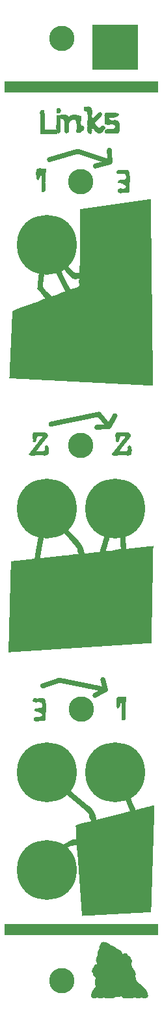
<source format=gbr>
G04 #@! TF.FileFunction,Soldermask,Top*
%FSLAX46Y46*%
G04 Gerber Fmt 4.6, Leading zero omitted, Abs format (unit mm)*
G04 Created by KiCad (PCBNEW 4.0.1-stable) date Donnerstag, 28. April 2016 'u12' 11:12:59*
%MOMM*%
G01*
G04 APERTURE LIST*
%ADD10C,0.100000*%
%ADD11C,3.300000*%
%ADD12C,7.800000*%
G04 APERTURE END LIST*
D10*
G36*
X112939612Y-152538352D02*
X116007675Y-155254734D01*
X116016297Y-155262508D01*
X116010691Y-155267553D01*
X116003577Y-155266189D01*
X116007675Y-155254734D01*
X112939612Y-152538352D01*
X112482102Y-156127859D01*
X112485484Y-156154300D01*
X112487499Y-156172624D01*
X112487909Y-156181398D01*
X112486476Y-156179192D01*
X112482962Y-156164574D01*
X112477128Y-156136114D01*
X112482102Y-156127859D01*
X112939612Y-152538352D01*
X112913957Y-152542439D01*
X112888989Y-152547994D01*
X112864697Y-152554963D01*
X112841074Y-152563287D01*
X112818109Y-152572910D01*
X112795793Y-152583775D01*
X112774118Y-152595824D01*
X112753073Y-152609001D01*
X112732651Y-152623249D01*
X112712840Y-152638510D01*
X112693633Y-152654728D01*
X112675019Y-152671845D01*
X112656990Y-152689805D01*
X112639536Y-152708551D01*
X112622649Y-152728025D01*
X112606318Y-152748171D01*
X112590534Y-152768932D01*
X112575289Y-152790250D01*
X112560573Y-152812068D01*
X112546377Y-152834331D01*
X112532691Y-152856979D01*
X112519506Y-152879957D01*
X112506813Y-152903208D01*
X112494603Y-152926674D01*
X112482866Y-152950299D01*
X112471593Y-152974025D01*
X112460776Y-152997796D01*
X112450403Y-153021554D01*
X112440468Y-153045243D01*
X112430959Y-153068805D01*
X112421868Y-153092184D01*
X112413186Y-153115322D01*
X112404903Y-153138162D01*
X112397010Y-153160648D01*
X112389498Y-153182722D01*
X112396538Y-153205911D01*
X112402095Y-153228727D01*
X112406233Y-153251187D01*
X112409018Y-153273312D01*
X112410513Y-153295119D01*
X112410783Y-153316629D01*
X112409891Y-153337860D01*
X112407903Y-153358830D01*
X112404883Y-153379560D01*
X112400894Y-153400067D01*
X112396002Y-153420372D01*
X112390271Y-153440492D01*
X112383764Y-153460447D01*
X112376547Y-153480255D01*
X112368683Y-153499937D01*
X112360238Y-153519510D01*
X112351274Y-153538993D01*
X112341858Y-153558407D01*
X112332052Y-153577768D01*
X112321922Y-153597098D01*
X112311531Y-153616414D01*
X112300944Y-153635735D01*
X112290225Y-153655081D01*
X112279440Y-153674470D01*
X112268651Y-153693922D01*
X112257923Y-153713454D01*
X112247321Y-153733088D01*
X112236909Y-153752840D01*
X112226752Y-153772731D01*
X112216913Y-153792778D01*
X112207457Y-153813002D01*
X112198448Y-153833421D01*
X112189951Y-153854055D01*
X112182030Y-153874921D01*
X112174749Y-153896039D01*
X112168173Y-153917428D01*
X112162366Y-153939107D01*
X112157392Y-153961095D01*
X112153316Y-153983411D01*
X112150202Y-154006074D01*
X112148114Y-154029103D01*
X112147117Y-154052516D01*
X112147275Y-154076333D01*
X112148652Y-154100573D01*
X112151313Y-154125254D01*
X112155321Y-154150396D01*
X112160743Y-154176017D01*
X112161029Y-154196312D01*
X112160367Y-154216682D01*
X112158811Y-154237123D01*
X112156417Y-154257634D01*
X112153241Y-154278209D01*
X112149339Y-154298846D01*
X112144767Y-154319540D01*
X112139581Y-154340290D01*
X112133837Y-154361090D01*
X112127590Y-154381939D01*
X112120896Y-154402831D01*
X112113811Y-154423764D01*
X112106392Y-154444735D01*
X112098693Y-154465739D01*
X112090771Y-154486773D01*
X112082682Y-154507834D01*
X112074482Y-154528919D01*
X112066225Y-154550024D01*
X112057969Y-154571145D01*
X112049770Y-154592278D01*
X112041682Y-154613422D01*
X112033762Y-154634571D01*
X112026065Y-154655723D01*
X112018649Y-154676874D01*
X112011567Y-154698020D01*
X112004878Y-154719159D01*
X111998635Y-154740286D01*
X111992895Y-154761398D01*
X111987714Y-154782492D01*
X111983148Y-154803565D01*
X111979253Y-154824612D01*
X111976084Y-154845630D01*
X111973698Y-154866616D01*
X111972150Y-154887566D01*
X111971496Y-154908478D01*
X111971791Y-154929346D01*
X111973093Y-154950169D01*
X111975457Y-154970942D01*
X111978938Y-154991662D01*
X111983592Y-155012325D01*
X111989476Y-155032929D01*
X111996645Y-155053469D01*
X112005155Y-155073942D01*
X112015062Y-155094345D01*
X112026422Y-155114673D01*
X112039290Y-155134925D01*
X112053723Y-155155096D01*
X112069776Y-155175182D01*
X112087505Y-155195181D01*
X112106967Y-155215088D01*
X112128216Y-155234901D01*
X112131651Y-155261074D01*
X112132763Y-155284924D01*
X112131682Y-155306597D01*
X112128540Y-155326238D01*
X112123469Y-155343993D01*
X112116599Y-155360009D01*
X112108061Y-155374430D01*
X112097988Y-155387403D01*
X112086510Y-155399073D01*
X112073758Y-155409586D01*
X112059864Y-155419089D01*
X112044959Y-155427726D01*
X112029174Y-155435644D01*
X112012640Y-155442988D01*
X111995489Y-155449905D01*
X111977852Y-155456539D01*
X111959861Y-155463037D01*
X111941645Y-155469545D01*
X111923337Y-155476209D01*
X111905068Y-155483173D01*
X111886969Y-155490585D01*
X111869171Y-155498589D01*
X111851806Y-155507332D01*
X111835005Y-155516959D01*
X111818899Y-155527616D01*
X111803619Y-155539449D01*
X111789296Y-155552605D01*
X111776063Y-155567227D01*
X111764049Y-155583463D01*
X111753386Y-155601458D01*
X111745758Y-155625608D01*
X111737291Y-155649500D01*
X111728056Y-155673156D01*
X111718125Y-155696600D01*
X111707566Y-155719855D01*
X111696452Y-155742945D01*
X111684852Y-155765892D01*
X111672836Y-155788719D01*
X111660476Y-155811449D01*
X111647842Y-155834106D01*
X111635003Y-155856712D01*
X111622032Y-155879292D01*
X111608997Y-155901867D01*
X111595970Y-155924460D01*
X111583021Y-155947096D01*
X111570220Y-155969797D01*
X111557639Y-155992586D01*
X111545346Y-156015486D01*
X111533414Y-156038521D01*
X111521912Y-156061713D01*
X111510910Y-156085086D01*
X111500480Y-156108662D01*
X111490692Y-156132465D01*
X111481616Y-156156518D01*
X111473322Y-156180843D01*
X111465882Y-156205465D01*
X111459365Y-156230405D01*
X111453842Y-156255688D01*
X111449384Y-156281336D01*
X111446061Y-156307373D01*
X111443943Y-156333821D01*
X111443101Y-156360703D01*
X111443605Y-156388044D01*
X111444350Y-156411809D01*
X111448072Y-156434138D01*
X111454401Y-156455191D01*
X111462966Y-156475134D01*
X111473398Y-156494127D01*
X111485325Y-156512336D01*
X111498376Y-156529922D01*
X111512182Y-156547048D01*
X111526372Y-156563879D01*
X111540575Y-156580576D01*
X111554420Y-156597304D01*
X111567537Y-156614224D01*
X111579556Y-156631500D01*
X111590106Y-156649295D01*
X111598816Y-156667773D01*
X111605315Y-156687096D01*
X111609234Y-156707426D01*
X111610202Y-156728929D01*
X111607848Y-156751765D01*
X111601801Y-156776099D01*
X111600847Y-156802977D01*
X111602240Y-156828160D01*
X111605825Y-156851763D01*
X111611447Y-156873900D01*
X111618951Y-156894685D01*
X111628183Y-156914235D01*
X111638988Y-156932663D01*
X111651210Y-156950085D01*
X111664696Y-156966614D01*
X111679289Y-156982366D01*
X111694836Y-156997456D01*
X111711181Y-157011998D01*
X111728170Y-157026107D01*
X111745647Y-157039898D01*
X111763458Y-157053485D01*
X111781449Y-157066984D01*
X111799463Y-157080508D01*
X111817347Y-157094173D01*
X111834944Y-157108094D01*
X111852102Y-157122385D01*
X111868664Y-157137161D01*
X111884476Y-157152536D01*
X111899383Y-157168626D01*
X111913230Y-157185545D01*
X111925863Y-157203408D01*
X111937126Y-157222330D01*
X111946864Y-157242425D01*
X111934258Y-157266010D01*
X111922263Y-157289891D01*
X111910882Y-157314054D01*
X111900115Y-157338483D01*
X111889965Y-157363163D01*
X111880432Y-157388078D01*
X111871517Y-157413214D01*
X111863222Y-157438554D01*
X111855548Y-157464084D01*
X111848497Y-157489789D01*
X111842070Y-157515653D01*
X111836268Y-157541661D01*
X111831093Y-157567797D01*
X111826546Y-157594046D01*
X111822628Y-157620393D01*
X111819340Y-157646823D01*
X111816684Y-157673320D01*
X111814662Y-157699870D01*
X111813273Y-157726456D01*
X111812521Y-157753063D01*
X111812406Y-157779676D01*
X111812930Y-157806281D01*
X111814093Y-157832861D01*
X111815897Y-157859401D01*
X111818344Y-157885886D01*
X111821435Y-157912301D01*
X111825171Y-157938630D01*
X111829553Y-157964858D01*
X111834583Y-157990970D01*
X111840263Y-158016950D01*
X111846592Y-158042784D01*
X111853574Y-158068455D01*
X111861209Y-158093949D01*
X111869498Y-158119250D01*
X111878442Y-158144344D01*
X111888044Y-158169214D01*
X111898305Y-158193845D01*
X111909225Y-158218222D01*
X111920806Y-158242331D01*
X111933049Y-158266154D01*
X111945956Y-158289678D01*
X111959529Y-158312887D01*
X111944241Y-158335122D01*
X111928676Y-158357239D01*
X111912861Y-158379251D01*
X111896823Y-158401172D01*
X111880588Y-158423016D01*
X111864183Y-158444794D01*
X111847636Y-158466522D01*
X111830971Y-158488212D01*
X111814218Y-158509877D01*
X111797401Y-158531531D01*
X111780548Y-158553188D01*
X111763685Y-158574860D01*
X111746840Y-158596561D01*
X111730039Y-158618304D01*
X111713308Y-158640103D01*
X111696675Y-158661971D01*
X111680166Y-158683921D01*
X111663807Y-158705967D01*
X111647627Y-158728123D01*
X111631650Y-158750400D01*
X111615905Y-158772814D01*
X111600418Y-158795377D01*
X111585214Y-158818102D01*
X111570323Y-158841003D01*
X111555769Y-158864093D01*
X111541580Y-158887386D01*
X111527782Y-158910895D01*
X111514402Y-158934633D01*
X111501467Y-158958614D01*
X111489004Y-158982851D01*
X111477039Y-159007357D01*
X111465599Y-159032146D01*
X111454711Y-159057231D01*
X111444401Y-159082625D01*
X111434697Y-159108343D01*
X111425624Y-159134396D01*
X111417211Y-159160799D01*
X111409482Y-159187565D01*
X111402466Y-159214706D01*
X111396188Y-159242238D01*
X111393554Y-159255374D01*
X111389535Y-159270840D01*
X111384403Y-159288433D01*
X111378430Y-159307949D01*
X111371888Y-159329186D01*
X111365048Y-159351941D01*
X111358182Y-159376011D01*
X111351561Y-159401193D01*
X111345458Y-159427285D01*
X111340143Y-159454083D01*
X111335888Y-159481384D01*
X111332965Y-159508986D01*
X111331645Y-159536686D01*
X111332201Y-159564281D01*
X111334903Y-159591568D01*
X111340023Y-159618344D01*
X111347834Y-159644407D01*
X111358606Y-159669553D01*
X111372611Y-159693579D01*
X111390121Y-159716283D01*
X111406759Y-159738199D01*
X111424562Y-159757959D01*
X111443457Y-159775661D01*
X111463369Y-159791406D01*
X111484224Y-159805290D01*
X111505950Y-159817415D01*
X111528472Y-159827877D01*
X111551717Y-159836776D01*
X111575611Y-159844212D01*
X111600079Y-159850282D01*
X111625049Y-159855085D01*
X111650447Y-159858721D01*
X111676198Y-159861288D01*
X111702230Y-159862886D01*
X111728468Y-159863612D01*
X111754839Y-159863566D01*
X111781269Y-159862847D01*
X111807684Y-159861554D01*
X111834011Y-159859784D01*
X111860175Y-159857638D01*
X111886104Y-159855214D01*
X111911723Y-159852611D01*
X111936958Y-159849928D01*
X111961736Y-159847263D01*
X111985983Y-159844715D01*
X112004842Y-159827552D01*
X112023616Y-159813857D01*
X112042332Y-159803371D01*
X112061014Y-159795834D01*
X112079688Y-159790988D01*
X112098380Y-159788572D01*
X112117116Y-159788328D01*
X112135920Y-159789995D01*
X112154819Y-159793316D01*
X112173837Y-159798029D01*
X112193002Y-159803877D01*
X112212337Y-159810600D01*
X112231869Y-159817938D01*
X112251623Y-159825633D01*
X112271625Y-159833424D01*
X112291901Y-159841052D01*
X112312475Y-159848259D01*
X112333374Y-159854784D01*
X112354623Y-159860369D01*
X112376247Y-159864754D01*
X112398273Y-159867679D01*
X112420725Y-159868886D01*
X112443629Y-159868115D01*
X112467011Y-159865107D01*
X112490897Y-159859603D01*
X112515773Y-159860134D01*
X112541106Y-159860731D01*
X112566799Y-159861262D01*
X112592751Y-159861593D01*
X112618866Y-159861590D01*
X112645043Y-159861121D01*
X112671185Y-159860051D01*
X112697192Y-159858249D01*
X112722967Y-159855580D01*
X112748409Y-159851912D01*
X112773422Y-159847110D01*
X112797905Y-159841043D01*
X112821761Y-159833576D01*
X112844890Y-159824576D01*
X112867195Y-159813910D01*
X112888576Y-159801445D01*
X112908935Y-159787047D01*
X112928173Y-159770584D01*
X112946191Y-159751922D01*
X112962891Y-159730927D01*
X112978174Y-159707467D01*
X112994426Y-159729577D01*
X113011614Y-159749557D01*
X113029692Y-159767509D01*
X113048609Y-159783537D01*
X113068318Y-159797741D01*
X113088770Y-159810225D01*
X113109916Y-159821091D01*
X113131708Y-159830440D01*
X113154097Y-159838376D01*
X113177033Y-159845001D01*
X113200470Y-159850416D01*
X113224358Y-159854725D01*
X113248648Y-159858028D01*
X113273291Y-159860430D01*
X113298240Y-159862031D01*
X113323445Y-159862935D01*
X113348858Y-159863244D01*
X113374431Y-159863059D01*
X113400114Y-159862483D01*
X113425858Y-159861619D01*
X113451616Y-159860568D01*
X113477339Y-159859433D01*
X113502978Y-159858316D01*
X113528484Y-159857320D01*
X113553809Y-159856547D01*
X113578904Y-159856099D01*
X113603720Y-159856078D01*
X113628209Y-159856587D01*
X113652322Y-159857728D01*
X113676011Y-159859603D01*
X113702716Y-159857574D01*
X113729592Y-159856287D01*
X113756618Y-159855645D01*
X113783774Y-159855553D01*
X113811038Y-159855917D01*
X113838390Y-159856642D01*
X113865807Y-159857632D01*
X113893269Y-159858793D01*
X113920754Y-159860030D01*
X113948242Y-159861247D01*
X113975711Y-159862350D01*
X114003140Y-159863245D01*
X114030508Y-159863835D01*
X114057793Y-159864026D01*
X114084976Y-159863723D01*
X114112033Y-159862830D01*
X114138945Y-159861254D01*
X114165689Y-159858899D01*
X114192245Y-159855670D01*
X114218592Y-159851473D01*
X114244709Y-159846211D01*
X114270574Y-159839791D01*
X114296166Y-159832116D01*
X114321464Y-159823094D01*
X114346446Y-159812627D01*
X114371093Y-159800622D01*
X114385000Y-159779576D01*
X114399780Y-159760882D01*
X114415392Y-159744416D01*
X114431799Y-159730057D01*
X114448960Y-159717682D01*
X114466837Y-159707169D01*
X114485390Y-159698396D01*
X114504580Y-159691240D01*
X114524369Y-159685579D01*
X114544715Y-159681291D01*
X114565582Y-159678254D01*
X114586928Y-159676344D01*
X114608716Y-159675440D01*
X114630905Y-159675420D01*
X114653457Y-159676161D01*
X114676333Y-159677541D01*
X114699492Y-159679437D01*
X114722897Y-159681727D01*
X114746507Y-159684290D01*
X114770285Y-159687002D01*
X114794189Y-159689741D01*
X114818182Y-159692386D01*
X114842223Y-159694813D01*
X114866274Y-159696900D01*
X114890296Y-159698526D01*
X114914249Y-159699567D01*
X114938095Y-159699902D01*
X114961793Y-159699408D01*
X114985305Y-159697963D01*
X115008591Y-159695445D01*
X115031613Y-159691730D01*
X115054330Y-159686698D01*
X115076705Y-159680225D01*
X115098697Y-159672189D01*
X115120587Y-159657879D01*
X115141303Y-159646233D01*
X115160917Y-159637115D01*
X115179502Y-159630388D01*
X115197130Y-159625914D01*
X115213875Y-159623557D01*
X115229809Y-159623180D01*
X115245005Y-159624645D01*
X115259536Y-159627815D01*
X115273474Y-159632553D01*
X115286893Y-159638723D01*
X115299864Y-159646186D01*
X115312461Y-159654806D01*
X115324757Y-159664446D01*
X115336824Y-159674968D01*
X115348735Y-159686235D01*
X115360563Y-159698112D01*
X115372381Y-159710459D01*
X115384261Y-159723140D01*
X115396276Y-159736019D01*
X115408499Y-159748957D01*
X115421003Y-159761818D01*
X115433860Y-159774465D01*
X115447143Y-159786761D01*
X115460925Y-159798567D01*
X115475279Y-159809749D01*
X115490277Y-159820167D01*
X115505993Y-159829686D01*
X115522498Y-159838167D01*
X115539867Y-159845475D01*
X115558171Y-159851471D01*
X115577483Y-159856019D01*
X115597876Y-159858982D01*
X115619423Y-159860222D01*
X115642197Y-159859603D01*
X115668530Y-159858132D01*
X115695016Y-159857434D01*
X115721626Y-159857360D01*
X115748335Y-159857763D01*
X115775114Y-159858497D01*
X115801937Y-159859413D01*
X115828775Y-159860365D01*
X115855602Y-159861206D01*
X115882391Y-159861788D01*
X115909114Y-159861965D01*
X115935743Y-159861588D01*
X115962252Y-159860512D01*
X115988613Y-159858589D01*
X116014799Y-159855671D01*
X116040782Y-159851611D01*
X116066536Y-159846263D01*
X116092033Y-159839480D01*
X116117246Y-159831113D01*
X116142147Y-159821016D01*
X116167994Y-159829528D01*
X116194082Y-159836897D01*
X116220392Y-159843194D01*
X116246906Y-159848490D01*
X116273606Y-159852855D01*
X116300475Y-159856360D01*
X116327493Y-159859076D01*
X116354644Y-159861073D01*
X116381910Y-159862424D01*
X116409271Y-159863197D01*
X116436712Y-159863465D01*
X116464212Y-159863297D01*
X116491755Y-159862765D01*
X116519323Y-159861940D01*
X116546897Y-159860892D01*
X116574460Y-159859691D01*
X116601993Y-159858410D01*
X116629480Y-159857118D01*
X116656901Y-159855886D01*
X116684238Y-159854785D01*
X116711475Y-159853886D01*
X116738592Y-159853260D01*
X116765572Y-159852977D01*
X116793561Y-159837476D01*
X116819415Y-159822801D01*
X116843372Y-159809104D01*
X116865672Y-159796535D01*
X116886557Y-159785243D01*
X116906265Y-159775378D01*
X116925037Y-159767091D01*
X116943113Y-159760532D01*
X116960733Y-159755849D01*
X116978137Y-159753195D01*
X116995565Y-159752717D01*
X117013257Y-159754567D01*
X117031452Y-159758895D01*
X117050392Y-159765850D01*
X117070316Y-159775583D01*
X117091464Y-159788242D01*
X117114076Y-159803980D01*
X117138392Y-159822945D01*
X117164652Y-159845287D01*
X117191318Y-159847552D01*
X117218205Y-159849907D01*
X117245282Y-159852282D01*
X117272519Y-159854605D01*
X117299889Y-159856808D01*
X117327362Y-159858819D01*
X117354907Y-159860568D01*
X117382497Y-159861985D01*
X117410102Y-159863001D01*
X117437692Y-159863544D01*
X117465238Y-159863545D01*
X117492711Y-159862933D01*
X117520082Y-159861638D01*
X117547322Y-159859590D01*
X117574400Y-159856718D01*
X117601289Y-159852953D01*
X117627958Y-159848224D01*
X117654378Y-159842461D01*
X117680521Y-159835593D01*
X117706356Y-159827551D01*
X117731855Y-159818264D01*
X117752749Y-159799217D01*
X117771633Y-159780745D01*
X117788703Y-159763043D01*
X117804155Y-159746302D01*
X117818186Y-159730716D01*
X117830992Y-159716476D01*
X117842770Y-159703777D01*
X117853716Y-159692811D01*
X117864026Y-159683770D01*
X117873897Y-159676848D01*
X117883525Y-159672237D01*
X117893107Y-159670129D01*
X117902838Y-159670719D01*
X117912917Y-159674198D01*
X117923538Y-159680759D01*
X117934898Y-159690595D01*
X117947195Y-159703900D01*
X117960623Y-159720865D01*
X117975379Y-159741683D01*
X117991661Y-159766547D01*
X118009664Y-159795651D01*
X118032635Y-159808546D01*
X118056229Y-159819918D01*
X118080393Y-159829830D01*
X118105070Y-159838349D01*
X118130207Y-159845539D01*
X118155747Y-159851466D01*
X118181635Y-159856195D01*
X118207818Y-159859791D01*
X118234239Y-159862319D01*
X118260843Y-159863845D01*
X118287576Y-159864435D01*
X118314383Y-159864152D01*
X118341207Y-159863062D01*
X118367995Y-159861231D01*
X118394692Y-159858724D01*
X118421241Y-159855606D01*
X118447588Y-159851942D01*
X118473679Y-159847798D01*
X118499458Y-159843238D01*
X118524869Y-159838328D01*
X118549859Y-159833134D01*
X118574577Y-159821602D01*
X118597427Y-159808844D01*
X118618462Y-159794920D01*
X118637739Y-159779889D01*
X118655311Y-159763810D01*
X118671235Y-159746741D01*
X118685566Y-159728743D01*
X118698358Y-159709873D01*
X118709667Y-159690192D01*
X118719548Y-159669758D01*
X118728056Y-159648631D01*
X118735247Y-159626869D01*
X118741175Y-159604531D01*
X118745895Y-159581678D01*
X118749463Y-159558367D01*
X118751934Y-159534657D01*
X118753363Y-159510609D01*
X118753805Y-159486281D01*
X118753316Y-159461732D01*
X118751950Y-159437021D01*
X118749763Y-159412208D01*
X118746809Y-159387351D01*
X118743144Y-159362510D01*
X118738824Y-159337743D01*
X118733903Y-159313110D01*
X118728436Y-159288669D01*
X118722478Y-159264481D01*
X118716086Y-159240604D01*
X118709313Y-159217097D01*
X118702215Y-159194019D01*
X118694847Y-159171429D01*
X118687265Y-159149387D01*
X118679523Y-159127951D01*
X118671676Y-159107181D01*
X118660690Y-159081669D01*
X118649338Y-159056403D01*
X118637626Y-159031379D01*
X118625560Y-159006594D01*
X118613146Y-158982044D01*
X118600390Y-158957728D01*
X118587298Y-158933642D01*
X118573877Y-158909783D01*
X118560132Y-158886149D01*
X118546071Y-158862735D01*
X118531698Y-158839540D01*
X118517019Y-158816561D01*
X118502042Y-158793794D01*
X118486772Y-158771236D01*
X118471215Y-158748885D01*
X118455378Y-158726738D01*
X118439266Y-158704792D01*
X118422886Y-158683043D01*
X118406243Y-158661489D01*
X118389344Y-158640126D01*
X118372195Y-158618953D01*
X118354802Y-158597966D01*
X118337171Y-158577161D01*
X118319309Y-158556537D01*
X118301221Y-158536090D01*
X118282913Y-158515817D01*
X118264392Y-158495715D01*
X118245663Y-158475781D01*
X118226734Y-158456013D01*
X118207609Y-158436407D01*
X118188296Y-158416961D01*
X118168799Y-158397671D01*
X118149126Y-158378535D01*
X118129282Y-158359549D01*
X118109274Y-158340711D01*
X118089107Y-158322018D01*
X118068788Y-158303466D01*
X118048323Y-158285053D01*
X118027718Y-158266776D01*
X118006978Y-158248632D01*
X117986111Y-158230618D01*
X117965123Y-158212731D01*
X117944018Y-158194969D01*
X117922805Y-158177327D01*
X117901487Y-158159803D01*
X117880073Y-158142395D01*
X117858567Y-158125099D01*
X117836976Y-158107912D01*
X117815307Y-158090832D01*
X117793564Y-158073855D01*
X117771755Y-158056979D01*
X117749885Y-158040200D01*
X117727961Y-158023516D01*
X117705989Y-158006924D01*
X117683974Y-157990420D01*
X117661923Y-157974002D01*
X117639842Y-157957667D01*
X117617737Y-157941412D01*
X117595614Y-157925234D01*
X117573479Y-157909129D01*
X117551339Y-157893096D01*
X117529200Y-157877131D01*
X117507067Y-157861231D01*
X117484947Y-157845393D01*
X117462846Y-157829615D01*
X117440769Y-157813893D01*
X117418724Y-157798224D01*
X117396716Y-157782606D01*
X117379255Y-157762946D01*
X117362455Y-157742721D01*
X117346310Y-157721953D01*
X117330812Y-157700664D01*
X117315954Y-157678876D01*
X117301728Y-157656611D01*
X117288128Y-157633892D01*
X117275144Y-157610740D01*
X117262771Y-157587178D01*
X117251001Y-157563227D01*
X117239827Y-157538911D01*
X117229240Y-157514250D01*
X117219234Y-157489268D01*
X117209801Y-157463985D01*
X117200934Y-157438426D01*
X117192625Y-157412610D01*
X117184867Y-157386561D01*
X117177653Y-157360301D01*
X117170976Y-157333852D01*
X117164826Y-157307235D01*
X117159199Y-157280474D01*
X117154085Y-157253589D01*
X117149478Y-157226604D01*
X117145370Y-157199541D01*
X117141754Y-157172421D01*
X117138623Y-157145267D01*
X117135968Y-157118100D01*
X117133784Y-157090943D01*
X117132061Y-157063818D01*
X117130793Y-157036748D01*
X117129973Y-157009753D01*
X117129592Y-156982857D01*
X117129645Y-156956082D01*
X117130122Y-156929449D01*
X117131017Y-156902980D01*
X117132323Y-156876699D01*
X117134032Y-156850626D01*
X117136136Y-156824785D01*
X117138629Y-156799197D01*
X117141503Y-156773884D01*
X117143711Y-156745171D01*
X117144589Y-156716693D01*
X117144184Y-156688453D01*
X117142545Y-156660458D01*
X117139718Y-156632713D01*
X117135752Y-156605224D01*
X117130695Y-156577994D01*
X117124595Y-156551030D01*
X117117499Y-156524338D01*
X117109455Y-156497922D01*
X117100511Y-156471787D01*
X117090715Y-156445940D01*
X117080115Y-156420385D01*
X117068759Y-156395127D01*
X117056694Y-156370172D01*
X117043969Y-156345526D01*
X117030631Y-156321193D01*
X117016728Y-156297179D01*
X117002308Y-156273490D01*
X116987419Y-156250129D01*
X116972109Y-156227104D01*
X116956425Y-156204419D01*
X116940415Y-156182079D01*
X116924128Y-156160090D01*
X116907611Y-156138456D01*
X116890912Y-156117185D01*
X116874079Y-156096280D01*
X116857159Y-156075746D01*
X116840201Y-156055591D01*
X116823252Y-156035817D01*
X116806361Y-156016432D01*
X116789574Y-155997440D01*
X116772941Y-155978846D01*
X116756508Y-155960657D01*
X116740324Y-155942876D01*
X116724437Y-155925510D01*
X116708894Y-155908563D01*
X116693743Y-155892042D01*
X116679032Y-155875951D01*
X116678925Y-155850510D01*
X116677692Y-155825282D01*
X116675452Y-155800258D01*
X116672322Y-155775428D01*
X116668421Y-155750784D01*
X116663866Y-155726316D01*
X116658776Y-155702013D01*
X116653268Y-155677868D01*
X116647462Y-155653869D01*
X116641474Y-155630008D01*
X116635422Y-155606276D01*
X116629426Y-155582662D01*
X116623602Y-155559157D01*
X116618070Y-155535752D01*
X116612946Y-155512437D01*
X116608350Y-155489203D01*
X116604398Y-155466041D01*
X116601210Y-155442940D01*
X116598902Y-155419892D01*
X116597594Y-155396886D01*
X116597403Y-155373914D01*
X116598448Y-155350965D01*
X116600846Y-155328031D01*
X116604715Y-155305102D01*
X116610173Y-155282168D01*
X116617339Y-155259220D01*
X116626331Y-155236249D01*
X116637266Y-155213244D01*
X116650262Y-155190197D01*
X116665439Y-155167098D01*
X116682913Y-155143937D01*
X116692600Y-155118488D01*
X116698018Y-155092875D01*
X116699578Y-155067214D01*
X116697692Y-155041624D01*
X116692772Y-155016221D01*
X116685229Y-154991123D01*
X116675474Y-154966447D01*
X116663919Y-154942310D01*
X116650976Y-154918830D01*
X116637057Y-154896125D01*
X116622572Y-154874310D01*
X116607934Y-154853504D01*
X116593554Y-154833825D01*
X116579843Y-154815388D01*
X116567214Y-154798312D01*
X116556078Y-154782714D01*
X116546845Y-154768712D01*
X116539929Y-154756422D01*
X116535741Y-154745962D01*
X116539673Y-154719016D01*
X116541321Y-154692894D01*
X116540784Y-154667599D01*
X116538162Y-154643136D01*
X116533553Y-154619509D01*
X116527058Y-154596721D01*
X116518775Y-154574778D01*
X116508804Y-154553683D01*
X116497243Y-154533440D01*
X116484193Y-154514053D01*
X116469752Y-154495527D01*
X116454020Y-154477866D01*
X116437095Y-154461074D01*
X116419077Y-154445155D01*
X116400066Y-154430113D01*
X116380160Y-154415953D01*
X116359460Y-154402677D01*
X116338063Y-154390292D01*
X116316070Y-154378800D01*
X116293579Y-154368206D01*
X116270690Y-154358514D01*
X116247502Y-154349728D01*
X116224114Y-154341852D01*
X116200626Y-154334891D01*
X116177137Y-154328849D01*
X116153746Y-154323729D01*
X116145169Y-154319383D01*
X116136628Y-154311722D01*
X116128032Y-154301093D01*
X116119290Y-154287842D01*
X116110311Y-154272316D01*
X116101004Y-154254864D01*
X116091277Y-154235831D01*
X116081040Y-154215565D01*
X116070202Y-154194413D01*
X116058670Y-154172723D01*
X116046355Y-154150840D01*
X116033165Y-154129113D01*
X116019009Y-154107888D01*
X116003796Y-154087512D01*
X115987435Y-154068333D01*
X115969834Y-154050697D01*
X115950903Y-154034951D01*
X115930550Y-154021444D01*
X115908685Y-154010521D01*
X115885217Y-154002530D01*
X115860053Y-153997818D01*
X115833104Y-153996731D01*
X115804277Y-153999618D01*
X115777622Y-153999505D01*
X115751447Y-154001418D01*
X115725708Y-154005167D01*
X115700364Y-154010562D01*
X115675369Y-154017412D01*
X115650681Y-154025529D01*
X115626257Y-154034721D01*
X115602054Y-154044800D01*
X115578027Y-154055574D01*
X115554135Y-154066855D01*
X115530333Y-154078452D01*
X115506579Y-154090175D01*
X115482829Y-154101834D01*
X115459040Y-154113240D01*
X115435168Y-154124202D01*
X115411171Y-154134530D01*
X115387005Y-154144035D01*
X115388669Y-154115810D01*
X115389000Y-154088145D01*
X115388034Y-154061042D01*
X115385807Y-154034504D01*
X115382355Y-154008533D01*
X115377714Y-153983132D01*
X115371920Y-153958304D01*
X115365009Y-153934050D01*
X115357016Y-153910374D01*
X115347979Y-153887278D01*
X115337933Y-153864765D01*
X115326913Y-153842837D01*
X115314957Y-153821497D01*
X115302099Y-153800747D01*
X115288376Y-153780590D01*
X115273825Y-153761029D01*
X115258480Y-153742065D01*
X115242378Y-153723703D01*
X115225555Y-153705943D01*
X115208047Y-153688789D01*
X115189890Y-153672244D01*
X115171120Y-153656309D01*
X115151773Y-153640988D01*
X115131885Y-153626283D01*
X115111491Y-153612196D01*
X115090629Y-153598731D01*
X115069334Y-153585889D01*
X115047641Y-153573674D01*
X115025588Y-153562087D01*
X115003209Y-153551132D01*
X114980542Y-153540811D01*
X114957621Y-153531126D01*
X114934483Y-153522080D01*
X114911165Y-153513676D01*
X114887701Y-153505917D01*
X114864128Y-153498804D01*
X114840482Y-153492340D01*
X114816799Y-153486528D01*
X114793115Y-153481371D01*
X114769466Y-153476871D01*
X114745888Y-153473030D01*
X114722416Y-153469852D01*
X114699088Y-153467338D01*
X114675939Y-153465491D01*
X114660046Y-153442061D01*
X114643576Y-153419371D01*
X114626548Y-153397403D01*
X114608979Y-153376136D01*
X114590887Y-153355548D01*
X114572291Y-153335619D01*
X114553209Y-153316330D01*
X114533659Y-153297658D01*
X114513658Y-153279584D01*
X114493227Y-153262087D01*
X114472382Y-153245147D01*
X114451141Y-153228742D01*
X114429523Y-153212852D01*
X114407546Y-153197458D01*
X114385228Y-153182537D01*
X114362588Y-153168070D01*
X114339643Y-153154036D01*
X114316411Y-153140414D01*
X114292911Y-153127184D01*
X114269162Y-153114325D01*
X114245180Y-153101817D01*
X114220984Y-153089639D01*
X114196593Y-153077770D01*
X114172024Y-153066190D01*
X114147296Y-153054879D01*
X114122427Y-153043815D01*
X114097435Y-153032979D01*
X114072338Y-153022349D01*
X114047155Y-153011905D01*
X114021903Y-153001627D01*
X113996600Y-152991494D01*
X113971266Y-152981484D01*
X113945917Y-152971579D01*
X113920573Y-152961757D01*
X113895251Y-152951997D01*
X113869969Y-152942279D01*
X113844746Y-152932583D01*
X113819599Y-152922887D01*
X113794548Y-152913172D01*
X113780584Y-152891465D01*
X113765726Y-152870594D01*
X113750007Y-152850543D01*
X113733460Y-152831295D01*
X113716119Y-152812834D01*
X113698017Y-152795142D01*
X113679186Y-152778204D01*
X113659659Y-152762003D01*
X113639470Y-152746522D01*
X113618653Y-152731745D01*
X113597239Y-152717655D01*
X113575262Y-152704236D01*
X113552755Y-152691471D01*
X113529751Y-152679343D01*
X113506283Y-152667837D01*
X113482385Y-152656935D01*
X113458089Y-152646621D01*
X113433428Y-152636879D01*
X113408437Y-152627691D01*
X113383146Y-152619042D01*
X113357591Y-152610915D01*
X113331803Y-152603292D01*
X113305816Y-152596159D01*
X113279663Y-152589498D01*
X113253377Y-152583292D01*
X113226991Y-152577526D01*
X113200538Y-152572182D01*
X113174051Y-152567244D01*
X113147564Y-152562696D01*
X113121109Y-152558521D01*
X113094720Y-152554702D01*
X113068429Y-152551222D01*
X113042270Y-152548067D01*
X113016276Y-152545218D01*
X112990480Y-152542659D01*
X112964914Y-152540373D01*
X112939612Y-152538345D01*
X112939612Y-152538352D01*
X112939612Y-152538352D01*
G37*
G36*
X112886528Y-118112774D02*
X112861212Y-118112485D01*
X112836644Y-118114221D01*
X112812857Y-118117891D01*
X112789889Y-118123404D01*
X112767774Y-118130671D01*
X112746548Y-118139601D01*
X112726247Y-118150104D01*
X112706906Y-118162088D01*
X112688561Y-118175464D01*
X112671247Y-118190140D01*
X112654999Y-118206028D01*
X112639854Y-118223035D01*
X112625847Y-118241072D01*
X112613013Y-118260049D01*
X112601389Y-118279874D01*
X112591008Y-118300458D01*
X112581908Y-118321709D01*
X112574124Y-118343538D01*
X112567690Y-118365854D01*
X112562643Y-118388566D01*
X112559019Y-118411585D01*
X112556852Y-118434819D01*
X112556179Y-118458178D01*
X112557034Y-118481573D01*
X112559454Y-118504911D01*
X112563474Y-118528103D01*
X112569130Y-118551059D01*
X112576457Y-118573687D01*
X112585490Y-118595899D01*
X112591903Y-118622348D01*
X112598316Y-118648798D01*
X112604730Y-118675247D01*
X112611143Y-118701697D01*
X112617556Y-118728147D01*
X112623970Y-118754596D01*
X112630383Y-118781046D01*
X112636797Y-118807496D01*
X112643210Y-118833945D01*
X112649623Y-118860395D01*
X112656037Y-118886845D01*
X112662450Y-118913294D01*
X112668863Y-118939744D01*
X112675277Y-118966194D01*
X112681690Y-118992643D01*
X112688103Y-119019093D01*
X112694517Y-119045543D01*
X112700930Y-119071993D01*
X112707343Y-119098442D01*
X112713757Y-119124892D01*
X112720170Y-119151342D01*
X112726583Y-119177791D01*
X112732997Y-119204241D01*
X112739410Y-119230691D01*
X112745823Y-119257140D01*
X112752237Y-119283590D01*
X112758650Y-119310039D01*
X112731118Y-119304441D01*
X112703586Y-119298842D01*
X112676054Y-119293243D01*
X112648522Y-119287643D01*
X112620990Y-119282042D01*
X112593458Y-119276441D01*
X112565926Y-119270839D01*
X112538395Y-119265237D01*
X112510863Y-119259634D01*
X112483332Y-119254031D01*
X112455801Y-119248427D01*
X112428270Y-119242822D01*
X112400739Y-119237217D01*
X112373208Y-119231611D01*
X112345677Y-119226005D01*
X112318146Y-119220399D01*
X112290615Y-119214792D01*
X112263085Y-119209184D01*
X112235554Y-119203576D01*
X112208024Y-119197968D01*
X112180493Y-119192359D01*
X112152963Y-119186749D01*
X112125433Y-119181140D01*
X112097903Y-119175529D01*
X112070373Y-119169919D01*
X112042843Y-119164307D01*
X112015313Y-119158696D01*
X111987783Y-119153084D01*
X111960253Y-119147472D01*
X111932723Y-119141859D01*
X111905194Y-119136246D01*
X111877664Y-119130632D01*
X111850135Y-119125019D01*
X111822605Y-119119405D01*
X111795076Y-119113790D01*
X111767547Y-119108175D01*
X111740017Y-119102560D01*
X111712488Y-119096945D01*
X111684959Y-119091329D01*
X111657430Y-119085713D01*
X111629901Y-119080096D01*
X111602372Y-119074480D01*
X111574843Y-119068863D01*
X111547314Y-119063245D01*
X111519785Y-119057628D01*
X111492257Y-119052010D01*
X111464728Y-119046392D01*
X111437199Y-119040774D01*
X111409670Y-119035155D01*
X111382142Y-119029537D01*
X111354613Y-119023918D01*
X111327085Y-119018299D01*
X111299556Y-119012679D01*
X111272028Y-119007060D01*
X111244499Y-119001440D01*
X111216971Y-118995820D01*
X111189442Y-118990200D01*
X111161914Y-118984580D01*
X111134386Y-118978960D01*
X111106857Y-118973339D01*
X111079329Y-118967719D01*
X111051801Y-118962098D01*
X111024273Y-118956477D01*
X110996744Y-118950856D01*
X110969216Y-118945235D01*
X110941688Y-118939614D01*
X110914160Y-118933993D01*
X110886632Y-118928372D01*
X110859104Y-118922750D01*
X110831575Y-118917129D01*
X110804047Y-118911507D01*
X110776519Y-118905886D01*
X110748991Y-118900264D01*
X110721463Y-118894643D01*
X110693935Y-118889021D01*
X110666407Y-118883400D01*
X110638879Y-118877778D01*
X110611351Y-118872156D01*
X110583822Y-118866535D01*
X110556294Y-118860913D01*
X110528766Y-118855292D01*
X110501238Y-118849670D01*
X110473710Y-118844049D01*
X110446182Y-118838427D01*
X110418654Y-118832806D01*
X110391125Y-118827185D01*
X110363597Y-118821564D01*
X110336069Y-118815943D01*
X110308541Y-118810322D01*
X110281013Y-118804701D01*
X110253484Y-118799080D01*
X110225956Y-118793459D01*
X110198428Y-118787839D01*
X110170899Y-118782219D01*
X110143371Y-118776598D01*
X110115843Y-118770978D01*
X110088314Y-118765358D01*
X110060786Y-118759739D01*
X110033257Y-118754119D01*
X110005729Y-118748500D01*
X109978200Y-118742880D01*
X109950672Y-118737261D01*
X109923143Y-118731643D01*
X109895615Y-118726024D01*
X109868086Y-118720406D01*
X109840557Y-118714788D01*
X109813028Y-118709170D01*
X109785499Y-118703552D01*
X109757971Y-118697935D01*
X109730442Y-118692318D01*
X109702913Y-118686701D01*
X109675384Y-118681085D01*
X109647855Y-118675468D01*
X109620326Y-118669852D01*
X109592796Y-118664237D01*
X109565267Y-118658622D01*
X109537738Y-118653007D01*
X109510208Y-118647392D01*
X109482679Y-118641778D01*
X109455150Y-118636164D01*
X109427620Y-118630550D01*
X109400090Y-118624937D01*
X109372561Y-118619324D01*
X109345031Y-118613712D01*
X109317501Y-118608100D01*
X109289971Y-118602488D01*
X109262441Y-118596877D01*
X109234911Y-118591266D01*
X109207381Y-118585655D01*
X109179851Y-118580045D01*
X109152321Y-118574436D01*
X109124791Y-118568827D01*
X109097260Y-118563218D01*
X109069730Y-118557610D01*
X109042199Y-118552002D01*
X109014668Y-118546395D01*
X108987138Y-118540788D01*
X108959607Y-118535182D01*
X108932076Y-118529576D01*
X108904545Y-118523971D01*
X108877014Y-118518366D01*
X108849482Y-118512762D01*
X108821951Y-118507158D01*
X108794420Y-118501555D01*
X108766888Y-118495953D01*
X108739357Y-118490351D01*
X108711825Y-118484749D01*
X108684293Y-118479148D01*
X108656761Y-118473548D01*
X108629229Y-118467948D01*
X108601697Y-118462349D01*
X108574165Y-118456751D01*
X108546632Y-118451153D01*
X108519100Y-118445556D01*
X108491567Y-118439959D01*
X108464035Y-118434363D01*
X108436502Y-118428768D01*
X108408969Y-118423173D01*
X108381436Y-118417579D01*
X108353903Y-118411986D01*
X108326369Y-118406394D01*
X108298836Y-118400802D01*
X108271303Y-118395210D01*
X108243769Y-118389620D01*
X108216235Y-118384030D01*
X108188701Y-118378441D01*
X108161167Y-118372853D01*
X108133633Y-118367265D01*
X108106099Y-118361678D01*
X108078564Y-118356092D01*
X108051030Y-118350507D01*
X108023495Y-118344923D01*
X107995960Y-118339339D01*
X107968425Y-118333756D01*
X107940890Y-118328174D01*
X107913355Y-118322592D01*
X107885819Y-118317012D01*
X107858284Y-118311432D01*
X107830748Y-118305853D01*
X107803212Y-118300275D01*
X107775676Y-118294698D01*
X107748140Y-118289122D01*
X107720603Y-118283546D01*
X107693067Y-118277972D01*
X107665530Y-118272398D01*
X107637993Y-118266825D01*
X107610456Y-118261253D01*
X107582919Y-118255682D01*
X107555382Y-118250112D01*
X107527845Y-118244543D01*
X107500307Y-118238974D01*
X107472769Y-118233407D01*
X107445231Y-118227841D01*
X107417693Y-118222275D01*
X107390155Y-118216711D01*
X107362616Y-118211147D01*
X107335078Y-118205585D01*
X107307539Y-118200023D01*
X107280000Y-118194463D01*
X107252461Y-118188903D01*
X107225370Y-118191187D01*
X107198447Y-118194366D01*
X107171679Y-118198384D01*
X107145058Y-118203183D01*
X107118571Y-118208706D01*
X107092210Y-118214896D01*
X107065962Y-118221697D01*
X107039818Y-118229051D01*
X107013767Y-118236901D01*
X106987798Y-118245191D01*
X106961901Y-118253862D01*
X106936065Y-118262858D01*
X106910280Y-118272123D01*
X106884535Y-118281599D01*
X106858820Y-118291228D01*
X106833124Y-118300954D01*
X106807436Y-118310721D01*
X106781746Y-118320470D01*
X106756044Y-118330145D01*
X106730318Y-118339689D01*
X106704559Y-118349044D01*
X106678756Y-118358155D01*
X106652897Y-118366963D01*
X106626973Y-118375411D01*
X106600974Y-118383444D01*
X106574887Y-118391002D01*
X106548638Y-118400262D01*
X106522379Y-118409501D01*
X106496112Y-118418719D01*
X106469836Y-118427918D01*
X106443553Y-118437098D01*
X106417263Y-118446260D01*
X106390966Y-118455406D01*
X106364662Y-118464535D01*
X106338351Y-118473650D01*
X106312035Y-118482750D01*
X106285714Y-118491838D01*
X106259387Y-118500913D01*
X106233056Y-118509977D01*
X106206720Y-118519030D01*
X106180381Y-118528074D01*
X106154038Y-118537110D01*
X106127691Y-118546138D01*
X106101342Y-118555159D01*
X106074991Y-118564174D01*
X106048637Y-118573185D01*
X106022282Y-118582191D01*
X105995925Y-118591195D01*
X105969568Y-118600196D01*
X105943210Y-118609196D01*
X105916852Y-118618196D01*
X105890495Y-118627196D01*
X105864137Y-118636198D01*
X105837781Y-118645202D01*
X105811427Y-118654210D01*
X105785074Y-118663222D01*
X105758723Y-118672239D01*
X105732375Y-118681262D01*
X105706029Y-118690293D01*
X105679687Y-118699331D01*
X105653349Y-118708378D01*
X105627015Y-118717435D01*
X105600685Y-118726502D01*
X105574360Y-118735581D01*
X105548040Y-118744673D01*
X105521726Y-118753778D01*
X105495417Y-118762897D01*
X105469116Y-118772032D01*
X105442820Y-118781183D01*
X105416532Y-118790351D01*
X105390252Y-118799537D01*
X105363979Y-118808741D01*
X105337714Y-118817966D01*
X105311458Y-118827212D01*
X105285212Y-118836479D01*
X105258974Y-118845769D01*
X105232746Y-118855082D01*
X105206529Y-118864420D01*
X105180322Y-118873783D01*
X105154126Y-118883172D01*
X105127941Y-118892588D01*
X105101768Y-118902033D01*
X105075607Y-118911506D01*
X105049458Y-118921010D01*
X105023322Y-118930544D01*
X104997200Y-118940110D01*
X104971090Y-118949709D01*
X104944995Y-118959341D01*
X104918915Y-118969008D01*
X104892849Y-118978710D01*
X104872453Y-118990215D01*
X104853530Y-119002988D01*
X104836065Y-119016942D01*
X104820045Y-119031992D01*
X104805456Y-119048052D01*
X104792285Y-119065034D01*
X104780517Y-119082854D01*
X104770139Y-119101424D01*
X104761138Y-119120658D01*
X104753498Y-119140471D01*
X104747208Y-119160777D01*
X104742252Y-119181488D01*
X104738618Y-119202519D01*
X104736291Y-119223783D01*
X104735257Y-119245195D01*
X104735504Y-119266668D01*
X104737017Y-119288116D01*
X104739783Y-119309453D01*
X104743787Y-119330592D01*
X104749016Y-119351448D01*
X104755457Y-119371934D01*
X104763095Y-119391964D01*
X104771917Y-119411451D01*
X104781909Y-119430310D01*
X104793057Y-119448455D01*
X104805348Y-119465798D01*
X104818768Y-119482255D01*
X104833303Y-119497739D01*
X104848939Y-119512162D01*
X104865663Y-119525441D01*
X104883461Y-119537487D01*
X104902319Y-119548216D01*
X104922224Y-119557540D01*
X104943161Y-119565374D01*
X104965117Y-119571631D01*
X104988079Y-119576226D01*
X105015462Y-119577799D01*
X105042638Y-119577902D01*
X105069622Y-119576633D01*
X105096428Y-119574092D01*
X105123068Y-119570378D01*
X105149556Y-119565591D01*
X105175906Y-119559829D01*
X105202132Y-119553193D01*
X105228246Y-119545782D01*
X105254263Y-119537695D01*
X105280197Y-119529031D01*
X105306060Y-119519890D01*
X105331866Y-119510371D01*
X105357629Y-119500574D01*
X105383363Y-119490599D01*
X105409081Y-119480543D01*
X105434796Y-119470508D01*
X105460522Y-119460591D01*
X105486274Y-119450894D01*
X105512063Y-119441514D01*
X105537905Y-119432552D01*
X105563812Y-119424107D01*
X105589798Y-119416278D01*
X105615877Y-119409164D01*
X105642527Y-119399958D01*
X105669177Y-119390752D01*
X105695827Y-119381545D01*
X105722477Y-119372339D01*
X105749127Y-119363133D01*
X105775777Y-119353926D01*
X105802428Y-119344720D01*
X105829078Y-119335514D01*
X105855728Y-119326308D01*
X105882378Y-119317101D01*
X105909028Y-119307895D01*
X105935678Y-119298689D01*
X105962328Y-119289482D01*
X105988979Y-119280276D01*
X106015629Y-119271070D01*
X106042279Y-119261864D01*
X106068929Y-119252657D01*
X106095579Y-119243451D01*
X106122229Y-119234245D01*
X106148880Y-119225039D01*
X106175530Y-119215832D01*
X106202180Y-119206626D01*
X106228830Y-119197420D01*
X106255480Y-119188214D01*
X106282130Y-119179007D01*
X106308780Y-119169801D01*
X106335431Y-119160595D01*
X106362081Y-119151388D01*
X106388731Y-119142182D01*
X106415381Y-119132976D01*
X106442031Y-119123770D01*
X106468681Y-119114563D01*
X106495332Y-119105357D01*
X106521982Y-119096151D01*
X106548632Y-119086945D01*
X106575282Y-119077738D01*
X106601932Y-119068532D01*
X106628582Y-119059326D01*
X106655232Y-119050120D01*
X106681883Y-119040913D01*
X106708533Y-119031707D01*
X106735183Y-119022501D01*
X106761833Y-119013295D01*
X106788483Y-119004088D01*
X106815133Y-118994882D01*
X106841784Y-118985676D01*
X106868434Y-118976470D01*
X106895084Y-118967263D01*
X106921734Y-118958057D01*
X106948384Y-118948851D01*
X106975034Y-118939645D01*
X107001684Y-118930438D01*
X107028335Y-118921232D01*
X107054985Y-118912026D01*
X107081635Y-118902819D01*
X107108285Y-118893613D01*
X107134935Y-118884407D01*
X107161585Y-118875200D01*
X107188235Y-118865994D01*
X107214886Y-118856788D01*
X107241536Y-118847582D01*
X107269039Y-118853190D01*
X107296543Y-118858799D01*
X107324046Y-118864407D01*
X107351550Y-118870016D01*
X107379053Y-118875624D01*
X107406557Y-118881233D01*
X107434060Y-118886841D01*
X107461564Y-118892450D01*
X107489068Y-118898058D01*
X107516571Y-118903667D01*
X107544075Y-118909275D01*
X107571578Y-118914884D01*
X107599082Y-118920493D01*
X107626585Y-118926101D01*
X107654089Y-118931710D01*
X107681592Y-118937318D01*
X107709096Y-118942927D01*
X107736599Y-118948535D01*
X107764103Y-118954144D01*
X107791606Y-118959752D01*
X107819110Y-118965361D01*
X107846613Y-118970969D01*
X107874117Y-118976578D01*
X107901620Y-118982187D01*
X107929124Y-118987795D01*
X107956627Y-118993404D01*
X107984131Y-118999012D01*
X108011635Y-119004621D01*
X108039138Y-119010229D01*
X108066642Y-119015838D01*
X108094145Y-119021446D01*
X108121649Y-119027055D01*
X108149152Y-119032663D01*
X108176656Y-119038272D01*
X108204159Y-119043880D01*
X108231663Y-119049489D01*
X108259166Y-119055098D01*
X108286670Y-119060706D01*
X108314173Y-119066315D01*
X108341677Y-119071923D01*
X108369180Y-119077532D01*
X108396684Y-119083140D01*
X108424187Y-119088749D01*
X108451691Y-119094357D01*
X108479195Y-119099966D01*
X108506698Y-119105574D01*
X108534202Y-119111183D01*
X108561705Y-119116792D01*
X108589209Y-119122400D01*
X108616712Y-119128009D01*
X108644216Y-119133617D01*
X108671719Y-119139226D01*
X108699223Y-119144834D01*
X108726726Y-119150443D01*
X108754230Y-119156051D01*
X108781733Y-119161660D01*
X108809237Y-119167268D01*
X108836740Y-119172877D01*
X108864244Y-119178485D01*
X108891747Y-119184094D01*
X108919251Y-119189703D01*
X108946754Y-119195311D01*
X108974258Y-119200920D01*
X109001762Y-119206528D01*
X109029265Y-119212137D01*
X109056769Y-119217745D01*
X109084272Y-119223354D01*
X109111776Y-119228962D01*
X109139279Y-119234571D01*
X109166783Y-119240179D01*
X109194286Y-119245788D01*
X109221790Y-119251397D01*
X109249293Y-119257005D01*
X109276797Y-119262614D01*
X109304300Y-119268222D01*
X109331804Y-119273831D01*
X109359307Y-119279439D01*
X109386811Y-119285048D01*
X109414314Y-119290656D01*
X109441818Y-119296265D01*
X109469321Y-119301873D01*
X109496825Y-119307482D01*
X109524329Y-119313091D01*
X109551832Y-119318699D01*
X109579336Y-119324308D01*
X109606839Y-119329916D01*
X109634343Y-119335525D01*
X109661846Y-119341133D01*
X109689350Y-119346742D01*
X109716853Y-119352350D01*
X109744357Y-119357959D01*
X109771860Y-119363567D01*
X109799364Y-119369176D01*
X109826867Y-119374784D01*
X109854371Y-119380393D01*
X109881874Y-119386002D01*
X109909378Y-119391610D01*
X109936881Y-119397219D01*
X109964385Y-119402827D01*
X109991889Y-119408436D01*
X110019392Y-119414044D01*
X110046896Y-119419653D01*
X110074399Y-119425261D01*
X110101903Y-119430870D01*
X110129406Y-119436478D01*
X110156910Y-119442087D01*
X110184413Y-119447696D01*
X110211917Y-119453304D01*
X110239420Y-119458913D01*
X110266924Y-119464521D01*
X110294427Y-119470130D01*
X110321931Y-119475738D01*
X110349434Y-119481347D01*
X110376938Y-119486955D01*
X110404441Y-119492564D01*
X110431945Y-119498172D01*
X110459448Y-119503781D01*
X110486952Y-119509389D01*
X110514456Y-119514998D01*
X110541959Y-119520607D01*
X110569463Y-119526215D01*
X110596966Y-119531824D01*
X110624470Y-119537432D01*
X110651973Y-119543041D01*
X110679477Y-119548649D01*
X110706980Y-119554258D01*
X110734484Y-119559866D01*
X110761987Y-119565475D01*
X110789491Y-119571083D01*
X110816994Y-119576692D01*
X110844498Y-119582301D01*
X110872001Y-119587909D01*
X110899505Y-119593518D01*
X110927008Y-119599126D01*
X110954512Y-119604735D01*
X110982015Y-119610343D01*
X111009519Y-119615952D01*
X111037023Y-119621560D01*
X111064526Y-119627169D01*
X111092030Y-119632777D01*
X111119533Y-119638386D01*
X111147037Y-119643994D01*
X111174540Y-119649603D01*
X111202044Y-119655212D01*
X111229547Y-119660820D01*
X111257051Y-119666429D01*
X111284554Y-119672037D01*
X111312058Y-119677646D01*
X111339561Y-119683254D01*
X111367065Y-119688863D01*
X111394568Y-119694471D01*
X111422072Y-119700080D01*
X111449575Y-119705688D01*
X111477079Y-119711297D01*
X111504582Y-119716906D01*
X111532086Y-119722514D01*
X111559590Y-119728123D01*
X111587093Y-119733731D01*
X111614597Y-119739340D01*
X111642100Y-119744948D01*
X111669604Y-119750557D01*
X111697107Y-119756165D01*
X111724611Y-119761774D01*
X111752114Y-119767382D01*
X111779618Y-119772991D01*
X111807121Y-119778599D01*
X111834625Y-119784208D01*
X111862128Y-119789817D01*
X111889632Y-119795425D01*
X111917135Y-119801034D01*
X111944639Y-119806642D01*
X111972142Y-119812251D01*
X111999646Y-119817859D01*
X112027150Y-119823468D01*
X112054653Y-119829076D01*
X112082157Y-119834685D01*
X112109660Y-119840293D01*
X112137164Y-119845902D01*
X112164667Y-119851511D01*
X112192171Y-119857119D01*
X112219674Y-119862728D01*
X112247178Y-119868336D01*
X112274681Y-119873945D01*
X112250674Y-119888164D01*
X112226525Y-119902181D01*
X112202252Y-119916018D01*
X112177869Y-119929697D01*
X112153392Y-119943243D01*
X112128838Y-119956676D01*
X112104221Y-119970020D01*
X112079558Y-119983298D01*
X112054864Y-119996532D01*
X112030155Y-120009744D01*
X112005447Y-120022958D01*
X111980756Y-120036196D01*
X111956097Y-120049481D01*
X111931486Y-120062835D01*
X111906938Y-120076282D01*
X111882471Y-120089843D01*
X111858098Y-120103541D01*
X111833837Y-120117400D01*
X111809703Y-120131441D01*
X111785711Y-120145688D01*
X111761877Y-120160163D01*
X111738217Y-120174889D01*
X111714748Y-120189888D01*
X111691483Y-120205183D01*
X111668440Y-120220796D01*
X111645634Y-120236752D01*
X111623081Y-120253071D01*
X111606796Y-120269610D01*
X111592247Y-120286922D01*
X111579395Y-120304932D01*
X111568206Y-120323566D01*
X111558641Y-120342749D01*
X111550665Y-120362407D01*
X111544240Y-120382464D01*
X111539329Y-120402848D01*
X111535896Y-120423482D01*
X111533904Y-120444293D01*
X111533317Y-120465205D01*
X111534096Y-120486145D01*
X111536206Y-120507037D01*
X111539610Y-120527808D01*
X111544271Y-120548382D01*
X111550153Y-120568685D01*
X111557217Y-120588642D01*
X111565429Y-120608180D01*
X111574750Y-120627222D01*
X111585144Y-120645696D01*
X111596575Y-120663525D01*
X111609005Y-120680636D01*
X111622398Y-120696954D01*
X111636717Y-120712404D01*
X111651925Y-120726913D01*
X111667985Y-120740404D01*
X111684861Y-120752805D01*
X111702516Y-120764039D01*
X111720913Y-120774033D01*
X111740015Y-120782712D01*
X111759785Y-120790002D01*
X111780187Y-120795828D01*
X111801184Y-120800115D01*
X111822739Y-120802788D01*
X111844815Y-120803774D01*
X111867376Y-120802998D01*
X111890385Y-120800384D01*
X111916155Y-120792729D01*
X111941643Y-120784323D01*
X111966868Y-120775216D01*
X111991848Y-120765454D01*
X112016599Y-120755086D01*
X112041142Y-120744161D01*
X112065492Y-120732725D01*
X112089670Y-120720826D01*
X112113692Y-120708514D01*
X112137576Y-120695835D01*
X112161341Y-120682837D01*
X112185005Y-120669569D01*
X112208585Y-120656079D01*
X112232100Y-120642414D01*
X112255567Y-120628622D01*
X112279005Y-120614751D01*
X112302432Y-120600850D01*
X112325865Y-120586966D01*
X112349324Y-120573146D01*
X112372824Y-120559440D01*
X112396386Y-120545895D01*
X112420026Y-120532558D01*
X112443764Y-120519479D01*
X112467615Y-120506704D01*
X112491600Y-120494282D01*
X112515736Y-120482261D01*
X112539847Y-120468494D01*
X112563996Y-120454786D01*
X112588180Y-120441131D01*
X112612394Y-120427525D01*
X112636638Y-120413964D01*
X112660907Y-120400443D01*
X112685200Y-120386958D01*
X112709512Y-120373504D01*
X112733842Y-120360077D01*
X112758186Y-120346672D01*
X112782541Y-120333285D01*
X112806906Y-120319911D01*
X112831276Y-120306547D01*
X112855648Y-120293187D01*
X112880021Y-120279827D01*
X112904391Y-120266463D01*
X112928756Y-120253089D01*
X112953112Y-120239703D01*
X112977456Y-120226299D01*
X113001786Y-120212872D01*
X113026099Y-120199419D01*
X113050392Y-120185935D01*
X113074662Y-120172415D01*
X113098906Y-120158854D01*
X113123122Y-120145250D01*
X113147306Y-120131596D01*
X113171456Y-120117889D01*
X113195569Y-120104124D01*
X113219642Y-120090297D01*
X113243671Y-120076402D01*
X113267655Y-120062437D01*
X113291591Y-120048395D01*
X113315474Y-120034274D01*
X113339304Y-120020068D01*
X113363076Y-120005772D01*
X113386788Y-119991384D01*
X113410437Y-119976897D01*
X113430818Y-119958277D01*
X113448758Y-119939030D01*
X113464371Y-119919192D01*
X113477774Y-119898799D01*
X113489081Y-119877886D01*
X113498407Y-119856490D01*
X113505868Y-119834646D01*
X113511578Y-119812391D01*
X113515652Y-119789760D01*
X113518205Y-119766790D01*
X113519353Y-119743516D01*
X113519211Y-119719974D01*
X113517894Y-119696201D01*
X113515516Y-119672232D01*
X113512193Y-119648104D01*
X113508040Y-119623851D01*
X113503172Y-119599511D01*
X113497704Y-119575119D01*
X113491751Y-119550712D01*
X113485428Y-119526324D01*
X113478851Y-119501992D01*
X113472133Y-119477753D01*
X113465392Y-119453641D01*
X113458741Y-119429694D01*
X113452295Y-119405946D01*
X113446170Y-119382434D01*
X113440481Y-119359194D01*
X113435342Y-119336262D01*
X113430870Y-119313674D01*
X113423932Y-119286902D01*
X113417064Y-119260107D01*
X113410262Y-119233291D01*
X113403519Y-119206455D01*
X113396830Y-119179602D01*
X113390191Y-119152732D01*
X113383597Y-119125848D01*
X113377041Y-119098951D01*
X113370519Y-119072043D01*
X113364025Y-119045125D01*
X113357555Y-119018200D01*
X113351103Y-118991270D01*
X113344663Y-118964334D01*
X113338232Y-118937397D01*
X113331803Y-118910458D01*
X113325372Y-118883521D01*
X113318932Y-118856586D01*
X113312480Y-118829655D01*
X113306009Y-118802730D01*
X113299514Y-118775813D01*
X113292991Y-118748906D01*
X113286435Y-118722009D01*
X113279839Y-118695125D01*
X113273199Y-118668256D01*
X113266509Y-118641403D01*
X113259764Y-118614568D01*
X113252960Y-118587752D01*
X113246091Y-118560958D01*
X113239151Y-118534187D01*
X113232136Y-118507440D01*
X113225040Y-118480720D01*
X113217858Y-118454028D01*
X113210586Y-118427366D01*
X113203216Y-118400735D01*
X113195746Y-118374138D01*
X113188168Y-118347575D01*
X113180479Y-118321049D01*
X113172673Y-118294561D01*
X113160649Y-118271955D01*
X113146825Y-118250508D01*
X113131329Y-118230303D01*
X113114285Y-118211417D01*
X113095821Y-118193932D01*
X113076062Y-118177928D01*
X113055135Y-118163484D01*
X113033167Y-118150680D01*
X113010282Y-118139595D01*
X112986608Y-118130311D01*
X112962271Y-118122907D01*
X112937396Y-118117463D01*
X112912111Y-118114058D01*
X112886542Y-118112774D01*
X112886528Y-118112774D01*
X112886528Y-118112774D01*
G37*
G36*
X112350746Y-83611107D02*
X112323128Y-83616496D01*
X112295511Y-83621893D01*
X112267895Y-83627297D01*
X112240280Y-83632709D01*
X112212667Y-83638127D01*
X112185054Y-83643553D01*
X112157443Y-83648986D01*
X112129832Y-83654426D01*
X112102223Y-83659873D01*
X112074614Y-83665326D01*
X112047007Y-83670787D01*
X112019400Y-83676254D01*
X111991794Y-83681727D01*
X111964190Y-83687207D01*
X111936586Y-83692693D01*
X111908983Y-83698185D01*
X111881381Y-83703684D01*
X111853780Y-83709188D01*
X111826180Y-83714699D01*
X111798580Y-83720215D01*
X111770982Y-83725738D01*
X111743384Y-83731266D01*
X111715788Y-83736799D01*
X111688192Y-83742338D01*
X111660596Y-83747883D01*
X111633002Y-83753432D01*
X111605408Y-83758987D01*
X111577815Y-83764548D01*
X111550223Y-83770113D01*
X111522632Y-83775683D01*
X111495041Y-83781258D01*
X111467451Y-83786838D01*
X111439861Y-83792423D01*
X111412273Y-83798012D01*
X111384685Y-83803605D01*
X111357097Y-83809204D01*
X111329511Y-83814806D01*
X111301925Y-83820413D01*
X111274339Y-83826023D01*
X111246754Y-83831638D01*
X111219170Y-83837257D01*
X111191586Y-83842880D01*
X111164003Y-83848506D01*
X111136420Y-83854137D01*
X111108838Y-83859770D01*
X111081256Y-83865408D01*
X111053675Y-83871049D01*
X111026095Y-83876693D01*
X110998515Y-83882340D01*
X110970935Y-83887990D01*
X110943356Y-83893644D01*
X110915777Y-83899300D01*
X110888198Y-83904960D01*
X110860620Y-83910622D01*
X110833043Y-83916287D01*
X110805466Y-83921954D01*
X110777889Y-83927624D01*
X110750312Y-83933296D01*
X110722736Y-83938971D01*
X110695160Y-83944648D01*
X110667585Y-83950327D01*
X110640010Y-83956008D01*
X110612435Y-83961691D01*
X110584860Y-83967376D01*
X110557286Y-83973063D01*
X110529712Y-83978752D01*
X110502138Y-83984442D01*
X110474564Y-83990133D01*
X110446990Y-83995826D01*
X110419417Y-84001521D01*
X110391844Y-84007216D01*
X110364271Y-84012913D01*
X110336698Y-84018611D01*
X110309126Y-84024309D01*
X110281553Y-84030009D01*
X110253981Y-84035709D01*
X110226409Y-84041410D01*
X110198836Y-84047112D01*
X110171264Y-84052814D01*
X110143692Y-84058517D01*
X110116120Y-84064220D01*
X110088548Y-84069923D01*
X110060976Y-84075626D01*
X110033404Y-84081330D01*
X110005832Y-84087033D01*
X109978260Y-84092736D01*
X109950688Y-84098439D01*
X109923116Y-84104142D01*
X109895544Y-84109844D01*
X109867972Y-84115546D01*
X109840400Y-84121247D01*
X109812827Y-84126948D01*
X109785255Y-84132647D01*
X109757682Y-84138346D01*
X109730110Y-84144044D01*
X109702537Y-84149741D01*
X109674964Y-84155437D01*
X109647390Y-84161132D01*
X109619817Y-84166825D01*
X109592243Y-84172517D01*
X109564670Y-84178207D01*
X109537095Y-84183896D01*
X109509521Y-84189583D01*
X109481947Y-84195269D01*
X109454372Y-84200952D01*
X109426797Y-84206634D01*
X109399221Y-84212313D01*
X109371645Y-84217991D01*
X109344069Y-84223666D01*
X109316493Y-84229339D01*
X109288916Y-84235009D01*
X109261339Y-84240677D01*
X109233762Y-84246342D01*
X109206184Y-84252005D01*
X109178605Y-84257665D01*
X109151027Y-84263322D01*
X109123447Y-84268976D01*
X109095868Y-84274628D01*
X109068288Y-84280276D01*
X109040707Y-84285920D01*
X109013126Y-84291562D01*
X108985545Y-84297200D01*
X108957963Y-84302834D01*
X108930380Y-84308465D01*
X108902797Y-84314093D01*
X108875213Y-84319716D01*
X108847629Y-84325336D01*
X108820044Y-84330952D01*
X108792459Y-84336563D01*
X108764873Y-84342171D01*
X108737286Y-84347774D01*
X108709699Y-84353373D01*
X108682111Y-84358968D01*
X108654523Y-84364558D01*
X108626934Y-84370144D01*
X108599339Y-84375942D01*
X108571742Y-84381730D01*
X108544142Y-84387507D01*
X108516539Y-84393275D01*
X108488933Y-84399032D01*
X108461325Y-84404780D01*
X108433714Y-84410518D01*
X108406101Y-84416248D01*
X108378485Y-84421969D01*
X108350867Y-84427682D01*
X108323247Y-84433386D01*
X108295625Y-84439083D01*
X108268001Y-84444773D01*
X108240375Y-84450455D01*
X108212747Y-84456131D01*
X108185118Y-84461800D01*
X108157486Y-84467463D01*
X108129853Y-84473120D01*
X108102219Y-84478771D01*
X108074583Y-84484418D01*
X108046946Y-84490059D01*
X108019308Y-84495695D01*
X107991668Y-84501328D01*
X107964027Y-84506956D01*
X107936385Y-84512581D01*
X107908743Y-84518202D01*
X107881099Y-84523820D01*
X107853455Y-84529435D01*
X107825810Y-84535047D01*
X107798164Y-84540658D01*
X107770518Y-84546266D01*
X107742872Y-84551873D01*
X107715225Y-84557479D01*
X107687578Y-84563084D01*
X107659930Y-84568688D01*
X107632283Y-84574291D01*
X107604635Y-84579895D01*
X107576988Y-84585499D01*
X107549341Y-84591103D01*
X107521694Y-84596709D01*
X107494047Y-84602315D01*
X107466401Y-84607923D01*
X107438755Y-84613533D01*
X107411110Y-84619145D01*
X107383465Y-84624759D01*
X107355821Y-84630376D01*
X107328178Y-84635996D01*
X107300536Y-84641619D01*
X107272895Y-84647246D01*
X107245255Y-84652877D01*
X107217616Y-84658512D01*
X107189978Y-84664151D01*
X107162342Y-84669796D01*
X107134707Y-84675445D01*
X107107074Y-84681100D01*
X107079442Y-84686761D01*
X107051811Y-84692428D01*
X107024183Y-84698101D01*
X106996556Y-84703781D01*
X106968931Y-84709468D01*
X106941308Y-84715162D01*
X106913688Y-84720864D01*
X106886069Y-84726574D01*
X106858452Y-84732292D01*
X106830838Y-84738018D01*
X106803227Y-84743753D01*
X106775617Y-84749498D01*
X106748011Y-84755252D01*
X106720407Y-84761015D01*
X106692805Y-84766789D01*
X106665207Y-84772573D01*
X106637611Y-84778368D01*
X106610019Y-84784173D01*
X106582429Y-84789990D01*
X106554843Y-84795819D01*
X106527260Y-84801659D01*
X106499680Y-84807512D01*
X106472103Y-84813377D01*
X106444530Y-84819255D01*
X106416961Y-84825146D01*
X106389395Y-84831051D01*
X106361833Y-84836969D01*
X106334275Y-84842901D01*
X106306721Y-84848848D01*
X106279170Y-84854809D01*
X106251624Y-84860786D01*
X106224082Y-84866777D01*
X106196544Y-84872784D01*
X106169010Y-84878807D01*
X106141481Y-84884846D01*
X106113956Y-84890902D01*
X106086436Y-84896974D01*
X106058921Y-84903064D01*
X106031410Y-84909171D01*
X106003904Y-84915295D01*
X105982215Y-84924076D01*
X105961851Y-84934251D01*
X105942806Y-84945737D01*
X105925073Y-84958452D01*
X105908645Y-84972312D01*
X105893516Y-84987235D01*
X105879678Y-85003137D01*
X105867125Y-85019936D01*
X105855849Y-85037549D01*
X105845845Y-85055893D01*
X105837106Y-85074884D01*
X105829623Y-85094440D01*
X105823392Y-85114479D01*
X105818405Y-85134916D01*
X105814655Y-85155670D01*
X105812135Y-85176656D01*
X105810839Y-85197793D01*
X105810759Y-85218998D01*
X105811890Y-85240186D01*
X105814224Y-85261276D01*
X105817754Y-85282184D01*
X105822474Y-85302828D01*
X105828376Y-85323125D01*
X105835455Y-85342991D01*
X105843703Y-85362344D01*
X105853113Y-85381101D01*
X105863679Y-85399178D01*
X105875394Y-85416494D01*
X105888251Y-85432964D01*
X105902243Y-85448507D01*
X105917363Y-85463038D01*
X105933605Y-85476476D01*
X105950962Y-85488737D01*
X105969427Y-85499738D01*
X105988994Y-85509397D01*
X106009655Y-85517630D01*
X106031403Y-85524354D01*
X106054233Y-85529487D01*
X106080936Y-85530984D01*
X106107592Y-85531554D01*
X106134204Y-85531256D01*
X106160773Y-85530149D01*
X106187304Y-85528291D01*
X106213798Y-85525743D01*
X106240260Y-85522561D01*
X106266692Y-85518807D01*
X106293096Y-85514537D01*
X106319477Y-85509812D01*
X106345836Y-85504690D01*
X106372178Y-85499230D01*
X106398503Y-85493491D01*
X106424817Y-85487531D01*
X106451121Y-85481410D01*
X106477419Y-85475187D01*
X106503714Y-85468920D01*
X106530008Y-85462669D01*
X106556304Y-85456491D01*
X106582606Y-85450447D01*
X106608916Y-85444594D01*
X106635238Y-85438993D01*
X106661573Y-85433701D01*
X106687926Y-85428778D01*
X106714299Y-85424282D01*
X106740696Y-85420273D01*
X106768286Y-85414605D01*
X106795876Y-85408937D01*
X106823466Y-85403270D01*
X106851056Y-85397602D01*
X106878646Y-85391934D01*
X106906237Y-85386267D01*
X106933827Y-85380599D01*
X106961417Y-85374931D01*
X106989007Y-85369264D01*
X107016597Y-85363596D01*
X107044187Y-85357928D01*
X107071777Y-85352260D01*
X107099368Y-85346593D01*
X107126958Y-85340925D01*
X107154548Y-85335257D01*
X107182138Y-85329590D01*
X107209728Y-85323922D01*
X107237318Y-85318254D01*
X107264908Y-85312587D01*
X107292499Y-85306919D01*
X107320089Y-85301251D01*
X107347679Y-85295584D01*
X107375269Y-85289916D01*
X107402859Y-85284248D01*
X107430449Y-85278580D01*
X107458040Y-85272913D01*
X107485630Y-85267245D01*
X107513220Y-85261577D01*
X107540810Y-85255910D01*
X107568400Y-85250242D01*
X107595990Y-85244574D01*
X107623580Y-85238907D01*
X107651171Y-85233239D01*
X107678761Y-85227571D01*
X107706351Y-85221903D01*
X107733941Y-85216236D01*
X107761531Y-85210568D01*
X107789121Y-85204900D01*
X107816711Y-85199233D01*
X107844302Y-85193565D01*
X107871892Y-85187897D01*
X107899482Y-85182229D01*
X107927072Y-85176562D01*
X107954662Y-85170894D01*
X107982252Y-85165226D01*
X108009842Y-85159559D01*
X108037433Y-85153891D01*
X108065023Y-85148223D01*
X108092613Y-85142556D01*
X108120203Y-85136888D01*
X108147793Y-85131220D01*
X108175383Y-85125552D01*
X108202973Y-85119885D01*
X108230564Y-85114217D01*
X108258154Y-85108549D01*
X108285744Y-85102882D01*
X108313334Y-85097214D01*
X108340924Y-85091546D01*
X108368514Y-85085878D01*
X108396104Y-85080211D01*
X108423695Y-85074543D01*
X108451285Y-85068875D01*
X108478875Y-85063208D01*
X108506465Y-85057540D01*
X108534055Y-85051872D01*
X108561645Y-85046204D01*
X108589235Y-85040537D01*
X108616826Y-85034869D01*
X108644416Y-85029201D01*
X108672006Y-85023534D01*
X108699596Y-85017866D01*
X108727186Y-85012198D01*
X108754776Y-85006530D01*
X108782366Y-85000863D01*
X108809957Y-84995195D01*
X108837547Y-84989527D01*
X108865137Y-84983860D01*
X108892727Y-84978192D01*
X108920317Y-84972524D01*
X108947907Y-84966856D01*
X108975497Y-84961189D01*
X109003088Y-84955521D01*
X109030678Y-84949853D01*
X109058268Y-84944186D01*
X109085858Y-84938518D01*
X109113448Y-84932850D01*
X109141038Y-84927182D01*
X109168628Y-84921515D01*
X109196219Y-84915847D01*
X109223809Y-84910179D01*
X109251399Y-84904512D01*
X109278989Y-84898844D01*
X109306579Y-84893176D01*
X109334169Y-84887508D01*
X109361759Y-84881841D01*
X109389350Y-84876173D01*
X109416940Y-84870505D01*
X109444530Y-84864838D01*
X109472120Y-84859170D01*
X109499710Y-84853502D01*
X109527300Y-84847834D01*
X109554890Y-84842167D01*
X109582481Y-84836499D01*
X109610071Y-84830831D01*
X109637661Y-84825163D01*
X109665251Y-84819496D01*
X109692841Y-84813828D01*
X109720431Y-84808160D01*
X109748021Y-84802493D01*
X109775612Y-84796825D01*
X109803202Y-84791157D01*
X109830792Y-84785489D01*
X109858382Y-84779822D01*
X109885972Y-84774154D01*
X109913562Y-84768486D01*
X109941152Y-84762819D01*
X109968743Y-84757151D01*
X109996333Y-84751483D01*
X110023923Y-84745815D01*
X110051513Y-84740148D01*
X110079103Y-84734480D01*
X110106693Y-84728812D01*
X110134283Y-84723144D01*
X110161874Y-84717477D01*
X110189464Y-84711809D01*
X110217054Y-84706141D01*
X110244644Y-84700474D01*
X110272234Y-84694806D01*
X110299824Y-84689138D01*
X110327414Y-84683470D01*
X110355005Y-84677803D01*
X110382595Y-84672135D01*
X110410185Y-84666467D01*
X110437775Y-84660799D01*
X110465365Y-84655132D01*
X110492955Y-84649464D01*
X110520545Y-84643796D01*
X110548136Y-84638129D01*
X110575726Y-84632461D01*
X110603316Y-84626793D01*
X110630906Y-84621125D01*
X110658496Y-84615458D01*
X110686086Y-84609790D01*
X110713676Y-84604122D01*
X110741267Y-84598454D01*
X110768857Y-84592787D01*
X110796447Y-84587119D01*
X110824037Y-84581451D01*
X110851627Y-84575784D01*
X110879217Y-84570116D01*
X110906807Y-84564448D01*
X110934398Y-84558780D01*
X110961988Y-84553113D01*
X110989578Y-84547445D01*
X111017168Y-84541777D01*
X111044758Y-84536109D01*
X111072348Y-84530442D01*
X111099938Y-84524774D01*
X111127529Y-84519106D01*
X111155119Y-84513439D01*
X111182709Y-84507771D01*
X111210299Y-84502103D01*
X111237889Y-84496435D01*
X111265479Y-84490768D01*
X111293069Y-84485100D01*
X111320660Y-84479432D01*
X111348250Y-84473764D01*
X111375840Y-84468097D01*
X111403430Y-84462429D01*
X111431020Y-84456761D01*
X111458610Y-84451094D01*
X111486200Y-84445426D01*
X111513791Y-84439758D01*
X111541381Y-84434090D01*
X111568971Y-84428423D01*
X111596561Y-84422755D01*
X111624151Y-84417087D01*
X111651741Y-84411419D01*
X111679331Y-84405752D01*
X111706922Y-84400084D01*
X111734512Y-84394416D01*
X111762102Y-84388748D01*
X111789692Y-84383081D01*
X111817282Y-84377413D01*
X111844872Y-84371745D01*
X111872462Y-84366078D01*
X111900053Y-84360410D01*
X111927643Y-84354742D01*
X111955233Y-84349074D01*
X111982823Y-84343407D01*
X112010413Y-84337739D01*
X112038003Y-84332071D01*
X112065594Y-84326403D01*
X112093184Y-84320736D01*
X112120774Y-84315068D01*
X112148364Y-84309400D01*
X112175954Y-84303733D01*
X112203544Y-84298065D01*
X112231134Y-84292397D01*
X112248848Y-84313882D01*
X112266562Y-84335367D01*
X112284276Y-84356852D01*
X112301990Y-84378337D01*
X112319704Y-84399822D01*
X112337418Y-84421307D01*
X112355132Y-84442791D01*
X112372846Y-84464276D01*
X112390560Y-84485761D01*
X112408274Y-84507246D01*
X112425988Y-84528731D01*
X112443702Y-84550216D01*
X112461416Y-84571701D01*
X112479130Y-84593185D01*
X112496844Y-84614670D01*
X112514558Y-84636155D01*
X112532272Y-84657640D01*
X112549986Y-84679125D01*
X112567700Y-84700610D01*
X112585414Y-84722095D01*
X112603128Y-84743579D01*
X112620842Y-84765064D01*
X112638556Y-84786549D01*
X112656270Y-84808034D01*
X112673984Y-84829519D01*
X112691698Y-84851004D01*
X112709412Y-84872488D01*
X112727126Y-84893973D01*
X112744840Y-84915458D01*
X112762554Y-84936943D01*
X112780268Y-84958428D01*
X112797982Y-84979913D01*
X112815696Y-85001398D01*
X112833410Y-85022882D01*
X112851124Y-85044367D01*
X112868838Y-85065852D01*
X112886552Y-85087337D01*
X112904266Y-85108822D01*
X112921980Y-85130307D01*
X112939694Y-85151792D01*
X112957408Y-85173277D01*
X112975122Y-85194762D01*
X112992836Y-85216246D01*
X113010550Y-85237731D01*
X112982992Y-85240341D01*
X112955408Y-85242806D01*
X112927802Y-85245137D01*
X112900175Y-85247347D01*
X112872528Y-85249445D01*
X112844865Y-85251444D01*
X112817187Y-85253354D01*
X112789495Y-85255187D01*
X112761792Y-85256953D01*
X112734079Y-85258665D01*
X112706359Y-85260333D01*
X112678634Y-85261969D01*
X112650905Y-85263583D01*
X112623174Y-85265188D01*
X112595443Y-85266793D01*
X112567714Y-85268411D01*
X112539989Y-85270053D01*
X112512270Y-85271729D01*
X112484559Y-85273451D01*
X112456858Y-85275230D01*
X112429168Y-85277078D01*
X112401492Y-85279006D01*
X112373831Y-85281024D01*
X112346188Y-85283145D01*
X112318564Y-85285378D01*
X112290961Y-85287736D01*
X112263381Y-85290230D01*
X112235827Y-85292871D01*
X112208299Y-85295670D01*
X112180800Y-85298638D01*
X112153332Y-85301787D01*
X112125897Y-85305128D01*
X112098497Y-85308671D01*
X112071132Y-85312429D01*
X112043807Y-85316412D01*
X112016521Y-85320631D01*
X111989278Y-85325099D01*
X111967322Y-85333180D01*
X111946645Y-85342696D01*
X111927245Y-85353565D01*
X111909116Y-85365704D01*
X111892255Y-85379030D01*
X111876657Y-85393458D01*
X111862318Y-85408908D01*
X111849235Y-85425294D01*
X111837403Y-85442535D01*
X111826818Y-85460546D01*
X111817476Y-85479246D01*
X111809372Y-85498550D01*
X111802503Y-85518376D01*
X111796864Y-85538640D01*
X111792452Y-85559261D01*
X111789262Y-85580153D01*
X111787290Y-85601235D01*
X111786531Y-85622423D01*
X111786983Y-85643634D01*
X111788639Y-85664785D01*
X111791498Y-85685793D01*
X111795554Y-85706575D01*
X111800802Y-85727047D01*
X111807240Y-85747127D01*
X111814863Y-85766732D01*
X111823667Y-85785778D01*
X111833647Y-85804182D01*
X111844800Y-85821861D01*
X111857121Y-85838733D01*
X111870606Y-85854713D01*
X111885252Y-85869720D01*
X111901053Y-85883669D01*
X111918006Y-85896477D01*
X111936107Y-85908063D01*
X111955352Y-85918341D01*
X111975736Y-85927230D01*
X111997255Y-85934647D01*
X112019905Y-85940507D01*
X112047747Y-85942293D01*
X112075609Y-85943635D01*
X112103487Y-85944558D01*
X112131383Y-85945086D01*
X112159294Y-85945242D01*
X112187219Y-85945050D01*
X112215158Y-85944534D01*
X112243110Y-85943718D01*
X112271073Y-85942627D01*
X112299047Y-85941283D01*
X112327031Y-85939712D01*
X112355023Y-85937936D01*
X112383022Y-85935980D01*
X112411028Y-85933868D01*
X112439039Y-85931624D01*
X112467055Y-85929272D01*
X112495074Y-85926835D01*
X112523096Y-85924337D01*
X112551119Y-85921803D01*
X112579143Y-85919256D01*
X112607165Y-85916721D01*
X112635186Y-85914221D01*
X112663205Y-85911780D01*
X112691220Y-85909422D01*
X112719230Y-85907172D01*
X112747234Y-85905052D01*
X112775232Y-85903087D01*
X112803222Y-85901301D01*
X112831203Y-85899718D01*
X112859174Y-85898362D01*
X112887135Y-85897257D01*
X112914765Y-85894834D01*
X112942417Y-85892527D01*
X112970089Y-85890325D01*
X112997779Y-85888218D01*
X113025485Y-85886196D01*
X113053204Y-85884247D01*
X113080934Y-85882362D01*
X113108675Y-85880529D01*
X113136423Y-85878738D01*
X113164177Y-85876979D01*
X113191934Y-85875241D01*
X113219694Y-85873512D01*
X113247452Y-85871784D01*
X113275209Y-85870045D01*
X113302961Y-85868285D01*
X113330707Y-85866493D01*
X113358445Y-85864658D01*
X113386172Y-85862771D01*
X113413887Y-85860820D01*
X113441587Y-85858794D01*
X113469271Y-85856684D01*
X113496937Y-85854479D01*
X113524582Y-85852168D01*
X113552205Y-85849741D01*
X113579804Y-85847187D01*
X113607376Y-85844495D01*
X113634920Y-85841655D01*
X113662434Y-85838657D01*
X113689915Y-85835490D01*
X113717362Y-85832142D01*
X113744772Y-85828605D01*
X113772144Y-85824867D01*
X113796683Y-85813139D01*
X113819760Y-85799960D01*
X113841464Y-85785422D01*
X113861886Y-85769616D01*
X113881115Y-85752633D01*
X113899243Y-85734564D01*
X113916359Y-85715500D01*
X113932554Y-85695534D01*
X113947917Y-85674755D01*
X113962540Y-85653255D01*
X113976511Y-85631125D01*
X113989922Y-85608457D01*
X114002863Y-85585342D01*
X114015424Y-85561871D01*
X114027695Y-85538135D01*
X114039766Y-85514225D01*
X114051727Y-85490233D01*
X114063669Y-85466250D01*
X114075682Y-85442367D01*
X114087857Y-85418676D01*
X114100283Y-85395267D01*
X114113050Y-85372232D01*
X114126249Y-85349661D01*
X114139970Y-85327647D01*
X114154304Y-85306280D01*
X114167752Y-85281673D01*
X114181245Y-85257087D01*
X114194780Y-85232522D01*
X114208354Y-85207975D01*
X114221964Y-85183445D01*
X114235608Y-85158931D01*
X114249282Y-85134432D01*
X114262983Y-85109947D01*
X114276710Y-85085473D01*
X114290458Y-85061009D01*
X114304226Y-85036555D01*
X114318009Y-85012109D01*
X114331807Y-84987669D01*
X114345615Y-84963234D01*
X114359430Y-84938803D01*
X114373251Y-84914374D01*
X114387073Y-84889946D01*
X114400895Y-84865518D01*
X114414713Y-84841088D01*
X114428524Y-84816655D01*
X114442327Y-84792218D01*
X114456117Y-84767774D01*
X114469892Y-84743324D01*
X114483649Y-84718865D01*
X114497386Y-84694396D01*
X114511099Y-84669915D01*
X114524786Y-84645422D01*
X114538443Y-84620915D01*
X114552068Y-84596393D01*
X114565659Y-84571854D01*
X114579212Y-84547296D01*
X114592724Y-84522720D01*
X114606192Y-84498122D01*
X114619615Y-84473502D01*
X114632988Y-84448859D01*
X114646309Y-84424191D01*
X114659576Y-84399496D01*
X114672785Y-84374774D01*
X114685933Y-84350023D01*
X114699018Y-84325241D01*
X114712037Y-84300428D01*
X114724987Y-84275582D01*
X114737864Y-84250701D01*
X114750668Y-84225784D01*
X114758201Y-84203635D01*
X114763814Y-84181578D01*
X114767572Y-84159661D01*
X114769543Y-84137933D01*
X114769795Y-84116444D01*
X114768394Y-84095244D01*
X114765408Y-84074379D01*
X114760903Y-84053901D01*
X114754948Y-84033858D01*
X114747609Y-84014299D01*
X114738953Y-83995273D01*
X114729048Y-83976829D01*
X114717960Y-83959017D01*
X114705758Y-83941885D01*
X114692508Y-83925482D01*
X114678277Y-83909857D01*
X114663132Y-83895061D01*
X114647142Y-83881141D01*
X114630372Y-83868146D01*
X114612891Y-83856126D01*
X114594764Y-83845131D01*
X114576061Y-83835208D01*
X114556847Y-83826407D01*
X114537189Y-83818777D01*
X114517156Y-83812367D01*
X114496815Y-83807226D01*
X114476231Y-83803404D01*
X114455474Y-83800949D01*
X114434609Y-83799910D01*
X114413704Y-83800337D01*
X114392827Y-83802279D01*
X114372043Y-83805784D01*
X114351422Y-83810901D01*
X114331029Y-83817681D01*
X114310932Y-83826171D01*
X114291199Y-83836421D01*
X114271896Y-83848480D01*
X114253090Y-83862398D01*
X114234502Y-83881626D01*
X114216644Y-83901423D01*
X114199470Y-83921752D01*
X114182934Y-83942578D01*
X114166990Y-83963864D01*
X114151590Y-83985574D01*
X114136690Y-84007672D01*
X114122241Y-84030121D01*
X114108199Y-84052885D01*
X114094517Y-84075929D01*
X114081147Y-84099216D01*
X114068045Y-84122709D01*
X114055163Y-84146374D01*
X114042455Y-84170172D01*
X114029876Y-84194069D01*
X114017377Y-84218028D01*
X114004914Y-84242012D01*
X113992439Y-84265986D01*
X113979907Y-84289914D01*
X113967271Y-84313759D01*
X113954484Y-84337485D01*
X113941501Y-84361056D01*
X113928274Y-84384435D01*
X113914758Y-84407587D01*
X113900906Y-84430475D01*
X113886673Y-84453063D01*
X113873537Y-84476517D01*
X113860401Y-84499970D01*
X113847265Y-84523424D01*
X113834129Y-84546877D01*
X113820994Y-84570331D01*
X113807858Y-84593784D01*
X113794723Y-84617238D01*
X113781587Y-84640691D01*
X113768451Y-84664145D01*
X113755316Y-84687598D01*
X113742180Y-84711052D01*
X113729045Y-84734505D01*
X113715909Y-84757958D01*
X113702774Y-84781412D01*
X113689638Y-84804865D01*
X113676503Y-84828319D01*
X113663367Y-84851772D01*
X113650232Y-84875226D01*
X113637097Y-84898679D01*
X113623961Y-84922133D01*
X113610826Y-84945586D01*
X113592973Y-84924258D01*
X113575142Y-84902910D01*
X113557330Y-84881544D01*
X113539537Y-84860161D01*
X113521761Y-84838760D01*
X113504003Y-84817344D01*
X113486260Y-84795913D01*
X113468533Y-84774468D01*
X113450819Y-84753010D01*
X113433118Y-84731540D01*
X113415429Y-84710059D01*
X113397752Y-84688567D01*
X113380084Y-84667066D01*
X113362426Y-84645556D01*
X113344776Y-84624039D01*
X113327133Y-84602514D01*
X113309496Y-84580984D01*
X113291864Y-84559449D01*
X113274237Y-84537911D01*
X113256613Y-84516369D01*
X113238992Y-84494824D01*
X113221372Y-84473279D01*
X113203752Y-84451733D01*
X113186132Y-84430187D01*
X113168510Y-84408643D01*
X113150886Y-84387101D01*
X113133258Y-84365563D01*
X113115626Y-84344028D01*
X113097989Y-84322499D01*
X113080345Y-84300975D01*
X113062694Y-84279459D01*
X113045035Y-84257950D01*
X113027367Y-84236449D01*
X113009688Y-84214959D01*
X112991998Y-84193478D01*
X112974296Y-84172009D01*
X112956581Y-84150552D01*
X112938852Y-84129109D01*
X112921108Y-84107679D01*
X112903348Y-84086265D01*
X112885571Y-84064866D01*
X112867776Y-84043484D01*
X112849962Y-84022120D01*
X112832129Y-84000774D01*
X112814274Y-83979448D01*
X112796398Y-83958142D01*
X112778499Y-83936857D01*
X112760576Y-83915595D01*
X112742629Y-83894356D01*
X112724656Y-83873140D01*
X112706656Y-83851950D01*
X112688629Y-83830785D01*
X112670573Y-83809648D01*
X112652488Y-83788537D01*
X112634372Y-83767456D01*
X112616225Y-83746403D01*
X112598046Y-83725381D01*
X112579833Y-83704391D01*
X112561586Y-83683432D01*
X112541353Y-83668261D01*
X112519987Y-83654757D01*
X112497631Y-83642971D01*
X112474428Y-83632952D01*
X112450522Y-83624750D01*
X112426057Y-83618415D01*
X112401177Y-83613996D01*
X112376025Y-83611544D01*
X112350746Y-83611107D01*
X112350746Y-83611107D01*
G37*
G36*
X113724925Y-49276457D02*
X113698815Y-49276341D01*
X113673547Y-49278358D01*
X113649154Y-49282411D01*
X113625665Y-49288402D01*
X113603113Y-49296232D01*
X113581527Y-49305806D01*
X113560939Y-49317024D01*
X113541380Y-49329790D01*
X113522882Y-49344006D01*
X113505474Y-49359574D01*
X113489188Y-49376397D01*
X113474055Y-49394377D01*
X113460107Y-49413417D01*
X113447373Y-49433418D01*
X113435885Y-49454284D01*
X113425675Y-49475916D01*
X113416773Y-49498218D01*
X113409209Y-49521092D01*
X113403016Y-49544439D01*
X113398224Y-49568163D01*
X113394864Y-49592166D01*
X113392967Y-49616350D01*
X113392565Y-49640618D01*
X113393687Y-49664871D01*
X113396366Y-49689014D01*
X113400632Y-49712947D01*
X113401772Y-49740653D01*
X113402911Y-49768359D01*
X113404050Y-49796065D01*
X113405190Y-49823771D01*
X113406329Y-49851478D01*
X113407468Y-49879184D01*
X113408608Y-49906890D01*
X113409747Y-49934596D01*
X113410887Y-49962302D01*
X113412026Y-49990008D01*
X113413165Y-50017714D01*
X113414305Y-50045420D01*
X113415444Y-50073126D01*
X113416583Y-50100832D01*
X113417723Y-50128538D01*
X113418862Y-50156244D01*
X113420002Y-50183950D01*
X113421141Y-50211657D01*
X113422280Y-50239363D01*
X113423420Y-50267069D01*
X113424559Y-50294775D01*
X113425698Y-50322481D01*
X113426838Y-50350187D01*
X113427977Y-50377893D01*
X113429116Y-50405599D01*
X113430256Y-50433305D01*
X113431395Y-50461011D01*
X113432535Y-50488717D01*
X113433674Y-50516423D01*
X113434813Y-50544129D01*
X113435953Y-50571836D01*
X113437092Y-50599542D01*
X113438231Y-50627248D01*
X113439371Y-50654954D01*
X113440510Y-50682660D01*
X113413862Y-50673788D01*
X113387215Y-50664915D01*
X113360568Y-50656041D01*
X113333921Y-50647166D01*
X113307274Y-50638289D01*
X113280628Y-50629412D01*
X113253982Y-50620533D01*
X113227337Y-50611653D01*
X113200692Y-50602772D01*
X113174047Y-50593891D01*
X113147402Y-50585008D01*
X113120758Y-50576124D01*
X113094114Y-50567240D01*
X113067470Y-50558354D01*
X113040827Y-50549468D01*
X113014184Y-50540580D01*
X112987541Y-50531692D01*
X112960898Y-50522803D01*
X112934256Y-50513913D01*
X112907614Y-50505023D01*
X112880972Y-50496131D01*
X112854330Y-50487239D01*
X112827689Y-50478346D01*
X112801048Y-50469453D01*
X112774407Y-50460559D01*
X112747766Y-50451664D01*
X112721125Y-50442768D01*
X112694485Y-50433872D01*
X112667844Y-50424975D01*
X112641204Y-50416078D01*
X112614564Y-50407180D01*
X112587925Y-50398282D01*
X112561285Y-50389383D01*
X112534646Y-50380484D01*
X112508006Y-50371584D01*
X112481367Y-50362684D01*
X112454728Y-50353784D01*
X112428089Y-50344883D01*
X112401450Y-50335982D01*
X112374811Y-50327080D01*
X112348173Y-50318178D01*
X112321534Y-50309276D01*
X112294896Y-50300374D01*
X112268257Y-50291471D01*
X112241619Y-50282568D01*
X112214981Y-50273665D01*
X112188342Y-50264761D01*
X112161704Y-50255858D01*
X112135066Y-50246954D01*
X112108428Y-50238051D01*
X112081790Y-50229147D01*
X112055152Y-50220243D01*
X112028514Y-50211339D01*
X112001876Y-50202435D01*
X111975237Y-50193532D01*
X111948599Y-50184628D01*
X111921961Y-50175724D01*
X111895323Y-50166820D01*
X111868685Y-50157917D01*
X111842047Y-50149013D01*
X111815409Y-50140110D01*
X111788770Y-50131207D01*
X111762132Y-50122303D01*
X111735494Y-50113401D01*
X111708855Y-50104498D01*
X111682217Y-50095596D01*
X111655578Y-50086694D01*
X111628939Y-50077792D01*
X111602301Y-50068891D01*
X111575662Y-50059990D01*
X111549023Y-50051089D01*
X111522383Y-50042189D01*
X111495744Y-50033289D01*
X111469105Y-50024389D01*
X111442465Y-50015490D01*
X111415826Y-50006592D01*
X111389186Y-49997694D01*
X111362546Y-49988796D01*
X111335905Y-49979899D01*
X111309265Y-49971003D01*
X111282625Y-49962107D01*
X111255984Y-49953212D01*
X111229343Y-49944317D01*
X111202702Y-49935423D01*
X111176060Y-49926530D01*
X111149419Y-49917638D01*
X111122777Y-49908746D01*
X111096135Y-49899855D01*
X111069493Y-49890965D01*
X111042850Y-49882076D01*
X111016208Y-49873187D01*
X110989565Y-49864299D01*
X110962921Y-49855412D01*
X110936278Y-49846526D01*
X110909634Y-49837641D01*
X110882990Y-49828757D01*
X110856345Y-49819874D01*
X110829701Y-49810992D01*
X110803056Y-49802111D01*
X110776410Y-49793230D01*
X110749765Y-49784351D01*
X110723119Y-49775473D01*
X110696473Y-49766596D01*
X110669826Y-49757720D01*
X110643179Y-49748846D01*
X110616532Y-49739972D01*
X110589884Y-49731100D01*
X110563236Y-49722228D01*
X110536587Y-49713359D01*
X110509938Y-49704490D01*
X110483289Y-49695622D01*
X110456640Y-49686756D01*
X110429990Y-49677892D01*
X110403339Y-49669028D01*
X110376688Y-49660166D01*
X110350037Y-49651305D01*
X110323385Y-49642446D01*
X110296733Y-49633588D01*
X110270080Y-49624732D01*
X110243427Y-49615877D01*
X110216774Y-49607023D01*
X110190120Y-49598171D01*
X110163465Y-49589321D01*
X110136810Y-49580472D01*
X110110155Y-49571625D01*
X110083499Y-49562779D01*
X110056843Y-49553935D01*
X110030186Y-49545093D01*
X110003528Y-49536253D01*
X109976870Y-49527414D01*
X109950212Y-49518576D01*
X109923553Y-49509741D01*
X109896893Y-49500907D01*
X109870233Y-49492075D01*
X109843572Y-49483245D01*
X109816911Y-49474417D01*
X109790249Y-49465591D01*
X109763587Y-49456766D01*
X109736924Y-49447944D01*
X109710260Y-49439123D01*
X109683596Y-49430304D01*
X109656708Y-49428557D01*
X109629960Y-49428122D01*
X109603343Y-49428911D01*
X109576847Y-49430836D01*
X109550463Y-49433805D01*
X109524183Y-49437731D01*
X109497996Y-49442524D01*
X109471893Y-49448094D01*
X109445865Y-49454353D01*
X109419904Y-49461211D01*
X109393998Y-49468578D01*
X109368140Y-49476367D01*
X109342320Y-49484487D01*
X109316528Y-49492849D01*
X109290756Y-49501363D01*
X109264994Y-49509942D01*
X109239232Y-49518494D01*
X109213462Y-49526932D01*
X109187674Y-49535165D01*
X109161859Y-49543105D01*
X109136007Y-49550663D01*
X109110110Y-49557748D01*
X109084158Y-49564272D01*
X109058141Y-49570145D01*
X109031189Y-49578082D01*
X109004235Y-49586015D01*
X108977280Y-49593943D01*
X108950324Y-49601866D01*
X108923365Y-49609785D01*
X108896406Y-49617700D01*
X108869445Y-49625611D01*
X108842482Y-49633518D01*
X108815518Y-49641421D01*
X108788553Y-49649320D01*
X108761586Y-49657215D01*
X108734619Y-49665107D01*
X108707650Y-49672995D01*
X108680679Y-49680880D01*
X108653708Y-49688762D01*
X108626736Y-49696640D01*
X108599762Y-49704516D01*
X108572788Y-49712388D01*
X108545812Y-49720258D01*
X108518835Y-49728125D01*
X108491858Y-49735989D01*
X108464880Y-49743850D01*
X108437900Y-49751709D01*
X108410920Y-49759566D01*
X108383940Y-49767421D01*
X108356958Y-49775273D01*
X108329976Y-49783123D01*
X108302993Y-49790972D01*
X108276009Y-49798818D01*
X108249025Y-49806663D01*
X108222040Y-49814506D01*
X108195054Y-49822348D01*
X108168069Y-49830188D01*
X108141082Y-49838026D01*
X108114095Y-49845864D01*
X108087108Y-49853700D01*
X108060121Y-49861536D01*
X108033133Y-49869370D01*
X108006145Y-49877204D01*
X107979156Y-49885037D01*
X107952168Y-49892869D01*
X107925179Y-49900701D01*
X107898190Y-49908532D01*
X107871201Y-49916363D01*
X107844212Y-49924194D01*
X107817223Y-49932025D01*
X107790233Y-49939856D01*
X107763244Y-49947686D01*
X107736255Y-49955517D01*
X107709266Y-49963349D01*
X107682277Y-49971180D01*
X107655289Y-49979013D01*
X107628300Y-49986845D01*
X107601312Y-49994679D01*
X107574324Y-50002513D01*
X107547337Y-50010349D01*
X107520349Y-50018185D01*
X107493363Y-50026022D01*
X107466376Y-50033861D01*
X107439390Y-50041701D01*
X107412405Y-50049542D01*
X107385420Y-50057385D01*
X107358436Y-50065230D01*
X107331452Y-50073076D01*
X107304469Y-50080924D01*
X107277486Y-50088774D01*
X107250505Y-50096626D01*
X107223524Y-50104481D01*
X107196544Y-50112337D01*
X107169564Y-50120196D01*
X107142586Y-50128057D01*
X107115608Y-50135921D01*
X107088632Y-50143788D01*
X107061656Y-50151657D01*
X107034681Y-50159529D01*
X107007708Y-50167404D01*
X106980735Y-50175282D01*
X106953764Y-50183164D01*
X106926793Y-50191048D01*
X106899824Y-50198936D01*
X106872856Y-50206828D01*
X106845890Y-50214723D01*
X106818924Y-50222622D01*
X106791960Y-50230524D01*
X106764998Y-50238431D01*
X106738036Y-50246341D01*
X106711077Y-50254255D01*
X106684118Y-50262174D01*
X106657161Y-50270097D01*
X106630206Y-50278024D01*
X106603252Y-50285956D01*
X106576300Y-50293893D01*
X106549350Y-50301834D01*
X106522401Y-50309780D01*
X106495454Y-50317731D01*
X106468508Y-50325687D01*
X106441565Y-50333648D01*
X106414623Y-50341614D01*
X106387683Y-50349585D01*
X106360745Y-50357562D01*
X106333809Y-50365545D01*
X106306875Y-50373533D01*
X106279943Y-50381527D01*
X106253013Y-50389526D01*
X106226085Y-50397532D01*
X106199159Y-50405544D01*
X106172236Y-50413561D01*
X106145314Y-50421585D01*
X106118395Y-50429616D01*
X106091478Y-50437652D01*
X106064563Y-50445696D01*
X106037651Y-50453746D01*
X106010741Y-50461803D01*
X105983833Y-50469866D01*
X105956928Y-50477937D01*
X105930026Y-50486014D01*
X105903125Y-50494099D01*
X105876228Y-50502191D01*
X105849333Y-50510291D01*
X105822440Y-50518397D01*
X105795550Y-50526512D01*
X105774358Y-50536473D01*
X105754540Y-50547808D01*
X105736089Y-50560429D01*
X105718998Y-50574250D01*
X105703259Y-50589184D01*
X105688865Y-50605143D01*
X105675808Y-50622041D01*
X105664082Y-50639791D01*
X105653680Y-50658306D01*
X105644593Y-50677498D01*
X105636814Y-50697281D01*
X105630337Y-50717568D01*
X105625153Y-50738271D01*
X105621256Y-50759305D01*
X105618638Y-50780581D01*
X105617293Y-50802014D01*
X105617211Y-50823515D01*
X105618388Y-50844998D01*
X105620814Y-50866376D01*
X105624483Y-50887562D01*
X105629387Y-50908469D01*
X105635519Y-50929010D01*
X105642872Y-50949098D01*
X105651438Y-50968646D01*
X105661211Y-50987567D01*
X105672182Y-51005774D01*
X105684345Y-51023181D01*
X105697692Y-51039699D01*
X105712216Y-51055243D01*
X105727910Y-51069725D01*
X105744766Y-51083058D01*
X105762777Y-51095155D01*
X105781935Y-51105929D01*
X105802234Y-51115294D01*
X105823666Y-51123162D01*
X105846223Y-51129446D01*
X105872835Y-51133261D01*
X105899322Y-51135517D01*
X105925694Y-51136317D01*
X105951957Y-51135767D01*
X105978120Y-51133970D01*
X106004191Y-51131032D01*
X106030178Y-51127056D01*
X106056088Y-51122147D01*
X106081929Y-51116410D01*
X106107709Y-51109948D01*
X106133436Y-51102868D01*
X106159118Y-51095272D01*
X106184763Y-51087265D01*
X106210378Y-51078952D01*
X106235971Y-51070437D01*
X106261551Y-51061825D01*
X106287125Y-51053220D01*
X106312700Y-51044727D01*
X106338285Y-51036449D01*
X106363888Y-51028492D01*
X106389516Y-51020960D01*
X106415178Y-51013957D01*
X106440881Y-51007588D01*
X106466633Y-51001958D01*
X106493689Y-50994068D01*
X106520745Y-50986178D01*
X106547801Y-50978288D01*
X106574857Y-50970398D01*
X106601913Y-50962508D01*
X106628969Y-50954619D01*
X106656025Y-50946729D01*
X106683082Y-50938839D01*
X106710138Y-50930949D01*
X106737194Y-50923059D01*
X106764250Y-50915169D01*
X106791306Y-50907280D01*
X106818362Y-50899390D01*
X106845418Y-50891500D01*
X106872474Y-50883610D01*
X106899530Y-50875720D01*
X106926587Y-50867831D01*
X106953643Y-50859941D01*
X106980699Y-50852051D01*
X107007755Y-50844161D01*
X107034811Y-50836271D01*
X107061867Y-50828381D01*
X107088923Y-50820492D01*
X107115980Y-50812602D01*
X107143036Y-50804712D01*
X107170092Y-50796822D01*
X107197148Y-50788932D01*
X107224204Y-50781043D01*
X107251260Y-50773153D01*
X107278316Y-50765263D01*
X107305372Y-50757373D01*
X107332429Y-50749483D01*
X107359485Y-50741593D01*
X107386541Y-50733704D01*
X107413597Y-50725814D01*
X107440653Y-50717924D01*
X107467709Y-50710034D01*
X107494765Y-50702144D01*
X107521822Y-50694255D01*
X107548878Y-50686365D01*
X107575934Y-50678475D01*
X107602990Y-50670585D01*
X107630046Y-50662695D01*
X107657102Y-50654806D01*
X107684158Y-50646916D01*
X107711215Y-50639026D01*
X107738271Y-50631136D01*
X107765327Y-50623246D01*
X107792383Y-50615357D01*
X107819439Y-50607467D01*
X107846495Y-50599577D01*
X107873551Y-50591687D01*
X107900608Y-50583797D01*
X107927664Y-50575908D01*
X107954720Y-50568018D01*
X107981776Y-50560128D01*
X108008832Y-50552238D01*
X108035888Y-50544348D01*
X108062944Y-50536459D01*
X108090001Y-50528569D01*
X108117057Y-50520679D01*
X108144113Y-50512789D01*
X108171169Y-50504899D01*
X108198225Y-50497010D01*
X108225281Y-50489120D01*
X108252337Y-50481230D01*
X108279394Y-50473340D01*
X108306450Y-50465450D01*
X108333506Y-50457561D01*
X108360562Y-50449671D01*
X108387618Y-50441781D01*
X108414674Y-50433891D01*
X108441731Y-50426001D01*
X108468787Y-50418112D01*
X108495843Y-50410222D01*
X108522899Y-50402332D01*
X108549955Y-50394442D01*
X108577011Y-50386552D01*
X108604067Y-50378663D01*
X108631123Y-50370773D01*
X108658180Y-50362883D01*
X108685236Y-50354993D01*
X108712292Y-50347103D01*
X108739348Y-50339213D01*
X108766404Y-50331324D01*
X108793460Y-50323434D01*
X108820516Y-50315544D01*
X108847573Y-50307654D01*
X108874629Y-50299764D01*
X108901685Y-50291875D01*
X108928741Y-50283985D01*
X108955797Y-50276095D01*
X108982853Y-50268205D01*
X109009909Y-50260315D01*
X109036966Y-50252426D01*
X109064022Y-50244536D01*
X109091078Y-50236646D01*
X109118134Y-50228756D01*
X109145190Y-50220866D01*
X109172246Y-50212976D01*
X109199302Y-50205087D01*
X109226358Y-50197197D01*
X109253415Y-50189307D01*
X109280471Y-50181417D01*
X109307527Y-50173527D01*
X109334583Y-50165637D01*
X109361639Y-50157748D01*
X109388695Y-50149858D01*
X109415751Y-50141968D01*
X109442807Y-50134078D01*
X109469864Y-50126188D01*
X109496920Y-50118298D01*
X109523976Y-50110409D01*
X109551032Y-50102519D01*
X109578088Y-50094629D01*
X109605144Y-50086739D01*
X109631808Y-50095640D01*
X109658473Y-50104541D01*
X109685137Y-50113442D01*
X109711802Y-50122343D01*
X109738466Y-50131244D01*
X109765131Y-50140145D01*
X109791795Y-50149045D01*
X109818459Y-50157946D01*
X109845124Y-50166847D01*
X109871788Y-50175748D01*
X109898453Y-50184649D01*
X109925117Y-50193550D01*
X109951781Y-50202451D01*
X109978446Y-50211352D01*
X110005110Y-50220253D01*
X110031775Y-50229154D01*
X110058439Y-50238055D01*
X110085104Y-50246955D01*
X110111768Y-50255856D01*
X110138432Y-50264757D01*
X110165097Y-50273658D01*
X110191761Y-50282559D01*
X110218426Y-50291460D01*
X110245090Y-50300361D01*
X110271755Y-50309262D01*
X110298419Y-50318163D01*
X110325083Y-50327064D01*
X110351748Y-50335965D01*
X110378412Y-50344866D01*
X110405077Y-50353767D01*
X110431741Y-50362667D01*
X110458406Y-50371568D01*
X110485070Y-50380469D01*
X110511734Y-50389370D01*
X110538399Y-50398271D01*
X110565063Y-50407172D01*
X110591728Y-50416073D01*
X110618392Y-50424974D01*
X110645057Y-50433875D01*
X110671721Y-50442776D01*
X110698385Y-50451677D01*
X110725050Y-50460578D01*
X110751714Y-50469479D01*
X110778379Y-50478380D01*
X110805043Y-50487280D01*
X110831708Y-50496181D01*
X110858372Y-50505082D01*
X110885037Y-50513983D01*
X110911701Y-50522884D01*
X110938365Y-50531785D01*
X110965030Y-50540686D01*
X110991694Y-50549587D01*
X111018359Y-50558488D01*
X111045023Y-50567389D01*
X111071688Y-50576290D01*
X111098352Y-50585191D01*
X111125017Y-50594092D01*
X111151681Y-50602993D01*
X111178345Y-50611893D01*
X111205010Y-50620794D01*
X111231674Y-50629695D01*
X111258339Y-50638596D01*
X111285003Y-50647497D01*
X111311668Y-50656398D01*
X111338332Y-50665299D01*
X111364997Y-50674200D01*
X111391661Y-50683101D01*
X111418325Y-50692002D01*
X111444990Y-50700903D01*
X111471654Y-50709804D01*
X111498319Y-50718705D01*
X111524983Y-50727606D01*
X111551648Y-50736507D01*
X111578312Y-50745407D01*
X111604976Y-50754308D01*
X111631641Y-50763209D01*
X111658305Y-50772110D01*
X111684970Y-50781011D01*
X111711634Y-50789912D01*
X111738299Y-50798813D01*
X111764963Y-50807714D01*
X111791628Y-50816615D01*
X111818292Y-50825516D01*
X111844956Y-50834417D01*
X111871621Y-50843318D01*
X111898285Y-50852219D01*
X111924950Y-50861120D01*
X111951614Y-50870020D01*
X111978279Y-50878921D01*
X112004943Y-50887822D01*
X112031607Y-50896723D01*
X112058272Y-50905624D01*
X112084936Y-50914525D01*
X112111601Y-50923426D01*
X112138265Y-50932327D01*
X112164930Y-50941228D01*
X112191594Y-50950129D01*
X112218258Y-50959030D01*
X112244923Y-50967931D01*
X112271587Y-50976831D01*
X112298252Y-50985732D01*
X112324916Y-50994633D01*
X112351580Y-51003534D01*
X112378245Y-51012435D01*
X112404909Y-51021336D01*
X112431574Y-51030237D01*
X112458238Y-51039138D01*
X112484903Y-51048039D01*
X112511567Y-51056940D01*
X112538231Y-51065841D01*
X112564896Y-51074741D01*
X112591560Y-51083642D01*
X112618225Y-51092543D01*
X112644889Y-51101444D01*
X112671553Y-51110345D01*
X112644662Y-51118383D01*
X112617714Y-51126273D01*
X112590713Y-51134027D01*
X112563665Y-51141657D01*
X112536575Y-51149175D01*
X112509446Y-51156595D01*
X112482284Y-51163927D01*
X112455094Y-51171186D01*
X112427879Y-51178382D01*
X112400646Y-51185528D01*
X112373398Y-51192637D01*
X112346140Y-51199720D01*
X112318877Y-51206791D01*
X112291615Y-51213861D01*
X112264356Y-51220943D01*
X112237107Y-51228049D01*
X112209871Y-51235191D01*
X112182654Y-51242382D01*
X112155461Y-51249634D01*
X112128295Y-51256959D01*
X112101162Y-51264370D01*
X112074067Y-51271878D01*
X112047014Y-51279497D01*
X112020008Y-51287239D01*
X111993053Y-51295115D01*
X111966155Y-51303139D01*
X111939318Y-51311322D01*
X111912546Y-51319677D01*
X111885846Y-51328216D01*
X111859220Y-51336952D01*
X111832674Y-51345896D01*
X111806213Y-51355062D01*
X111779841Y-51364460D01*
X111753563Y-51374105D01*
X111727385Y-51384007D01*
X111707450Y-51396306D01*
X111689036Y-51409815D01*
X111672126Y-51424447D01*
X111656704Y-51440118D01*
X111642751Y-51456742D01*
X111630252Y-51474232D01*
X111619188Y-51492505D01*
X111609543Y-51511473D01*
X111601299Y-51531051D01*
X111594440Y-51551155D01*
X111588948Y-51571697D01*
X111584807Y-51592592D01*
X111581998Y-51613756D01*
X111580506Y-51635102D01*
X111580312Y-51656544D01*
X111581401Y-51677997D01*
X111583754Y-51699376D01*
X111587354Y-51720594D01*
X111592185Y-51741567D01*
X111598229Y-51762207D01*
X111605470Y-51782431D01*
X111613890Y-51802152D01*
X111623471Y-51821285D01*
X111634198Y-51839743D01*
X111646052Y-51857442D01*
X111659017Y-51874296D01*
X111673076Y-51890219D01*
X111688211Y-51905126D01*
X111704405Y-51918930D01*
X111721642Y-51931547D01*
X111739904Y-51942890D01*
X111759174Y-51952874D01*
X111779435Y-51961414D01*
X111800669Y-51968423D01*
X111822860Y-51973817D01*
X111845991Y-51977510D01*
X111873018Y-51977378D01*
X111899930Y-51976266D01*
X111926735Y-51974240D01*
X111953440Y-51971365D01*
X111980053Y-51967704D01*
X112006582Y-51963322D01*
X112033033Y-51958284D01*
X112059415Y-51952655D01*
X112085734Y-51946500D01*
X112111999Y-51939883D01*
X112138216Y-51932869D01*
X112164394Y-51925522D01*
X112190539Y-51917907D01*
X112216660Y-51910090D01*
X112242763Y-51902134D01*
X112268856Y-51894104D01*
X112294947Y-51886065D01*
X112321042Y-51878082D01*
X112347150Y-51870220D01*
X112373279Y-51862542D01*
X112399434Y-51855114D01*
X112425625Y-51848001D01*
X112451858Y-51841266D01*
X112478141Y-51834975D01*
X112504481Y-51829193D01*
X112531539Y-51821545D01*
X112558609Y-51813930D01*
X112585690Y-51806346D01*
X112612780Y-51798790D01*
X112639880Y-51791263D01*
X112666989Y-51783761D01*
X112694106Y-51776283D01*
X112721231Y-51768827D01*
X112748363Y-51761392D01*
X112775501Y-51753976D01*
X112802645Y-51746577D01*
X112829795Y-51739194D01*
X112856949Y-51731824D01*
X112884107Y-51724467D01*
X112911269Y-51717120D01*
X112938434Y-51709781D01*
X112965601Y-51702450D01*
X112992771Y-51695124D01*
X113019941Y-51687801D01*
X113047112Y-51680481D01*
X113074283Y-51673160D01*
X113101454Y-51665838D01*
X113128623Y-51658512D01*
X113155791Y-51651182D01*
X113182956Y-51643845D01*
X113210119Y-51636499D01*
X113237278Y-51629143D01*
X113264433Y-51621776D01*
X113291583Y-51614395D01*
X113318728Y-51606999D01*
X113345867Y-51599586D01*
X113373000Y-51592154D01*
X113400126Y-51584702D01*
X113427245Y-51577227D01*
X113454355Y-51569729D01*
X113481456Y-51562206D01*
X113508548Y-51554655D01*
X113535631Y-51547076D01*
X113562702Y-51539466D01*
X113589763Y-51531823D01*
X113616812Y-51524147D01*
X113643849Y-51516434D01*
X113670872Y-51508685D01*
X113697883Y-51500896D01*
X113724879Y-51493066D01*
X113751861Y-51485194D01*
X113778827Y-51477278D01*
X113805778Y-51469315D01*
X113832713Y-51461305D01*
X113859630Y-51453246D01*
X113886530Y-51445135D01*
X113913412Y-51436972D01*
X113940275Y-51428754D01*
X113964863Y-51415919D01*
X113987149Y-51401794D01*
X114007237Y-51386450D01*
X114025234Y-51369960D01*
X114041244Y-51352395D01*
X114055373Y-51333827D01*
X114067727Y-51314326D01*
X114078411Y-51293965D01*
X114087531Y-51272815D01*
X114095192Y-51250948D01*
X114101500Y-51228436D01*
X114106559Y-51205349D01*
X114110477Y-51181760D01*
X114113358Y-51157740D01*
X114115307Y-51133361D01*
X114116431Y-51108695D01*
X114116834Y-51083812D01*
X114116622Y-51058784D01*
X114115902Y-51033684D01*
X114114777Y-51008582D01*
X114113354Y-50983551D01*
X114111738Y-50958662D01*
X114110035Y-50933985D01*
X114108351Y-50909594D01*
X114106790Y-50885560D01*
X114105458Y-50861954D01*
X114104461Y-50838847D01*
X114102855Y-50810766D01*
X114101299Y-50782678D01*
X114099787Y-50754586D01*
X114098319Y-50726489D01*
X114096890Y-50698387D01*
X114095498Y-50670280D01*
X114094140Y-50642170D01*
X114092813Y-50614056D01*
X114091515Y-50585939D01*
X114090242Y-50557819D01*
X114088992Y-50529697D01*
X114087761Y-50501572D01*
X114086548Y-50473445D01*
X114085349Y-50445316D01*
X114084161Y-50417186D01*
X114082981Y-50389055D01*
X114081807Y-50360924D01*
X114080636Y-50332792D01*
X114079464Y-50304660D01*
X114078290Y-50276529D01*
X114077109Y-50248398D01*
X114075920Y-50220269D01*
X114074720Y-50192140D01*
X114073505Y-50164013D01*
X114072272Y-50135889D01*
X114071020Y-50107766D01*
X114069745Y-50079646D01*
X114068443Y-50051530D01*
X114067114Y-50023416D01*
X114065752Y-49995306D01*
X114064356Y-49967200D01*
X114062923Y-49939099D01*
X114061450Y-49911002D01*
X114059934Y-49882910D01*
X114058372Y-49854823D01*
X114056762Y-49826742D01*
X114055100Y-49798667D01*
X114053383Y-49770598D01*
X114051610Y-49742536D01*
X114049776Y-49714481D01*
X114047880Y-49686433D01*
X114045917Y-49658392D01*
X114043886Y-49630360D01*
X114041784Y-49602335D01*
X114039607Y-49574320D01*
X114037354Y-49546313D01*
X114035020Y-49518315D01*
X114027937Y-49494237D01*
X114018917Y-49470966D01*
X114008070Y-49448588D01*
X113995504Y-49427187D01*
X113981326Y-49406848D01*
X113965645Y-49387656D01*
X113948569Y-49369695D01*
X113930207Y-49353050D01*
X113910667Y-49337807D01*
X113890057Y-49324049D01*
X113868485Y-49311861D01*
X113846060Y-49301328D01*
X113822890Y-49292536D01*
X113799084Y-49285567D01*
X113774748Y-49280508D01*
X113749993Y-49277443D01*
X113724925Y-49276457D01*
X113724925Y-49276457D01*
G37*
G36*
X104926659Y-44356488D02*
X104903187Y-44363059D01*
X104881197Y-44370704D01*
X104860644Y-44379389D01*
X104841487Y-44389081D01*
X104823682Y-44399749D01*
X104807187Y-44411360D01*
X104791959Y-44423881D01*
X104777954Y-44437280D01*
X104765131Y-44451523D01*
X104753445Y-44466579D01*
X104742855Y-44482415D01*
X104733318Y-44498999D01*
X104724790Y-44516297D01*
X104717229Y-44534278D01*
X104710593Y-44552909D01*
X104704837Y-44572156D01*
X104699920Y-44591989D01*
X104695798Y-44612373D01*
X104692429Y-44633277D01*
X104689770Y-44654668D01*
X104687777Y-44676514D01*
X104686409Y-44698781D01*
X104685623Y-44721438D01*
X104685375Y-44744452D01*
X104685622Y-44767790D01*
X104686322Y-44791419D01*
X104687432Y-44815308D01*
X104688910Y-44839423D01*
X104690712Y-44863732D01*
X104692795Y-44888203D01*
X104695117Y-44912803D01*
X104697634Y-44937499D01*
X104700305Y-44962259D01*
X104703085Y-44987050D01*
X104705933Y-45011840D01*
X104708806Y-45036596D01*
X104711660Y-45061286D01*
X104714453Y-45085876D01*
X104717141Y-45110336D01*
X104719683Y-45134631D01*
X104722035Y-45158730D01*
X104724155Y-45182599D01*
X104725999Y-45206207D01*
X104727525Y-45229520D01*
X104728690Y-45252507D01*
X104729451Y-45275135D01*
X104729765Y-45297370D01*
X104729589Y-45319181D01*
X104728881Y-45340535D01*
X104727598Y-45361400D01*
X104725697Y-45381742D01*
X104723134Y-45401530D01*
X104719868Y-45420730D01*
X104715856Y-45439311D01*
X104711054Y-45457239D01*
X104705419Y-45474483D01*
X104705507Y-45502371D01*
X104705607Y-45530260D01*
X104705718Y-45558148D01*
X104705841Y-45586036D01*
X104705974Y-45613924D01*
X104706118Y-45641812D01*
X104706272Y-45669700D01*
X104706437Y-45697588D01*
X104706611Y-45725476D01*
X104706795Y-45753363D01*
X104706989Y-45781251D01*
X104707191Y-45809138D01*
X104707403Y-45837026D01*
X104707623Y-45864913D01*
X104707851Y-45892800D01*
X104708088Y-45920688D01*
X104708332Y-45948575D01*
X104708584Y-45976462D01*
X104708844Y-46004349D01*
X104709111Y-46032236D01*
X104709384Y-46060123D01*
X104709665Y-46088010D01*
X104709951Y-46115896D01*
X104710244Y-46143783D01*
X104710543Y-46171670D01*
X104710847Y-46199557D01*
X104711157Y-46227443D01*
X104711472Y-46255330D01*
X104711792Y-46283216D01*
X104712116Y-46311103D01*
X104712445Y-46338989D01*
X104712778Y-46366876D01*
X104713115Y-46394762D01*
X104713456Y-46422648D01*
X104713800Y-46450535D01*
X104714147Y-46478421D01*
X104714497Y-46506307D01*
X104714850Y-46534193D01*
X104715205Y-46562079D01*
X104715562Y-46589966D01*
X104715921Y-46617852D01*
X104716282Y-46645738D01*
X104716644Y-46673624D01*
X104717008Y-46701510D01*
X104717372Y-46729396D01*
X104717737Y-46757282D01*
X104718103Y-46785169D01*
X104718468Y-46813055D01*
X104718834Y-46840941D01*
X104719199Y-46868827D01*
X104719564Y-46896713D01*
X104719927Y-46924599D01*
X104720290Y-46952485D01*
X104720651Y-46980371D01*
X104721011Y-47008257D01*
X104721369Y-47036143D01*
X104721725Y-47064030D01*
X104722078Y-47091916D01*
X104722429Y-47119802D01*
X104722777Y-47147688D01*
X104723122Y-47175574D01*
X104723464Y-47203461D01*
X104723802Y-47231347D01*
X104724136Y-47259233D01*
X104724466Y-47287119D01*
X104724792Y-47315006D01*
X104725113Y-47342892D01*
X104725430Y-47370779D01*
X104725741Y-47398665D01*
X104726047Y-47426552D01*
X104726348Y-47454438D01*
X104726642Y-47482325D01*
X104754765Y-47482325D01*
X104782888Y-47482325D01*
X104811011Y-47482325D01*
X104839134Y-47482325D01*
X104867257Y-47482325D01*
X104895380Y-47482325D01*
X104923503Y-47482325D01*
X104951626Y-47482325D01*
X104979749Y-47482325D01*
X105007872Y-47482325D01*
X105035995Y-47482325D01*
X105064118Y-47482325D01*
X105092241Y-47482325D01*
X105120363Y-47482325D01*
X105148486Y-47482325D01*
X105176609Y-47482325D01*
X105204732Y-47482325D01*
X105232855Y-47482325D01*
X105260978Y-47482325D01*
X105289101Y-47482325D01*
X105317224Y-47482325D01*
X105345347Y-47482325D01*
X105373470Y-47482325D01*
X105401593Y-47482325D01*
X105429716Y-47482325D01*
X105457839Y-47482325D01*
X105485962Y-47482325D01*
X105514085Y-47482325D01*
X105542208Y-47482325D01*
X105570330Y-47482325D01*
X105598453Y-47482325D01*
X105626576Y-47482325D01*
X105654699Y-47482325D01*
X105682822Y-47482325D01*
X105710945Y-47482325D01*
X105739068Y-47482325D01*
X105767191Y-47482325D01*
X105795314Y-47482325D01*
X105823437Y-47482325D01*
X105851560Y-47482325D01*
X105879683Y-47482325D01*
X105907806Y-47482325D01*
X105935928Y-47482325D01*
X105964051Y-47482325D01*
X105992174Y-47482325D01*
X106020297Y-47482325D01*
X106048420Y-47482325D01*
X106076543Y-47482325D01*
X106104666Y-47482325D01*
X106132789Y-47482325D01*
X106160912Y-47482325D01*
X106189035Y-47482325D01*
X106217157Y-47482325D01*
X106245280Y-47482325D01*
X106273403Y-47482325D01*
X106301526Y-47482325D01*
X106329649Y-47482325D01*
X106357772Y-47482325D01*
X106385895Y-47482325D01*
X106414018Y-47482325D01*
X106442141Y-47482325D01*
X106470263Y-47482325D01*
X106498386Y-47482325D01*
X106526509Y-47482325D01*
X106554632Y-47482325D01*
X106582755Y-47482325D01*
X106610878Y-47482325D01*
X106639001Y-47482325D01*
X106667124Y-47482325D01*
X106695246Y-47482325D01*
X106723369Y-47482325D01*
X106751492Y-47482325D01*
X106779615Y-47482325D01*
X106807738Y-47482325D01*
X106835861Y-47482325D01*
X106863984Y-47482325D01*
X106892106Y-47482325D01*
X106920229Y-47482325D01*
X106948352Y-47482325D01*
X106954961Y-47455466D01*
X106960755Y-47429397D01*
X106965747Y-47404105D01*
X106969946Y-47379581D01*
X106973366Y-47355812D01*
X106976017Y-47332788D01*
X106977912Y-47310498D01*
X106979060Y-47288930D01*
X106979475Y-47268073D01*
X106979167Y-47247916D01*
X106978148Y-47228448D01*
X106976430Y-47209658D01*
X106974024Y-47191534D01*
X106970941Y-47174066D01*
X106967194Y-47157242D01*
X106962793Y-47141051D01*
X106957750Y-47125483D01*
X106952076Y-47110525D01*
X106945784Y-47096167D01*
X106938884Y-47082397D01*
X106931389Y-47069204D01*
X106923309Y-47056578D01*
X106914656Y-47044507D01*
X106905442Y-47032980D01*
X106895678Y-47021986D01*
X106885376Y-47011513D01*
X106874547Y-47001551D01*
X106863203Y-46992088D01*
X106851355Y-46983113D01*
X106839014Y-46974615D01*
X106826193Y-46966583D01*
X106812903Y-46959006D01*
X106799155Y-46951872D01*
X106784960Y-46945171D01*
X106770331Y-46938890D01*
X106755279Y-46933020D01*
X106739815Y-46927549D01*
X106723950Y-46922466D01*
X106707697Y-46917759D01*
X106691067Y-46913418D01*
X106674071Y-46909431D01*
X106656721Y-46905788D01*
X106639029Y-46902476D01*
X106621005Y-46899485D01*
X106602662Y-46896804D01*
X106584010Y-46894421D01*
X106565062Y-46892326D01*
X106545829Y-46890507D01*
X106526322Y-46888954D01*
X106506553Y-46887654D01*
X106486534Y-46886597D01*
X106466275Y-46885772D01*
X106445789Y-46885167D01*
X106425087Y-46884771D01*
X106404180Y-46884574D01*
X106383081Y-46884564D01*
X106361800Y-46884730D01*
X106340349Y-46885060D01*
X106318739Y-46885544D01*
X106296983Y-46886170D01*
X106275090Y-46886928D01*
X106253075Y-46887806D01*
X106230946Y-46888793D01*
X106208717Y-46889877D01*
X106186398Y-46891049D01*
X106164001Y-46892295D01*
X106141538Y-46893607D01*
X106119020Y-46894971D01*
X106096459Y-46896377D01*
X106073866Y-46897815D01*
X106051252Y-46899272D01*
X106028630Y-46900738D01*
X106006010Y-46902201D01*
X105983405Y-46903650D01*
X105960825Y-46905075D01*
X105938282Y-46906464D01*
X105915788Y-46907805D01*
X105893354Y-46909088D01*
X105870992Y-46910302D01*
X105848713Y-46911435D01*
X105826529Y-46912476D01*
X105804451Y-46913415D01*
X105782491Y-46914239D01*
X105760661Y-46914938D01*
X105738971Y-46915501D01*
X105717433Y-46915916D01*
X105696059Y-46916173D01*
X105674860Y-46916259D01*
X105653849Y-46916165D01*
X105633035Y-46915879D01*
X105612432Y-46915389D01*
X105592049Y-46914685D01*
X105571900Y-46913755D01*
X105551995Y-46912589D01*
X105532346Y-46911174D01*
X105512964Y-46909501D01*
X105493862Y-46907557D01*
X105475049Y-46905333D01*
X105456539Y-46902815D01*
X105438342Y-46899994D01*
X105420470Y-46896858D01*
X105402934Y-46893396D01*
X105385747Y-46889597D01*
X105368919Y-46885450D01*
X105352462Y-46880943D01*
X105349668Y-46854664D01*
X105346967Y-46828294D01*
X105344357Y-46801834D01*
X105341836Y-46775286D01*
X105339403Y-46748652D01*
X105337055Y-46721934D01*
X105334791Y-46695133D01*
X105332609Y-46668250D01*
X105330508Y-46641289D01*
X105328485Y-46614249D01*
X105326540Y-46587134D01*
X105324670Y-46559944D01*
X105322873Y-46532681D01*
X105321149Y-46505347D01*
X105319495Y-46477944D01*
X105317909Y-46450473D01*
X105316390Y-46422937D01*
X105314937Y-46395336D01*
X105313546Y-46367672D01*
X105312218Y-46339948D01*
X105310949Y-46312164D01*
X105309739Y-46284323D01*
X105308585Y-46256426D01*
X105307486Y-46228475D01*
X105306441Y-46200471D01*
X105305446Y-46172416D01*
X105304502Y-46144313D01*
X105303605Y-46116162D01*
X105302755Y-46087965D01*
X105301950Y-46059724D01*
X105301187Y-46031440D01*
X105300465Y-46003116D01*
X105299783Y-45974753D01*
X105299139Y-45946353D01*
X105298531Y-45917917D01*
X105297957Y-45889447D01*
X105297415Y-45860945D01*
X105296905Y-45832412D01*
X105296424Y-45803850D01*
X105295970Y-45775261D01*
X105295542Y-45746647D01*
X105295138Y-45718008D01*
X105294757Y-45689348D01*
X105294396Y-45660667D01*
X105294054Y-45631967D01*
X105293730Y-45603250D01*
X105293420Y-45574518D01*
X105293125Y-45545772D01*
X105292842Y-45517014D01*
X105292569Y-45488245D01*
X105292305Y-45459468D01*
X105292048Y-45430684D01*
X105291796Y-45401894D01*
X105291548Y-45373101D01*
X105291301Y-45344306D01*
X105291055Y-45315510D01*
X105290807Y-45286716D01*
X105290555Y-45257925D01*
X105290299Y-45229139D01*
X105290036Y-45200359D01*
X105289765Y-45171588D01*
X105289483Y-45142826D01*
X105289190Y-45114076D01*
X105288883Y-45085339D01*
X105288561Y-45056617D01*
X105288222Y-45027911D01*
X105287864Y-44999224D01*
X105287486Y-44970557D01*
X105287085Y-44941911D01*
X105286661Y-44913289D01*
X105286211Y-44884691D01*
X105285734Y-44856121D01*
X105285229Y-44827578D01*
X105284692Y-44799066D01*
X105284123Y-44770586D01*
X105283520Y-44742138D01*
X105282881Y-44713726D01*
X105282205Y-44685351D01*
X105281490Y-44657014D01*
X105280733Y-44628718D01*
X105279934Y-44600463D01*
X105279091Y-44572252D01*
X105278202Y-44544086D01*
X105277264Y-44515967D01*
X105276278Y-44487896D01*
X105275240Y-44459876D01*
X105274149Y-44431907D01*
X105273004Y-44403993D01*
X105271802Y-44376133D01*
X105245278Y-44374677D01*
X105218751Y-44372784D01*
X105192221Y-44370570D01*
X105165688Y-44368153D01*
X105139152Y-44365648D01*
X105112612Y-44363173D01*
X105086066Y-44360845D01*
X105059516Y-44358780D01*
X105032960Y-44357095D01*
X105006398Y-44355907D01*
X104979828Y-44355332D01*
X104953252Y-44355488D01*
X104926667Y-44356491D01*
X104926659Y-44356488D01*
X104926659Y-44356488D01*
G37*
G36*
X107048798Y-44122977D02*
X107028968Y-44126417D01*
X107010082Y-44130997D01*
X106992129Y-44136672D01*
X106975103Y-44143396D01*
X106958993Y-44151123D01*
X106943790Y-44159808D01*
X106929487Y-44169405D01*
X106916073Y-44179869D01*
X106903540Y-44191153D01*
X106891880Y-44203212D01*
X106881083Y-44216000D01*
X106871141Y-44229472D01*
X106862044Y-44243582D01*
X106853784Y-44258285D01*
X106846353Y-44273534D01*
X106839740Y-44289284D01*
X106833937Y-44305490D01*
X106828936Y-44322105D01*
X106824727Y-44339085D01*
X106821301Y-44356383D01*
X106818651Y-44373953D01*
X106816766Y-44391751D01*
X106815638Y-44409730D01*
X106815259Y-44427844D01*
X106829752Y-45271533D01*
X106824749Y-45291320D01*
X106820534Y-45311648D01*
X106817066Y-45332485D01*
X106814304Y-45353800D01*
X106812206Y-45375562D01*
X106810730Y-45397739D01*
X106809835Y-45420300D01*
X106809479Y-45443213D01*
X106809621Y-45466449D01*
X106810219Y-45489975D01*
X106811231Y-45513760D01*
X106812615Y-45537773D01*
X106814331Y-45561983D01*
X106816336Y-45586359D01*
X106818589Y-45610869D01*
X106821048Y-45635481D01*
X106823672Y-45660166D01*
X106826419Y-45684891D01*
X106829247Y-45709626D01*
X106832115Y-45734338D01*
X106834981Y-45758998D01*
X106837804Y-45783573D01*
X106840541Y-45808033D01*
X106843152Y-45832346D01*
X106845594Y-45856481D01*
X106847827Y-45880406D01*
X106849808Y-45904091D01*
X106851496Y-45927505D01*
X106852849Y-45950615D01*
X106853825Y-45973391D01*
X106854384Y-45995802D01*
X106854483Y-46017816D01*
X106854080Y-46039402D01*
X106853135Y-46060529D01*
X106851606Y-46081166D01*
X106849450Y-46101281D01*
X106846626Y-46120843D01*
X106843093Y-46139822D01*
X106838810Y-46158185D01*
X106833733Y-46175901D01*
X106829262Y-46193477D01*
X106825051Y-46211450D01*
X106821101Y-46229804D01*
X106817409Y-46248521D01*
X106813975Y-46267583D01*
X106810795Y-46286974D01*
X106807870Y-46306674D01*
X106805197Y-46326668D01*
X106802776Y-46346938D01*
X106800604Y-46367465D01*
X106798680Y-46388233D01*
X106797003Y-46409225D01*
X106795571Y-46430421D01*
X106794383Y-46451806D01*
X106793438Y-46473362D01*
X106792733Y-46495071D01*
X106792268Y-46516916D01*
X106792040Y-46538879D01*
X106792049Y-46560942D01*
X106792293Y-46583089D01*
X106792770Y-46605302D01*
X106793479Y-46627563D01*
X106794419Y-46649855D01*
X106795589Y-46672161D01*
X106796985Y-46694462D01*
X106798608Y-46716741D01*
X106800456Y-46738982D01*
X106802527Y-46761166D01*
X106804819Y-46783276D01*
X106807332Y-46805295D01*
X106810064Y-46827205D01*
X106813013Y-46848988D01*
X106816178Y-46870627D01*
X106819557Y-46892105D01*
X106823150Y-46913404D01*
X106826953Y-46934507D01*
X106830967Y-46955396D01*
X106835190Y-46976053D01*
X106839619Y-46996462D01*
X106844254Y-47016605D01*
X106849094Y-47036463D01*
X106854136Y-47056021D01*
X106859379Y-47075260D01*
X106864822Y-47094162D01*
X106870463Y-47112711D01*
X106876301Y-47130889D01*
X106882335Y-47148678D01*
X106888562Y-47166061D01*
X106894982Y-47183021D01*
X106901593Y-47199540D01*
X106908393Y-47215600D01*
X106915381Y-47231184D01*
X106922556Y-47246274D01*
X106929916Y-47260854D01*
X106937459Y-47274905D01*
X106945185Y-47288410D01*
X106953091Y-47301352D01*
X106961177Y-47313713D01*
X106969440Y-47325475D01*
X106977879Y-47336622D01*
X106986494Y-47347136D01*
X106995281Y-47356998D01*
X107004241Y-47366193D01*
X107013371Y-47374701D01*
X107022670Y-47382507D01*
X107032136Y-47389591D01*
X107041769Y-47395938D01*
X107051566Y-47401529D01*
X107061526Y-47406347D01*
X107071647Y-47410374D01*
X107081929Y-47413593D01*
X107092369Y-47415986D01*
X107102967Y-47417537D01*
X107113720Y-47418227D01*
X107124628Y-47418039D01*
X107135688Y-47416955D01*
X107146900Y-47414959D01*
X107158262Y-47412032D01*
X107169772Y-47408157D01*
X107181429Y-47403317D01*
X107193231Y-47397494D01*
X107205178Y-47390670D01*
X107217267Y-47382829D01*
X107229497Y-47373953D01*
X107241866Y-47364023D01*
X107254374Y-47353024D01*
X107267018Y-47340936D01*
X107279798Y-47327744D01*
X107292711Y-47313428D01*
X107305757Y-47297973D01*
X107318933Y-47281360D01*
X107332239Y-47263572D01*
X107345672Y-47244591D01*
X107359232Y-47224400D01*
X107372917Y-47202981D01*
X107386725Y-47180318D01*
X107400655Y-47156392D01*
X107400655Y-47128245D01*
X107400655Y-47100099D01*
X107400655Y-47071952D01*
X107400655Y-47043805D01*
X107400655Y-47015659D01*
X107400655Y-46987512D01*
X107400655Y-46959366D01*
X107400655Y-46931219D01*
X107400655Y-46903072D01*
X107400655Y-46874926D01*
X107400655Y-46846779D01*
X107400655Y-46818632D01*
X107400655Y-46790486D01*
X107400655Y-46762339D01*
X107400655Y-46734192D01*
X107400655Y-46706046D01*
X107400655Y-46677899D01*
X107400655Y-46649753D01*
X107400655Y-46621606D01*
X107400655Y-46593459D01*
X107400655Y-46565313D01*
X107400655Y-46537166D01*
X107400655Y-46509019D01*
X107400655Y-46480873D01*
X107400655Y-46452726D01*
X107400655Y-46424580D01*
X107400655Y-46396433D01*
X107400655Y-46368286D01*
X107400655Y-46340140D01*
X107400655Y-46311993D01*
X107400655Y-46283846D01*
X107400655Y-46255700D01*
X107400655Y-46227553D01*
X107400655Y-46199406D01*
X107400655Y-46171260D01*
X107400654Y-46143113D01*
X107400654Y-46114967D01*
X107400654Y-46086820D01*
X107400654Y-46058673D01*
X107400654Y-46030527D01*
X107400654Y-46002380D01*
X107400654Y-45974233D01*
X107400654Y-45946087D01*
X107400654Y-45917940D01*
X107400654Y-45889793D01*
X107400654Y-45861647D01*
X107400654Y-45833500D01*
X107400654Y-45805354D01*
X107400654Y-45777207D01*
X107400654Y-45749060D01*
X107400654Y-45720914D01*
X107400654Y-45692767D01*
X107400654Y-45664620D01*
X107400654Y-45636474D01*
X107400654Y-45608327D01*
X107400654Y-45580181D01*
X107400654Y-45552034D01*
X107400654Y-45523887D01*
X107400654Y-45495741D01*
X107400654Y-45467594D01*
X107400654Y-45439447D01*
X107400655Y-45411301D01*
X107400655Y-45383154D01*
X107400655Y-45355007D01*
X107400655Y-45326861D01*
X107400655Y-45298714D01*
X107400655Y-45270568D01*
X107400655Y-45242421D01*
X107400655Y-45214274D01*
X107400655Y-45186128D01*
X107400655Y-45157981D01*
X107400655Y-45129834D01*
X107400655Y-45101688D01*
X107400655Y-45073541D01*
X107373782Y-45072132D01*
X107346909Y-45070264D01*
X107320035Y-45068058D01*
X107293159Y-45065634D01*
X107266280Y-45063113D01*
X107239398Y-45060615D01*
X107212511Y-45058261D01*
X107185619Y-45056171D01*
X107158722Y-45054465D01*
X107131817Y-45053265D01*
X107104905Y-45052690D01*
X107077985Y-45052861D01*
X107051056Y-45053898D01*
X107051056Y-45053896D01*
X107027770Y-45060791D01*
X107005940Y-45068726D01*
X106985522Y-45077671D01*
X106966477Y-45087592D01*
X106948760Y-45098460D01*
X106932333Y-45110243D01*
X106917151Y-45122910D01*
X106903175Y-45136430D01*
X106890362Y-45150771D01*
X106878671Y-45165902D01*
X106868061Y-45181792D01*
X106858488Y-45198410D01*
X106849913Y-45215724D01*
X106842293Y-45233703D01*
X106835587Y-45252317D01*
X106829752Y-45271533D01*
X106815259Y-44427844D01*
X106815619Y-44446049D01*
X106816709Y-44464298D01*
X106818520Y-44482546D01*
X106821045Y-44500747D01*
X106824273Y-44518856D01*
X106828196Y-44536826D01*
X106832805Y-44554612D01*
X106838092Y-44572169D01*
X106844047Y-44589450D01*
X106850661Y-44606410D01*
X106857926Y-44623004D01*
X106865833Y-44639186D01*
X106874372Y-44654910D01*
X106883536Y-44670130D01*
X106893315Y-44684801D01*
X106903700Y-44698877D01*
X106914683Y-44712313D01*
X106926254Y-44725062D01*
X106938405Y-44737079D01*
X106951126Y-44748319D01*
X106964410Y-44758736D01*
X106978247Y-44768284D01*
X106992628Y-44776917D01*
X107007544Y-44784590D01*
X107022987Y-44791257D01*
X107038948Y-44796873D01*
X107055417Y-44801391D01*
X107072386Y-44804767D01*
X107089847Y-44806954D01*
X107107789Y-44807906D01*
X107126205Y-44807579D01*
X107145086Y-44805927D01*
X107164422Y-44802903D01*
X107184205Y-44798463D01*
X107204425Y-44792560D01*
X107225075Y-44785148D01*
X107246144Y-44776183D01*
X107262909Y-44769549D01*
X107278763Y-44761579D01*
X107293711Y-44752341D01*
X107307756Y-44741902D01*
X107320903Y-44730329D01*
X107333155Y-44717689D01*
X107344517Y-44704049D01*
X107354993Y-44689476D01*
X107364587Y-44674037D01*
X107373303Y-44657800D01*
X107381145Y-44640830D01*
X107388117Y-44623197D01*
X107394224Y-44604965D01*
X107399469Y-44586203D01*
X107403856Y-44566977D01*
X107407390Y-44547355D01*
X107410074Y-44527403D01*
X107411913Y-44507189D01*
X107412910Y-44486779D01*
X107413070Y-44466242D01*
X107412398Y-44445642D01*
X107410896Y-44425049D01*
X107408569Y-44404528D01*
X107405421Y-44384148D01*
X107401456Y-44363974D01*
X107396679Y-44344074D01*
X107391093Y-44324515D01*
X107384702Y-44305364D01*
X107377511Y-44286688D01*
X107369523Y-44268555D01*
X107360743Y-44251030D01*
X107351175Y-44234182D01*
X107340823Y-44218077D01*
X107329690Y-44202782D01*
X107317781Y-44188365D01*
X107305101Y-44174892D01*
X107291652Y-44162430D01*
X107277440Y-44151047D01*
X107262468Y-44140810D01*
X107246740Y-44131785D01*
X107230261Y-44124039D01*
X107213034Y-44117641D01*
X107195064Y-44112656D01*
X107176354Y-44109152D01*
X107156909Y-44107195D01*
X107136733Y-44106854D01*
X107115830Y-44108194D01*
X107094203Y-44111283D01*
X107071858Y-44116189D01*
X107048798Y-44122977D01*
X107048798Y-44122977D01*
G37*
G36*
X107612709Y-44954779D02*
X107590718Y-44951684D01*
X107569528Y-44949868D01*
X107549135Y-44949287D01*
X107529536Y-44949899D01*
X107510728Y-44951662D01*
X107492708Y-44954530D01*
X107475472Y-44958463D01*
X107459017Y-44963417D01*
X107443340Y-44969349D01*
X107428439Y-44976215D01*
X107414309Y-44983974D01*
X107400948Y-44992581D01*
X107388352Y-45001994D01*
X107376519Y-45012171D01*
X107365446Y-45023067D01*
X107355128Y-45034641D01*
X107345563Y-45046848D01*
X107336748Y-45059647D01*
X107328680Y-45072993D01*
X107321355Y-45086845D01*
X107314770Y-45101159D01*
X107308923Y-45115892D01*
X107303810Y-45131001D01*
X107299427Y-45146443D01*
X107295772Y-45162176D01*
X107292842Y-45178156D01*
X107290633Y-45194340D01*
X107289143Y-45210685D01*
X107288367Y-45227148D01*
X107288303Y-45243687D01*
X107288948Y-45260258D01*
X107290299Y-45276819D01*
X107292352Y-45293326D01*
X107295105Y-45309736D01*
X107298554Y-45326006D01*
X107302695Y-45342094D01*
X107307527Y-45357956D01*
X107313045Y-45373550D01*
X107319247Y-45388832D01*
X107326129Y-45403760D01*
X107333688Y-45418290D01*
X107341921Y-45432380D01*
X107350826Y-45445986D01*
X107360398Y-45459066D01*
X107370634Y-45471576D01*
X107381533Y-45483474D01*
X107393089Y-45494716D01*
X107405301Y-45505260D01*
X107418164Y-45515063D01*
X107431676Y-45524081D01*
X107445834Y-45532272D01*
X107460635Y-45539593D01*
X107476075Y-45546000D01*
X107492151Y-45551451D01*
X107508860Y-45555903D01*
X107526199Y-45559313D01*
X107544165Y-45561637D01*
X107562755Y-45562833D01*
X107581965Y-45562858D01*
X107601792Y-45561669D01*
X107622233Y-45559223D01*
X107643285Y-45555476D01*
X107664945Y-45550387D01*
X107680588Y-45561253D01*
X107695425Y-45572896D01*
X107709477Y-45585297D01*
X107722761Y-45598438D01*
X107735297Y-45612299D01*
X107747104Y-45626863D01*
X107758201Y-45642110D01*
X107768608Y-45658023D01*
X107778343Y-45674582D01*
X107787425Y-45691768D01*
X107795874Y-45709564D01*
X107803709Y-45727951D01*
X107810948Y-45746909D01*
X107817612Y-45766421D01*
X107823718Y-45786467D01*
X107829287Y-45807030D01*
X107834336Y-45828089D01*
X107838886Y-45849628D01*
X107842956Y-45871627D01*
X107846564Y-45894068D01*
X107849729Y-45916932D01*
X107852472Y-45940200D01*
X107854810Y-45963854D01*
X107856763Y-45987875D01*
X107858350Y-46012244D01*
X107859590Y-46036944D01*
X107860503Y-46061955D01*
X107861106Y-46087258D01*
X107861421Y-46112836D01*
X107861465Y-46138669D01*
X107861257Y-46164739D01*
X107860817Y-46191027D01*
X107860164Y-46217515D01*
X107859317Y-46244184D01*
X107858295Y-46271015D01*
X107857118Y-46297990D01*
X107855803Y-46325090D01*
X107854371Y-46352297D01*
X107852840Y-46379591D01*
X107851230Y-46406955D01*
X107849560Y-46434370D01*
X107847848Y-46461816D01*
X107846114Y-46489276D01*
X107844378Y-46516731D01*
X107842657Y-46544162D01*
X107840972Y-46571551D01*
X107839340Y-46598879D01*
X107837783Y-46626127D01*
X107836317Y-46653277D01*
X107834964Y-46680309D01*
X107833741Y-46707207D01*
X107832668Y-46733950D01*
X107831764Y-46760521D01*
X107831047Y-46786900D01*
X107830538Y-46813070D01*
X107830255Y-46839011D01*
X107830218Y-46864704D01*
X107830445Y-46890132D01*
X107830955Y-46915276D01*
X107831768Y-46940116D01*
X107832903Y-46964635D01*
X107834379Y-46988813D01*
X107836214Y-47012633D01*
X107838429Y-47036075D01*
X107841042Y-47059121D01*
X107844072Y-47081752D01*
X107847538Y-47103950D01*
X107851460Y-47125696D01*
X107855856Y-47146972D01*
X107860746Y-47167758D01*
X107866149Y-47188036D01*
X107872084Y-47207788D01*
X107878570Y-47226995D01*
X107885625Y-47245639D01*
X107893270Y-47263700D01*
X107901524Y-47281160D01*
X107910404Y-47298000D01*
X107919931Y-47314203D01*
X107930124Y-47329749D01*
X107941001Y-47344619D01*
X107952582Y-47358795D01*
X107964887Y-47372259D01*
X107977933Y-47384992D01*
X108001254Y-47389243D01*
X108023821Y-47392830D01*
X108045646Y-47395763D01*
X108066740Y-47398051D01*
X108087115Y-47399703D01*
X108106783Y-47400730D01*
X108125756Y-47401140D01*
X108144046Y-47400943D01*
X108161665Y-47400148D01*
X108178623Y-47398765D01*
X108194934Y-47396803D01*
X108210609Y-47394272D01*
X108225660Y-47391181D01*
X108240099Y-47387540D01*
X108253937Y-47383358D01*
X108267186Y-47378644D01*
X108279859Y-47373408D01*
X108291967Y-47367659D01*
X108303521Y-47361408D01*
X108314534Y-47354662D01*
X108325018Y-47347432D01*
X108334984Y-47339728D01*
X108344444Y-47331557D01*
X108353411Y-47322931D01*
X108361895Y-47313859D01*
X108369909Y-47304349D01*
X108377464Y-47294411D01*
X108384573Y-47284056D01*
X108391247Y-47273291D01*
X108397498Y-47262128D01*
X108403337Y-47250574D01*
X108408778Y-47238640D01*
X108413831Y-47226335D01*
X108418508Y-47213669D01*
X108422821Y-47200650D01*
X108426783Y-47187289D01*
X108430404Y-47173594D01*
X108433697Y-47159576D01*
X108436673Y-47145243D01*
X108439345Y-47130606D01*
X108441724Y-47115673D01*
X108443822Y-47100454D01*
X108445650Y-47084959D01*
X108447222Y-47069196D01*
X108448548Y-47053176D01*
X108449640Y-47036907D01*
X108450510Y-47020400D01*
X108451171Y-47003664D01*
X108451633Y-46986707D01*
X108451909Y-46969540D01*
X108452010Y-46952173D01*
X108451948Y-46934613D01*
X108451736Y-46916872D01*
X108451385Y-46898958D01*
X108450907Y-46880880D01*
X108450313Y-46862649D01*
X108449615Y-46844274D01*
X108448826Y-46825763D01*
X108447957Y-46807127D01*
X108447021Y-46788376D01*
X108446027Y-46769517D01*
X108444990Y-46750562D01*
X108443920Y-46731519D01*
X108442829Y-46712397D01*
X108441730Y-46693207D01*
X108440633Y-46673958D01*
X108439551Y-46654658D01*
X108438496Y-46635319D01*
X108437479Y-46615948D01*
X108436513Y-46596556D01*
X108435608Y-46577151D01*
X108434778Y-46557744D01*
X108434033Y-46538344D01*
X108433386Y-46518959D01*
X108432849Y-46499601D01*
X108432433Y-46480278D01*
X108432150Y-46460999D01*
X108432011Y-46441774D01*
X108432030Y-46422613D01*
X108432217Y-46403524D01*
X108432585Y-46384518D01*
X108433145Y-46365604D01*
X108433909Y-46346790D01*
X108434889Y-46328088D01*
X108436097Y-46309505D01*
X108437544Y-46291053D01*
X108439243Y-46272739D01*
X108441205Y-46254573D01*
X108443442Y-46236566D01*
X108445966Y-46218725D01*
X108448789Y-46201062D01*
X108451922Y-46183585D01*
X108455378Y-46166303D01*
X108459168Y-46149227D01*
X108463305Y-46132365D01*
X108467799Y-46115727D01*
X108472663Y-46099322D01*
X108477908Y-46083160D01*
X108483547Y-46067251D01*
X108489591Y-46051604D01*
X108496052Y-46036227D01*
X108502943Y-46021131D01*
X108510274Y-46006326D01*
X108518057Y-45991820D01*
X108526305Y-45977623D01*
X108535029Y-45963744D01*
X108544241Y-45950193D01*
X108553953Y-45936980D01*
X108564177Y-45924113D01*
X108574925Y-45911603D01*
X108586208Y-45899458D01*
X108598038Y-45887688D01*
X108610427Y-45876303D01*
X108623387Y-45865312D01*
X108636930Y-45854724D01*
X108651067Y-45844549D01*
X108665811Y-45834796D01*
X108681173Y-45825475D01*
X108697165Y-45816596D01*
X108720701Y-45796894D01*
X108743766Y-45778298D01*
X108766365Y-45760792D01*
X108788502Y-45744362D01*
X108810181Y-45728994D01*
X108831407Y-45714671D01*
X108852184Y-45701379D01*
X108872517Y-45689104D01*
X108892410Y-45677830D01*
X108911868Y-45667544D01*
X108930895Y-45658229D01*
X108949495Y-45649871D01*
X108967673Y-45642455D01*
X108985434Y-45635966D01*
X109002781Y-45630390D01*
X109019720Y-45625712D01*
X109036254Y-45621916D01*
X109052389Y-45618989D01*
X109068128Y-45616914D01*
X109083477Y-45615678D01*
X109098438Y-45615266D01*
X109113018Y-45615662D01*
X109127220Y-45616851D01*
X109141049Y-45618820D01*
X109154510Y-45621553D01*
X109167606Y-45625035D01*
X109180342Y-45629251D01*
X109192723Y-45634187D01*
X109204753Y-45639827D01*
X109216436Y-45646158D01*
X109227778Y-45653163D01*
X109238782Y-45660829D01*
X109249453Y-45669140D01*
X109259795Y-45678081D01*
X109269813Y-45687638D01*
X109279511Y-45697796D01*
X109288893Y-45708540D01*
X109297965Y-45719855D01*
X109306731Y-45731727D01*
X109315194Y-45744139D01*
X109323360Y-45757079D01*
X109331232Y-45770530D01*
X109338816Y-45784478D01*
X109346116Y-45798908D01*
X109353136Y-45813805D01*
X109359881Y-45829155D01*
X109366355Y-45844942D01*
X109372562Y-45861152D01*
X109378507Y-45877770D01*
X109384195Y-45894781D01*
X109389630Y-45912170D01*
X109394816Y-45929922D01*
X109399758Y-45948023D01*
X109404460Y-45966457D01*
X109408927Y-45985211D01*
X109413163Y-46004268D01*
X109417172Y-46023614D01*
X109420960Y-46043235D01*
X109424530Y-46063115D01*
X109427886Y-46083239D01*
X109431035Y-46103594D01*
X109433979Y-46124163D01*
X109436723Y-46144933D01*
X109439272Y-46165887D01*
X109441630Y-46187012D01*
X109443802Y-46208293D01*
X109445792Y-46229714D01*
X109447604Y-46251261D01*
X109449244Y-46272919D01*
X109450714Y-46294673D01*
X109452021Y-46316509D01*
X109453167Y-46338411D01*
X109454159Y-46360365D01*
X109454999Y-46382355D01*
X109455694Y-46404368D01*
X109456246Y-46426387D01*
X109456661Y-46448399D01*
X109456942Y-46470389D01*
X109457095Y-46492341D01*
X109457124Y-46514240D01*
X109457034Y-46536073D01*
X109456828Y-46557823D01*
X109456511Y-46579477D01*
X109456088Y-46601019D01*
X109455562Y-46622435D01*
X109454940Y-46643709D01*
X109454224Y-46664828D01*
X109453420Y-46685775D01*
X109452532Y-46706536D01*
X109451564Y-46727097D01*
X109450520Y-46747443D01*
X109449406Y-46767557D01*
X109448226Y-46787427D01*
X109446983Y-46807037D01*
X109445683Y-46826371D01*
X109444330Y-46845417D01*
X109442929Y-46864157D01*
X109441483Y-46882578D01*
X109439998Y-46900665D01*
X109438478Y-46918402D01*
X109430414Y-46945187D01*
X109423664Y-46971052D01*
X109418195Y-46996003D01*
X109413975Y-47020049D01*
X109410971Y-47043197D01*
X109409150Y-47065455D01*
X109408480Y-47086830D01*
X109408928Y-47107330D01*
X109410461Y-47126963D01*
X109413047Y-47145735D01*
X109416653Y-47163655D01*
X109421246Y-47180731D01*
X109426795Y-47196969D01*
X109433265Y-47212377D01*
X109440625Y-47226963D01*
X109448841Y-47240735D01*
X109457882Y-47253700D01*
X109467715Y-47265866D01*
X109478306Y-47277239D01*
X109489623Y-47287829D01*
X109501634Y-47297642D01*
X109514306Y-47306686D01*
X109527606Y-47314968D01*
X109541502Y-47322497D01*
X109555960Y-47329279D01*
X109570949Y-47335322D01*
X109586436Y-47340635D01*
X109602387Y-47345224D01*
X109618771Y-47349096D01*
X109635555Y-47352261D01*
X109652705Y-47354724D01*
X109670190Y-47356494D01*
X109687977Y-47357579D01*
X109706033Y-47357985D01*
X109724325Y-47357721D01*
X109742821Y-47356794D01*
X109761488Y-47355211D01*
X109780293Y-47352981D01*
X109799205Y-47350111D01*
X109818189Y-47346607D01*
X109837214Y-47342479D01*
X109856247Y-47337733D01*
X109875255Y-47332378D01*
X109894206Y-47326420D01*
X109913066Y-47319867D01*
X109931804Y-47312727D01*
X109950386Y-47305007D01*
X109968781Y-47296715D01*
X109986954Y-47287859D01*
X110004875Y-47278446D01*
X110022509Y-47268484D01*
X110039824Y-47257980D01*
X110056789Y-47246942D01*
X110073369Y-47235377D01*
X110089533Y-47223293D01*
X110105247Y-47210698D01*
X110120479Y-47197599D01*
X110135197Y-47184004D01*
X110149368Y-47169920D01*
X110162959Y-47155355D01*
X110175937Y-47140316D01*
X110188270Y-47124811D01*
X110199925Y-47108848D01*
X110210870Y-47092435D01*
X110221072Y-47075578D01*
X110242229Y-47066583D01*
X110262322Y-47056608D01*
X110281358Y-47045704D01*
X110299345Y-47033921D01*
X110316289Y-47021309D01*
X110332200Y-47007919D01*
X110347085Y-46993801D01*
X110360951Y-46979007D01*
X110373807Y-46963585D01*
X110385659Y-46947587D01*
X110396517Y-46931063D01*
X110406387Y-46914064D01*
X110415277Y-46896640D01*
X110423195Y-46878841D01*
X110430150Y-46860718D01*
X110436147Y-46842321D01*
X110441196Y-46823701D01*
X110445305Y-46804908D01*
X110448479Y-46785993D01*
X110450729Y-46767006D01*
X110452061Y-46747997D01*
X110452482Y-46729018D01*
X110452002Y-46710117D01*
X110450627Y-46691347D01*
X110448365Y-46672757D01*
X110445225Y-46654397D01*
X110441213Y-46636318D01*
X110436338Y-46618572D01*
X110430606Y-46601207D01*
X110424027Y-46584274D01*
X110416608Y-46567825D01*
X110408356Y-46551909D01*
X110399280Y-46536576D01*
X110389386Y-46521878D01*
X110378683Y-46507864D01*
X110367179Y-46494586D01*
X110354881Y-46482093D01*
X110341797Y-46470436D01*
X110327934Y-46459666D01*
X110313302Y-46449832D01*
X110297906Y-46440986D01*
X110281755Y-46433177D01*
X110264857Y-46426457D01*
X110247220Y-46420875D01*
X110228850Y-46416482D01*
X110209757Y-46413329D01*
X110189947Y-46411465D01*
X110169429Y-46410943D01*
X110148210Y-46411810D01*
X110126298Y-46414120D01*
X110103701Y-46417920D01*
X110080426Y-46423263D01*
X110071640Y-46408166D01*
X110063624Y-46391965D01*
X110056349Y-46374701D01*
X110049788Y-46356415D01*
X110043912Y-46337147D01*
X110038693Y-46316938D01*
X110034105Y-46295830D01*
X110030118Y-46273863D01*
X110026706Y-46251077D01*
X110023839Y-46227513D01*
X110021491Y-46203214D01*
X110019634Y-46178218D01*
X110018239Y-46152567D01*
X110017278Y-46126302D01*
X110016725Y-46099464D01*
X110016550Y-46072092D01*
X110016726Y-46044229D01*
X110017225Y-46015916D01*
X110018020Y-45987191D01*
X110019082Y-45958098D01*
X110020383Y-45928676D01*
X110021896Y-45898966D01*
X110023593Y-45869009D01*
X110025446Y-45838845D01*
X110027426Y-45808517D01*
X110029507Y-45778064D01*
X110031660Y-45747527D01*
X110033857Y-45716947D01*
X110036070Y-45686365D01*
X110038272Y-45655821D01*
X110040435Y-45625357D01*
X110042531Y-45595014D01*
X110044531Y-45564831D01*
X110046409Y-45534850D01*
X110048135Y-45505112D01*
X110049683Y-45475657D01*
X110051025Y-45446527D01*
X110052132Y-45417762D01*
X110052976Y-45389402D01*
X110053530Y-45361490D01*
X110053766Y-45334064D01*
X110053656Y-45307168D01*
X110053172Y-45280840D01*
X110052287Y-45255122D01*
X110050972Y-45230055D01*
X110049199Y-45205679D01*
X110046940Y-45182036D01*
X110033009Y-45174992D01*
X110018148Y-45167887D01*
X110002387Y-45160736D01*
X109985755Y-45153554D01*
X109968280Y-45146355D01*
X109949989Y-45139153D01*
X109930913Y-45131963D01*
X109911079Y-45124799D01*
X109890515Y-45117676D01*
X109869251Y-45110609D01*
X109847315Y-45103610D01*
X109824734Y-45096696D01*
X109801539Y-45089881D01*
X109777756Y-45083178D01*
X109753416Y-45076603D01*
X109728545Y-45070170D01*
X109703173Y-45063893D01*
X109677328Y-45057787D01*
X109651039Y-45051866D01*
X109624334Y-45046145D01*
X109597241Y-45040638D01*
X109569790Y-45035360D01*
X109542008Y-45030325D01*
X109513924Y-45025547D01*
X109485566Y-45021041D01*
X109456964Y-45016822D01*
X109428145Y-45012904D01*
X109399138Y-45009300D01*
X109369972Y-45006027D01*
X109340674Y-45003098D01*
X109311274Y-45000527D01*
X109281800Y-44998330D01*
X109252280Y-44996520D01*
X109222743Y-44995112D01*
X109193217Y-44994121D01*
X109163731Y-44993561D01*
X109134314Y-44993446D01*
X109104993Y-44993791D01*
X109075798Y-44994610D01*
X109046757Y-44995918D01*
X109017897Y-44997729D01*
X108989249Y-45000058D01*
X108960840Y-45002919D01*
X108932698Y-45006326D01*
X108904853Y-45010295D01*
X108877332Y-45014838D01*
X108850165Y-45019972D01*
X108823379Y-45025710D01*
X108797004Y-45032067D01*
X108771067Y-45039057D01*
X108745597Y-45046695D01*
X108720623Y-45054995D01*
X108696173Y-45063972D01*
X108672275Y-45073640D01*
X108648959Y-45084013D01*
X108626252Y-45095106D01*
X108604183Y-45106934D01*
X108582781Y-45119511D01*
X108562073Y-45132850D01*
X108542089Y-45146968D01*
X108522858Y-45161878D01*
X108504406Y-45177595D01*
X108486764Y-45194132D01*
X108469959Y-45211505D01*
X108455343Y-45210005D01*
X108440128Y-45206306D01*
X108424326Y-45200597D01*
X108407950Y-45193067D01*
X108391014Y-45183904D01*
X108373530Y-45173298D01*
X108355511Y-45161437D01*
X108336971Y-45148510D01*
X108317922Y-45134705D01*
X108298377Y-45120210D01*
X108278349Y-45105216D01*
X108257851Y-45089909D01*
X108236897Y-45074480D01*
X108215499Y-45059116D01*
X108193670Y-45044006D01*
X108171423Y-45029339D01*
X108148771Y-45015304D01*
X108125727Y-45002090D01*
X108102304Y-44989884D01*
X108078515Y-44978875D01*
X108054373Y-44969253D01*
X108029891Y-44961206D01*
X108005082Y-44954923D01*
X107979958Y-44950592D01*
X107954534Y-44948401D01*
X107928821Y-44948541D01*
X107902834Y-44951198D01*
X107876584Y-44956563D01*
X107850223Y-44953908D01*
X107823852Y-44952141D01*
X107797472Y-44951137D01*
X107771086Y-44950769D01*
X107744695Y-44950911D01*
X107718300Y-44951438D01*
X107691902Y-44952223D01*
X107665503Y-44953141D01*
X107639105Y-44954065D01*
X107612709Y-44954870D01*
X107612709Y-44954779D01*
X107612709Y-44954779D01*
G37*
G36*
X110693004Y-43931882D02*
X110670827Y-43928549D01*
X110649461Y-43926555D01*
X110628903Y-43925854D01*
X110609149Y-43926401D01*
X110590196Y-43928149D01*
X110572043Y-43931052D01*
X110554686Y-43935066D01*
X110538122Y-43940143D01*
X110522348Y-43946238D01*
X110507363Y-43953304D01*
X110493162Y-43961297D01*
X110479743Y-43970170D01*
X110467104Y-43979877D01*
X110455241Y-43990373D01*
X110444153Y-44001610D01*
X110433834Y-44013545D01*
X110424285Y-44026129D01*
X110415500Y-44039319D01*
X110407478Y-44053067D01*
X110400216Y-44067328D01*
X110393710Y-44082056D01*
X110387959Y-44097205D01*
X110382959Y-44112729D01*
X110378708Y-44128583D01*
X110375202Y-44144719D01*
X110372439Y-44161094D01*
X110370417Y-44177659D01*
X110369131Y-44194370D01*
X110368581Y-44211181D01*
X110368762Y-44228046D01*
X110369672Y-44244918D01*
X110371308Y-44261753D01*
X110373667Y-44278503D01*
X110376747Y-44295124D01*
X110380544Y-44311568D01*
X110385057Y-44327792D01*
X110390281Y-44343747D01*
X110396215Y-44359389D01*
X110402856Y-44374672D01*
X110410200Y-44389549D01*
X110418245Y-44403976D01*
X110426988Y-44417905D01*
X110436426Y-44431291D01*
X110446557Y-44444088D01*
X110457378Y-44456250D01*
X110468886Y-44467731D01*
X110481077Y-44478486D01*
X110493950Y-44488468D01*
X110507502Y-44497632D01*
X110521729Y-44505932D01*
X110536629Y-44513321D01*
X110552200Y-44519754D01*
X110568437Y-44525184D01*
X110585339Y-44529567D01*
X110602903Y-44532856D01*
X110621126Y-44535005D01*
X110640004Y-44535968D01*
X110659536Y-44535700D01*
X110679719Y-44534154D01*
X110700549Y-44531285D01*
X110722024Y-44527046D01*
X110734705Y-44543441D01*
X110746769Y-44560404D01*
X110758231Y-44577923D01*
X110769103Y-44595984D01*
X110779401Y-44614576D01*
X110789136Y-44633685D01*
X110798323Y-44653299D01*
X110806976Y-44673406D01*
X110815109Y-44693993D01*
X110822734Y-44715048D01*
X110829865Y-44736557D01*
X110836517Y-44758508D01*
X110842703Y-44780888D01*
X110848437Y-44803686D01*
X110853731Y-44826888D01*
X110858601Y-44850482D01*
X110863059Y-44874455D01*
X110867119Y-44898795D01*
X110870795Y-44923488D01*
X110874101Y-44948523D01*
X110877050Y-44973887D01*
X110879656Y-44999567D01*
X110881932Y-45025551D01*
X110883892Y-45051826D01*
X110885551Y-45078380D01*
X110886920Y-45105199D01*
X110888015Y-45132271D01*
X110888849Y-45159585D01*
X110889435Y-45187126D01*
X110889788Y-45214883D01*
X110889920Y-45242843D01*
X110889845Y-45270993D01*
X110889578Y-45299321D01*
X110889132Y-45327814D01*
X110888520Y-45356460D01*
X110887756Y-45385245D01*
X110886854Y-45414159D01*
X110885827Y-45443186D01*
X110884689Y-45472316D01*
X110883454Y-45501536D01*
X110882136Y-45530833D01*
X110880748Y-45560194D01*
X110879303Y-45589607D01*
X110877816Y-45619059D01*
X110876300Y-45648538D01*
X110874768Y-45678031D01*
X110873235Y-45707526D01*
X110871714Y-45737009D01*
X110870219Y-45766469D01*
X110868763Y-45795892D01*
X110867360Y-45825267D01*
X110866024Y-45854580D01*
X110864768Y-45883819D01*
X110863606Y-45912972D01*
X110862552Y-45942025D01*
X110861619Y-45970966D01*
X110860821Y-45999783D01*
X110860172Y-46028463D01*
X110859685Y-46056993D01*
X110859374Y-46085362D01*
X110859253Y-46113555D01*
X110859335Y-46141561D01*
X110859634Y-46169367D01*
X110860164Y-46196961D01*
X110860938Y-46224329D01*
X110861969Y-46251460D01*
X110863273Y-46278340D01*
X110864862Y-46304957D01*
X110866749Y-46331299D01*
X110868950Y-46357353D01*
X110871476Y-46383106D01*
X110874342Y-46408546D01*
X110877562Y-46433660D01*
X110881150Y-46458436D01*
X110885118Y-46482860D01*
X110876110Y-46503428D01*
X110867709Y-46523980D01*
X110859903Y-46544510D01*
X110852683Y-46565010D01*
X110846040Y-46585473D01*
X110839964Y-46605892D01*
X110834446Y-46626259D01*
X110829477Y-46646566D01*
X110825046Y-46666808D01*
X110821144Y-46686975D01*
X110817761Y-46707061D01*
X110814889Y-46727059D01*
X110812518Y-46746962D01*
X110810637Y-46766761D01*
X110809238Y-46786449D01*
X110808311Y-46806020D01*
X110807846Y-46825466D01*
X110807834Y-46844780D01*
X110808266Y-46863953D01*
X110809131Y-46882980D01*
X110810421Y-46901853D01*
X110812126Y-46920563D01*
X110814235Y-46939105D01*
X110816741Y-46957470D01*
X110819633Y-46975651D01*
X110822901Y-46993642D01*
X110826536Y-47011434D01*
X110830529Y-47029020D01*
X110834871Y-47046394D01*
X110839550Y-47063547D01*
X110844559Y-47080472D01*
X110849887Y-47097163D01*
X110855525Y-47113611D01*
X110861464Y-47129809D01*
X110867693Y-47145751D01*
X110874204Y-47161428D01*
X110880987Y-47176833D01*
X110888032Y-47191960D01*
X110895330Y-47206800D01*
X110902871Y-47221347D01*
X110910645Y-47235592D01*
X110918644Y-47249530D01*
X110926858Y-47263151D01*
X110935276Y-47276450D01*
X110943890Y-47289419D01*
X110952691Y-47302050D01*
X110961667Y-47314336D01*
X110970811Y-47326269D01*
X110980112Y-47337843D01*
X110989562Y-47349051D01*
X110999149Y-47359884D01*
X111008866Y-47370335D01*
X111018701Y-47380397D01*
X111028647Y-47390064D01*
X111038693Y-47399326D01*
X111048830Y-47408178D01*
X111059048Y-47416612D01*
X111069337Y-47424620D01*
X111079689Y-47432195D01*
X111090093Y-47439330D01*
X111100541Y-47446017D01*
X111111022Y-47452250D01*
X111121527Y-47458020D01*
X111132046Y-47463321D01*
X111142571Y-47468145D01*
X111153091Y-47472485D01*
X111163597Y-47476333D01*
X111174079Y-47479683D01*
X111184528Y-47482526D01*
X111194935Y-47484856D01*
X111205289Y-47486665D01*
X111215582Y-47487946D01*
X111225803Y-47488691D01*
X111235944Y-47488894D01*
X111245994Y-47488546D01*
X111255944Y-47487641D01*
X111265785Y-47486171D01*
X111275507Y-47484130D01*
X111285101Y-47481508D01*
X111294556Y-47478300D01*
X111303864Y-47474498D01*
X111313016Y-47470094D01*
X111322000Y-47465082D01*
X111330808Y-47459453D01*
X111339431Y-47453201D01*
X111347859Y-47446318D01*
X111356082Y-47438797D01*
X111364091Y-47430631D01*
X111371876Y-47421812D01*
X111379427Y-47412333D01*
X111386736Y-47402187D01*
X111393793Y-47391366D01*
X111400587Y-47379863D01*
X111407111Y-47367670D01*
X111413353Y-47354781D01*
X111419305Y-47341187D01*
X111424957Y-47326883D01*
X111430299Y-47311859D01*
X111435323Y-47296110D01*
X111440017Y-47279627D01*
X111444374Y-47262404D01*
X111448383Y-47244432D01*
X111452035Y-47225705D01*
X111455320Y-47206216D01*
X111458229Y-47185956D01*
X111460752Y-47164920D01*
X111462880Y-47143098D01*
X111464603Y-47120485D01*
X111465912Y-47097072D01*
X111466796Y-47072853D01*
X111467248Y-47047819D01*
X111467256Y-47021965D01*
X111466812Y-46995281D01*
X111465906Y-46967762D01*
X111464529Y-46939400D01*
X111463222Y-46914242D01*
X111462813Y-46891444D01*
X111463277Y-46870937D01*
X111464587Y-46852654D01*
X111466718Y-46836525D01*
X111469644Y-46822485D01*
X111473340Y-46810464D01*
X111477780Y-46800395D01*
X111482937Y-46792210D01*
X111488787Y-46785841D01*
X111495303Y-46781220D01*
X111502460Y-46778279D01*
X111510232Y-46776951D01*
X111518593Y-46777167D01*
X111527518Y-46778859D01*
X111536981Y-46781961D01*
X111546956Y-46786403D01*
X111557417Y-46792118D01*
X111568339Y-46799038D01*
X111579696Y-46807096D01*
X111591463Y-46816222D01*
X111603612Y-46826350D01*
X111616120Y-46837412D01*
X111628960Y-46849339D01*
X111642105Y-46862063D01*
X111655532Y-46875518D01*
X111669213Y-46889634D01*
X111683124Y-46904345D01*
X111697238Y-46919582D01*
X111711529Y-46935277D01*
X111725973Y-46951362D01*
X111740543Y-46967770D01*
X111755213Y-46984432D01*
X111769958Y-47001281D01*
X111784752Y-47018249D01*
X111799570Y-47035268D01*
X111814385Y-47052270D01*
X111829171Y-47069187D01*
X111843904Y-47085951D01*
X111858558Y-47102495D01*
X111873106Y-47118750D01*
X111887523Y-47134649D01*
X111901783Y-47150123D01*
X111915861Y-47165106D01*
X111929730Y-47179528D01*
X111943366Y-47193322D01*
X111956741Y-47206421D01*
X111969832Y-47218756D01*
X111982611Y-47230259D01*
X111995053Y-47240862D01*
X112007133Y-47250499D01*
X112018824Y-47259100D01*
X112030102Y-47266598D01*
X112040939Y-47272924D01*
X112058315Y-47294508D01*
X112075840Y-47314640D01*
X112093507Y-47333350D01*
X112111308Y-47350662D01*
X112129235Y-47366603D01*
X112147280Y-47381202D01*
X112165436Y-47394483D01*
X112183694Y-47406475D01*
X112202047Y-47417203D01*
X112220486Y-47426695D01*
X112239005Y-47434978D01*
X112257595Y-47442077D01*
X112276248Y-47448020D01*
X112294957Y-47452834D01*
X112313713Y-47456546D01*
X112332510Y-47459181D01*
X112351338Y-47460768D01*
X112370190Y-47461332D01*
X112389059Y-47460900D01*
X112407936Y-47459500D01*
X112426814Y-47457158D01*
X112445684Y-47453900D01*
X112464540Y-47449754D01*
X112483372Y-47444746D01*
X112502174Y-47438904D01*
X112520937Y-47432253D01*
X112539654Y-47424820D01*
X112558317Y-47416633D01*
X112576917Y-47407718D01*
X112595448Y-47398102D01*
X112613901Y-47387812D01*
X112632268Y-47376874D01*
X112650542Y-47365315D01*
X112668714Y-47353162D01*
X112686777Y-47340441D01*
X112704724Y-47327180D01*
X112722545Y-47313405D01*
X112740234Y-47299144D01*
X112757782Y-47284422D01*
X112775182Y-47269266D01*
X112792426Y-47253704D01*
X112809506Y-47237761D01*
X112826414Y-47221466D01*
X112843142Y-47204844D01*
X112859683Y-47187922D01*
X112876028Y-47170727D01*
X112892170Y-47153287D01*
X112908101Y-47135627D01*
X112923813Y-47117774D01*
X112939298Y-47099755D01*
X112954549Y-47081597D01*
X112969557Y-47063327D01*
X112984316Y-47044971D01*
X112998816Y-47026557D01*
X113013050Y-47008110D01*
X113027010Y-46989658D01*
X113040688Y-46971228D01*
X113054078Y-46952846D01*
X113067169Y-46934539D01*
X113079956Y-46916333D01*
X113092430Y-46898257D01*
X113104583Y-46880335D01*
X113116407Y-46862595D01*
X113127895Y-46845065D01*
X113139038Y-46827770D01*
X113149829Y-46810737D01*
X113160260Y-46793993D01*
X113170324Y-46777566D01*
X113180011Y-46761480D01*
X113189315Y-46745765D01*
X113198228Y-46730445D01*
X113196819Y-46705475D01*
X113194013Y-46681450D01*
X113189864Y-46658379D01*
X113184427Y-46636269D01*
X113177759Y-46615129D01*
X113169915Y-46594966D01*
X113160950Y-46575789D01*
X113150919Y-46557605D01*
X113139878Y-46540422D01*
X113127883Y-46524249D01*
X113114989Y-46509093D01*
X113101251Y-46494962D01*
X113086724Y-46481865D01*
X113071465Y-46469809D01*
X113055529Y-46458802D01*
X113038970Y-46448853D01*
X113021845Y-46439968D01*
X113004208Y-46432157D01*
X112986116Y-46425427D01*
X112967624Y-46419786D01*
X112948787Y-46415243D01*
X112929660Y-46411804D01*
X112910299Y-46409479D01*
X112890760Y-46408274D01*
X112871098Y-46408199D01*
X112851368Y-46409260D01*
X112831625Y-46411467D01*
X112811926Y-46414826D01*
X112792326Y-46419347D01*
X112772879Y-46425036D01*
X112753642Y-46431903D01*
X112734670Y-46439954D01*
X112716018Y-46449198D01*
X112697741Y-46459643D01*
X112679896Y-46471297D01*
X112662538Y-46484167D01*
X112645721Y-46498263D01*
X112629502Y-46513591D01*
X112613936Y-46530160D01*
X112599078Y-46547977D01*
X112584984Y-46567052D01*
X112571708Y-46587391D01*
X112559308Y-46609002D01*
X112544142Y-46625299D01*
X112528482Y-46639202D01*
X112512361Y-46650790D01*
X112495812Y-46660142D01*
X112478867Y-46667336D01*
X112461559Y-46672452D01*
X112443920Y-46675570D01*
X112425983Y-46676767D01*
X112407781Y-46676123D01*
X112389346Y-46673717D01*
X112370711Y-46669629D01*
X112351907Y-46663936D01*
X112332969Y-46656719D01*
X112313928Y-46648055D01*
X112294818Y-46638025D01*
X112275669Y-46626707D01*
X112256516Y-46614181D01*
X112237391Y-46600524D01*
X112218325Y-46585817D01*
X112199353Y-46570139D01*
X112180506Y-46553567D01*
X112161817Y-46536182D01*
X112143319Y-46518063D01*
X112125044Y-46499288D01*
X112107025Y-46479937D01*
X112089294Y-46460088D01*
X112071883Y-46439821D01*
X112054827Y-46419215D01*
X112038156Y-46398348D01*
X112021904Y-46377299D01*
X112006103Y-46356149D01*
X111990785Y-46334975D01*
X111975985Y-46313858D01*
X111961733Y-46292874D01*
X111948062Y-46272105D01*
X111935005Y-46251629D01*
X111922596Y-46231525D01*
X111910865Y-46211871D01*
X111899846Y-46192748D01*
X111889571Y-46174234D01*
X111880074Y-46156407D01*
X111871385Y-46139348D01*
X111863539Y-46123135D01*
X111856568Y-46107847D01*
X111850503Y-46093564D01*
X111845379Y-46080363D01*
X111857818Y-46059437D01*
X111870895Y-46038761D01*
X111884582Y-46018323D01*
X111898851Y-45998113D01*
X111913674Y-45978120D01*
X111929023Y-45958332D01*
X111944870Y-45938738D01*
X111961187Y-45919329D01*
X111977946Y-45900092D01*
X111995119Y-45881017D01*
X112012678Y-45862093D01*
X112030596Y-45843309D01*
X112048844Y-45824654D01*
X112067394Y-45806116D01*
X112086219Y-45787686D01*
X112105290Y-45769352D01*
X112124579Y-45751103D01*
X112144059Y-45732928D01*
X112163701Y-45714816D01*
X112183478Y-45696756D01*
X112203362Y-45678738D01*
X112223323Y-45660750D01*
X112243336Y-45642781D01*
X112263371Y-45624821D01*
X112283401Y-45606858D01*
X112303397Y-45588882D01*
X112323333Y-45570881D01*
X112343179Y-45552845D01*
X112362908Y-45534762D01*
X112382491Y-45516622D01*
X112401902Y-45498413D01*
X112421111Y-45480125D01*
X112440092Y-45461747D01*
X112458815Y-45443268D01*
X112477254Y-45424677D01*
X112495379Y-45405962D01*
X112513164Y-45387113D01*
X112530579Y-45368120D01*
X112547598Y-45348970D01*
X112564192Y-45329653D01*
X112580334Y-45310159D01*
X112595994Y-45290475D01*
X112611146Y-45270592D01*
X112625761Y-45250498D01*
X112639812Y-45230182D01*
X112653270Y-45209633D01*
X112666107Y-45188841D01*
X112678296Y-45167794D01*
X112689809Y-45146481D01*
X112700616Y-45124892D01*
X112710692Y-45103015D01*
X112720007Y-45080840D01*
X112728534Y-45058355D01*
X112736244Y-45035550D01*
X112743110Y-45012414D01*
X112749104Y-44988935D01*
X112754198Y-44965103D01*
X112758363Y-44940907D01*
X112761573Y-44916336D01*
X112763798Y-44891378D01*
X112752299Y-44864844D01*
X112740375Y-44840243D01*
X112728041Y-44817531D01*
X112715313Y-44796662D01*
X112702205Y-44777592D01*
X112688734Y-44760276D01*
X112674914Y-44744668D01*
X112660761Y-44730724D01*
X112646292Y-44718398D01*
X112631520Y-44707646D01*
X112616462Y-44698423D01*
X112601133Y-44690683D01*
X112585548Y-44684382D01*
X112569724Y-44679475D01*
X112553674Y-44675916D01*
X112537416Y-44673661D01*
X112520964Y-44672664D01*
X112504334Y-44672881D01*
X112487541Y-44674267D01*
X112470600Y-44676776D01*
X112453528Y-44680364D01*
X112436339Y-44684986D01*
X112419049Y-44690596D01*
X112401674Y-44697150D01*
X112384229Y-44704602D01*
X112366729Y-44712909D01*
X112349190Y-44722023D01*
X112331627Y-44731902D01*
X112314057Y-44742499D01*
X112296493Y-44753770D01*
X112278952Y-44765669D01*
X112261449Y-44778152D01*
X112244000Y-44791174D01*
X112226619Y-44804690D01*
X112209323Y-44818654D01*
X112192128Y-44833021D01*
X112175047Y-44847748D01*
X112158097Y-44862788D01*
X112141294Y-44878096D01*
X112124653Y-44893629D01*
X112108188Y-44909340D01*
X112091916Y-44925185D01*
X112075853Y-44941118D01*
X112060013Y-44957095D01*
X112044412Y-44973071D01*
X112029066Y-44989000D01*
X112013989Y-45004838D01*
X111999198Y-45020540D01*
X111984708Y-45036061D01*
X111970534Y-45051355D01*
X111956692Y-45066378D01*
X111943197Y-45081084D01*
X111930064Y-45095429D01*
X111917310Y-45109368D01*
X111904950Y-45122856D01*
X111892998Y-45135847D01*
X111881471Y-45148297D01*
X111870384Y-45160161D01*
X111849180Y-45190143D01*
X111828661Y-45218381D01*
X111808816Y-45244900D01*
X111789636Y-45269728D01*
X111771111Y-45292894D01*
X111753231Y-45314423D01*
X111735988Y-45334343D01*
X111719371Y-45352682D01*
X111703370Y-45369467D01*
X111687977Y-45384726D01*
X111673182Y-45398485D01*
X111658974Y-45410773D01*
X111645345Y-45421615D01*
X111632285Y-45431041D01*
X111619783Y-45439077D01*
X111607832Y-45445750D01*
X111596420Y-45451088D01*
X111585539Y-45455118D01*
X111575178Y-45457868D01*
X111565329Y-45459365D01*
X111555981Y-45459635D01*
X111547125Y-45458708D01*
X111538751Y-45456609D01*
X111530850Y-45453367D01*
X111523413Y-45449008D01*
X111516428Y-45443561D01*
X111509888Y-45437051D01*
X111503782Y-45429508D01*
X111498101Y-45420957D01*
X111492835Y-45411427D01*
X111487974Y-45400944D01*
X111483509Y-45389537D01*
X111479431Y-45377232D01*
X111475729Y-45364057D01*
X111472395Y-45350039D01*
X111469418Y-45335205D01*
X111466788Y-45319583D01*
X111464497Y-45303201D01*
X111462535Y-45286085D01*
X111460892Y-45268263D01*
X111459558Y-45249762D01*
X111458524Y-45230609D01*
X111457781Y-45210833D01*
X111457318Y-45190460D01*
X111457126Y-45169518D01*
X111457195Y-45148033D01*
X111457517Y-45126034D01*
X111458081Y-45103548D01*
X111458877Y-45080601D01*
X111459896Y-45057222D01*
X111461129Y-45033438D01*
X111462566Y-45009276D01*
X111464197Y-44984763D01*
X111466012Y-44959927D01*
X111468003Y-44934795D01*
X111470159Y-44909395D01*
X111472470Y-44883753D01*
X111474928Y-44857898D01*
X111479685Y-44835583D01*
X111483955Y-44813000D01*
X111487736Y-44790177D01*
X111491024Y-44767137D01*
X111493818Y-44743908D01*
X111496114Y-44720516D01*
X111497911Y-44696986D01*
X111499204Y-44673344D01*
X111499993Y-44649617D01*
X111500273Y-44625830D01*
X111500042Y-44602009D01*
X111499298Y-44578180D01*
X111498038Y-44554370D01*
X111496259Y-44530603D01*
X111493959Y-44506906D01*
X111491134Y-44483305D01*
X111487783Y-44459826D01*
X111483902Y-44436495D01*
X111479489Y-44413338D01*
X111474541Y-44390380D01*
X111469056Y-44367648D01*
X111463031Y-44345168D01*
X111456462Y-44322965D01*
X111449348Y-44301066D01*
X111441686Y-44279496D01*
X111433473Y-44258281D01*
X111424706Y-44237448D01*
X111415384Y-44217023D01*
X111405502Y-44197030D01*
X111395058Y-44177497D01*
X111384051Y-44158448D01*
X111372476Y-44139911D01*
X111360332Y-44121911D01*
X111347615Y-44104474D01*
X111334324Y-44087626D01*
X111320455Y-44071393D01*
X111306005Y-44055800D01*
X111290973Y-44040875D01*
X111275355Y-44026642D01*
X111259148Y-44013128D01*
X111242351Y-44000358D01*
X111224959Y-43988359D01*
X111206972Y-43977156D01*
X111188385Y-43966776D01*
X111169197Y-43957245D01*
X111149404Y-43948587D01*
X111129004Y-43940831D01*
X111107994Y-43934000D01*
X111086372Y-43928121D01*
X111064135Y-43923221D01*
X111041280Y-43919325D01*
X111017804Y-43916459D01*
X110993706Y-43914649D01*
X110968981Y-43913920D01*
X110943628Y-43914300D01*
X110917644Y-43915814D01*
X110891027Y-43918487D01*
X110863772Y-43922346D01*
X110835879Y-43927417D01*
X110812059Y-43927634D01*
X110788245Y-43928266D01*
X110764435Y-43929160D01*
X110740626Y-43930162D01*
X110716816Y-43931119D01*
X110693004Y-43931876D01*
X110693004Y-43931882D01*
X110693004Y-43931882D01*
G37*
G36*
X113426382Y-44729303D02*
X113399887Y-44727378D01*
X113374669Y-44726587D01*
X113350701Y-44726904D01*
X113327954Y-44728304D01*
X113306401Y-44730758D01*
X113286013Y-44734242D01*
X113266762Y-44738728D01*
X113248620Y-44744191D01*
X113231560Y-44750603D01*
X113215552Y-44757939D01*
X113200569Y-44766172D01*
X113186583Y-44775275D01*
X113173566Y-44785223D01*
X113161489Y-44795989D01*
X113150325Y-44807547D01*
X113140045Y-44819869D01*
X113130621Y-44832931D01*
X113122025Y-44846704D01*
X113114230Y-44861164D01*
X113107206Y-44876283D01*
X113100927Y-44892036D01*
X113095363Y-44908395D01*
X113090487Y-44925334D01*
X113086270Y-44942828D01*
X113082685Y-44960849D01*
X113079703Y-44979372D01*
X113077297Y-44998369D01*
X113075438Y-45017815D01*
X113074097Y-45037682D01*
X113073248Y-45057946D01*
X113072862Y-45078579D01*
X113072911Y-45099554D01*
X113073366Y-45120847D01*
X113074200Y-45142429D01*
X113075385Y-45164275D01*
X113076891Y-45186358D01*
X113078693Y-45208652D01*
X113080760Y-45231131D01*
X113083066Y-45253768D01*
X113085581Y-45276537D01*
X113088279Y-45299411D01*
X113091130Y-45322364D01*
X113094108Y-45345369D01*
X113097182Y-45368401D01*
X113100327Y-45391433D01*
X113103513Y-45414438D01*
X113106712Y-45437390D01*
X113109896Y-45460263D01*
X113113038Y-45483030D01*
X113116109Y-45505665D01*
X113119080Y-45528141D01*
X113121925Y-45550432D01*
X113124614Y-45572513D01*
X113127121Y-45594355D01*
X113129415Y-45615933D01*
X113131470Y-45637221D01*
X113133258Y-45658192D01*
X113134750Y-45678820D01*
X113135918Y-45699078D01*
X113136734Y-45718940D01*
X113137170Y-45738379D01*
X113137198Y-45757370D01*
X113136790Y-45775885D01*
X113135918Y-45793899D01*
X113134553Y-45811385D01*
X113132668Y-45828317D01*
X113130234Y-45844667D01*
X113127224Y-45860411D01*
X113123609Y-45875521D01*
X113119021Y-45895512D01*
X113115047Y-45914891D01*
X113111680Y-45933668D01*
X113108909Y-45951852D01*
X113106726Y-45969451D01*
X113105121Y-45986475D01*
X113104086Y-46002931D01*
X113103611Y-46018830D01*
X113103688Y-46034181D01*
X113104307Y-46048991D01*
X113105460Y-46063270D01*
X113107137Y-46077027D01*
X113109329Y-46090271D01*
X113112028Y-46103010D01*
X113115225Y-46115254D01*
X113118909Y-46127011D01*
X113123074Y-46138291D01*
X113127708Y-46149102D01*
X113132804Y-46159454D01*
X113138352Y-46169354D01*
X113144343Y-46178813D01*
X113150768Y-46187838D01*
X113157619Y-46196440D01*
X113164886Y-46204626D01*
X113172560Y-46212406D01*
X113180632Y-46219788D01*
X113189093Y-46226782D01*
X113197935Y-46233397D01*
X113207147Y-46239641D01*
X113216722Y-46245523D01*
X113226650Y-46251052D01*
X113236921Y-46256237D01*
X113247528Y-46261087D01*
X113258461Y-46265611D01*
X113269710Y-46269818D01*
X113281268Y-46273717D01*
X113293124Y-46277316D01*
X113305271Y-46280625D01*
X113317698Y-46283652D01*
X113330397Y-46286407D01*
X113343359Y-46288898D01*
X113356575Y-46291134D01*
X113370035Y-46293124D01*
X113383732Y-46294877D01*
X113397655Y-46296402D01*
X113411796Y-46297708D01*
X113426145Y-46298803D01*
X113440694Y-46299698D01*
X113455434Y-46300399D01*
X113470356Y-46300918D01*
X113485450Y-46301261D01*
X113500708Y-46301439D01*
X113516120Y-46301460D01*
X113531678Y-46301334D01*
X113547373Y-46301068D01*
X113563195Y-46300672D01*
X113579136Y-46300155D01*
X113595186Y-46299526D01*
X113611336Y-46298794D01*
X113627578Y-46297967D01*
X113643902Y-46297054D01*
X113660300Y-46296065D01*
X113676762Y-46295009D01*
X113693280Y-46293893D01*
X113709844Y-46292728D01*
X113726445Y-46291521D01*
X113743074Y-46290283D01*
X113759723Y-46289022D01*
X113776382Y-46287746D01*
X113793043Y-46286465D01*
X113809695Y-46285188D01*
X113826331Y-46283923D01*
X113842940Y-46282679D01*
X113859515Y-46281466D01*
X113876047Y-46280292D01*
X113892525Y-46279167D01*
X113908941Y-46278098D01*
X113925286Y-46277095D01*
X113941552Y-46276168D01*
X113957728Y-46275324D01*
X113973807Y-46274572D01*
X113989778Y-46273923D01*
X114005634Y-46273384D01*
X114021364Y-46272964D01*
X114036960Y-46272673D01*
X114052413Y-46272519D01*
X114067714Y-46272511D01*
X114082854Y-46272658D01*
X114097824Y-46272969D01*
X114112615Y-46273454D01*
X114127217Y-46274120D01*
X114141622Y-46274976D01*
X114155821Y-46276033D01*
X114169805Y-46277298D01*
X114183564Y-46278780D01*
X114197090Y-46280489D01*
X114210374Y-46282433D01*
X114223406Y-46284621D01*
X114236178Y-46287063D01*
X114248681Y-46289766D01*
X114260905Y-46292741D01*
X114272842Y-46295995D01*
X114284482Y-46299538D01*
X114295817Y-46303378D01*
X114306837Y-46307526D01*
X114317534Y-46311988D01*
X114327899Y-46316775D01*
X114337921Y-46321896D01*
X114347594Y-46327359D01*
X114356906Y-46333172D01*
X114365850Y-46339346D01*
X114374416Y-46345889D01*
X114382596Y-46352810D01*
X114390380Y-46360117D01*
X114397759Y-46367820D01*
X114404725Y-46375928D01*
X114411268Y-46384449D01*
X114417379Y-46393393D01*
X114423049Y-46402768D01*
X114428269Y-46412583D01*
X114433031Y-46422848D01*
X114437325Y-46433570D01*
X114441142Y-46444760D01*
X114444473Y-46456425D01*
X114447309Y-46468576D01*
X114449641Y-46481219D01*
X114451460Y-46494366D01*
X114452757Y-46508024D01*
X114453524Y-46522203D01*
X114453750Y-46536910D01*
X114453427Y-46552157D01*
X114452546Y-46567950D01*
X114451098Y-46584299D01*
X114449074Y-46601214D01*
X114446465Y-46618702D01*
X114443262Y-46636773D01*
X114439456Y-46655436D01*
X114435895Y-46668687D01*
X114431766Y-46681389D01*
X114427080Y-46693553D01*
X114421847Y-46705191D01*
X114416081Y-46716313D01*
X114409791Y-46726931D01*
X114402990Y-46737056D01*
X114395690Y-46746699D01*
X114387901Y-46755872D01*
X114379635Y-46764585D01*
X114370905Y-46772849D01*
X114361721Y-46780675D01*
X114352095Y-46788076D01*
X114342039Y-46795061D01*
X114331563Y-46801643D01*
X114320681Y-46807831D01*
X114309402Y-46813638D01*
X114297739Y-46819074D01*
X114285704Y-46824151D01*
X114273307Y-46828879D01*
X114260561Y-46833270D01*
X114247476Y-46837335D01*
X114234065Y-46841086D01*
X114220339Y-46844532D01*
X114206310Y-46847686D01*
X114191989Y-46850558D01*
X114177387Y-46853160D01*
X114162517Y-46855502D01*
X114147389Y-46857597D01*
X114132015Y-46859454D01*
X114116408Y-46861086D01*
X114100577Y-46862503D01*
X114084536Y-46863716D01*
X114068295Y-46864737D01*
X114051866Y-46865577D01*
X114035260Y-46866246D01*
X114018490Y-46866756D01*
X114001566Y-46867119D01*
X113984501Y-46867344D01*
X113967305Y-46867444D01*
X113949990Y-46867430D01*
X113932569Y-46867312D01*
X113915051Y-46867102D01*
X113897450Y-46866811D01*
X113879776Y-46866450D01*
X113862041Y-46866030D01*
X113844256Y-46865562D01*
X113826434Y-46865058D01*
X113808585Y-46864528D01*
X113790721Y-46863984D01*
X113772854Y-46863437D01*
X113754995Y-46862898D01*
X113737156Y-46862377D01*
X113719349Y-46861888D01*
X113701584Y-46861439D01*
X113683874Y-46861043D01*
X113666230Y-46860711D01*
X113648663Y-46860453D01*
X113631185Y-46860282D01*
X113613808Y-46860207D01*
X113596543Y-46860241D01*
X113579402Y-46860393D01*
X113562396Y-46860677D01*
X113545537Y-46861102D01*
X113528837Y-46861679D01*
X113512306Y-46862421D01*
X113495956Y-46863337D01*
X113479800Y-46864440D01*
X113463848Y-46865740D01*
X113448112Y-46867248D01*
X113432604Y-46868976D01*
X113417334Y-46870934D01*
X113402316Y-46873135D01*
X113387560Y-46875588D01*
X113373077Y-46878305D01*
X113358880Y-46881297D01*
X113344980Y-46884576D01*
X113331388Y-46888152D01*
X113318117Y-46892037D01*
X113305176Y-46896242D01*
X113292579Y-46900777D01*
X113280337Y-46905654D01*
X113268460Y-46910885D01*
X113256961Y-46916480D01*
X113245852Y-46922450D01*
X113235143Y-46928807D01*
X113224847Y-46935561D01*
X113214974Y-46942724D01*
X113205537Y-46950307D01*
X113196547Y-46958322D01*
X113188015Y-46966778D01*
X113179954Y-46975688D01*
X113172374Y-46985062D01*
X113165287Y-46994912D01*
X113158705Y-47005249D01*
X113152639Y-47016083D01*
X113147100Y-47027427D01*
X113142102Y-47039290D01*
X113137654Y-47051685D01*
X113133768Y-47064623D01*
X113130456Y-47078114D01*
X113127730Y-47092169D01*
X113125601Y-47106801D01*
X113124081Y-47122019D01*
X113123181Y-47137836D01*
X113122912Y-47154262D01*
X113123286Y-47171308D01*
X113124316Y-47188985D01*
X113126012Y-47207305D01*
X113128385Y-47226279D01*
X113131448Y-47245918D01*
X113135212Y-47266233D01*
X113139688Y-47287235D01*
X113144889Y-47308936D01*
X113150825Y-47331345D01*
X113157508Y-47354476D01*
X113164950Y-47378338D01*
X113173162Y-47402943D01*
X113182156Y-47428302D01*
X113206979Y-47425118D01*
X113231974Y-47422350D01*
X113257135Y-47419983D01*
X113282456Y-47417999D01*
X113307929Y-47416384D01*
X113333550Y-47415121D01*
X113359311Y-47414193D01*
X113385208Y-47413585D01*
X113411233Y-47413280D01*
X113437380Y-47413262D01*
X113463644Y-47413516D01*
X113490018Y-47414025D01*
X113516496Y-47414772D01*
X113543071Y-47415743D01*
X113569738Y-47416920D01*
X113596491Y-47418287D01*
X113623323Y-47419829D01*
X113650228Y-47421530D01*
X113677199Y-47423372D01*
X113704232Y-47425340D01*
X113731319Y-47427418D01*
X113758455Y-47429590D01*
X113785633Y-47431839D01*
X113812847Y-47434150D01*
X113840092Y-47436506D01*
X113867360Y-47438892D01*
X113894645Y-47441290D01*
X113921942Y-47443685D01*
X113949244Y-47446062D01*
X113976546Y-47448402D01*
X114003840Y-47450692D01*
X114031121Y-47452913D01*
X114058383Y-47455051D01*
X114085620Y-47457089D01*
X114112824Y-47459011D01*
X114139991Y-47460801D01*
X114167114Y-47462443D01*
X114194186Y-47463920D01*
X114221202Y-47465216D01*
X114248156Y-47466316D01*
X114275041Y-47467203D01*
X114301851Y-47467862D01*
X114328580Y-47468275D01*
X114355222Y-47468427D01*
X114381771Y-47468301D01*
X114408220Y-47467882D01*
X114434563Y-47467154D01*
X114460795Y-47466100D01*
X114486908Y-47464703D01*
X114512897Y-47462949D01*
X114538756Y-47460821D01*
X114564479Y-47458303D01*
X114590059Y-47455378D01*
X114615490Y-47452030D01*
X114640766Y-47448244D01*
X114665880Y-47444003D01*
X114690828Y-47439291D01*
X114715602Y-47434092D01*
X114740196Y-47428390D01*
X114764605Y-47422169D01*
X114788821Y-47415412D01*
X114812840Y-47408103D01*
X114836654Y-47400227D01*
X114860257Y-47391767D01*
X114883644Y-47382707D01*
X114906808Y-47373031D01*
X114929743Y-47362722D01*
X114952443Y-47351765D01*
X114974901Y-47340144D01*
X114997113Y-47327842D01*
X114999398Y-47306169D01*
X115001881Y-47284163D01*
X115004547Y-47261836D01*
X115007378Y-47239203D01*
X115010357Y-47216276D01*
X115013469Y-47193070D01*
X115016696Y-47169598D01*
X115020021Y-47145874D01*
X115023429Y-47121910D01*
X115026901Y-47097721D01*
X115030423Y-47073321D01*
X115033977Y-47048722D01*
X115037545Y-47023939D01*
X115041113Y-46998984D01*
X115044663Y-46973872D01*
X115048178Y-46948616D01*
X115051641Y-46923229D01*
X115055037Y-46897725D01*
X115058348Y-46872118D01*
X115061558Y-46846422D01*
X115064650Y-46820649D01*
X115067607Y-46794813D01*
X115070414Y-46768928D01*
X115073052Y-46743008D01*
X115075505Y-46717065D01*
X115077758Y-46691115D01*
X115079792Y-46665169D01*
X115081592Y-46639242D01*
X115083140Y-46613347D01*
X115084421Y-46587497D01*
X115085417Y-46561707D01*
X115086112Y-46535990D01*
X115086489Y-46510360D01*
X115086532Y-46484829D01*
X115086223Y-46459412D01*
X115085546Y-46434121D01*
X115084485Y-46408972D01*
X115083023Y-46383977D01*
X115081143Y-46359149D01*
X115078828Y-46334503D01*
X115076062Y-46310051D01*
X115072829Y-46285808D01*
X115069111Y-46261787D01*
X115064891Y-46238001D01*
X115060154Y-46214465D01*
X115054883Y-46191191D01*
X115049060Y-46168193D01*
X115042669Y-46145485D01*
X115035694Y-46123080D01*
X115028118Y-46100992D01*
X115019924Y-46079235D01*
X115011096Y-46057821D01*
X115001616Y-46036765D01*
X114991469Y-46016080D01*
X114980637Y-45995780D01*
X114969104Y-45975877D01*
X114956854Y-45956387D01*
X114943869Y-45937321D01*
X114930132Y-45918695D01*
X114915629Y-45900521D01*
X114900340Y-45882813D01*
X114884251Y-45865584D01*
X114867344Y-45848848D01*
X114849602Y-45832619D01*
X114831010Y-45816910D01*
X114811550Y-45801735D01*
X114791205Y-45787107D01*
X114769959Y-45773040D01*
X114747796Y-45759547D01*
X114724698Y-45746642D01*
X114700649Y-45734339D01*
X114683981Y-45727626D01*
X114666775Y-45721599D01*
X114649060Y-45716227D01*
X114630865Y-45711478D01*
X114612217Y-45707320D01*
X114593146Y-45703722D01*
X114573680Y-45700652D01*
X114553846Y-45698077D01*
X114533673Y-45695967D01*
X114513189Y-45694290D01*
X114492424Y-45693014D01*
X114471404Y-45692107D01*
X114450158Y-45691538D01*
X114428716Y-45691275D01*
X114407104Y-45691286D01*
X114385351Y-45691539D01*
X114363486Y-45692003D01*
X114341537Y-45692646D01*
X114319532Y-45693436D01*
X114297500Y-45694342D01*
X114275469Y-45695331D01*
X114253466Y-45696373D01*
X114231521Y-45697436D01*
X114209662Y-45698487D01*
X114187917Y-45699495D01*
X114166315Y-45700428D01*
X114144883Y-45701256D01*
X114123650Y-45701945D01*
X114102644Y-45702464D01*
X114081894Y-45702781D01*
X114061428Y-45702866D01*
X114041275Y-45702685D01*
X114021462Y-45702208D01*
X114002017Y-45701403D01*
X113982970Y-45700237D01*
X113964349Y-45698679D01*
X113946181Y-45696699D01*
X113928495Y-45694262D01*
X113911320Y-45691339D01*
X113894684Y-45687898D01*
X113878615Y-45683906D01*
X113863141Y-45679331D01*
X113848291Y-45674144D01*
X113834093Y-45668310D01*
X113820575Y-45661800D01*
X113807766Y-45654580D01*
X113795693Y-45646620D01*
X113784387Y-45637888D01*
X113773873Y-45628351D01*
X113764182Y-45617979D01*
X113755340Y-45606739D01*
X113747378Y-45594600D01*
X113740322Y-45581530D01*
X113734201Y-45567498D01*
X113729043Y-45552471D01*
X113724878Y-45536419D01*
X113721732Y-45519308D01*
X113719635Y-45501108D01*
X113718615Y-45481787D01*
X113718699Y-45461313D01*
X113719917Y-45439655D01*
X113722297Y-45416780D01*
X113725866Y-45392657D01*
X113730654Y-45367254D01*
X113736688Y-45340540D01*
X113753922Y-45346237D01*
X113771465Y-45351554D01*
X113789304Y-45356496D01*
X113807425Y-45361068D01*
X113825815Y-45365274D01*
X113844459Y-45369119D01*
X113863345Y-45372609D01*
X113882458Y-45375747D01*
X113901785Y-45378539D01*
X113921312Y-45380989D01*
X113941027Y-45383102D01*
X113960914Y-45384884D01*
X113980960Y-45386338D01*
X114001152Y-45387469D01*
X114021477Y-45388283D01*
X114041920Y-45388783D01*
X114062467Y-45388976D01*
X114083106Y-45388864D01*
X114103823Y-45388455D01*
X114124603Y-45387751D01*
X114145434Y-45386758D01*
X114166301Y-45385481D01*
X114187192Y-45383925D01*
X114208091Y-45382093D01*
X114228987Y-45379992D01*
X114249864Y-45377625D01*
X114270711Y-45374998D01*
X114291511Y-45372115D01*
X114312254Y-45368981D01*
X114332923Y-45365601D01*
X114353507Y-45361979D01*
X114373991Y-45358121D01*
X114394361Y-45354032D01*
X114414605Y-45349715D01*
X114434708Y-45345175D01*
X114454656Y-45340419D01*
X114474437Y-45335449D01*
X114494036Y-45330272D01*
X114513440Y-45324891D01*
X114532636Y-45319312D01*
X114551609Y-45313539D01*
X114570345Y-45307578D01*
X114588832Y-45301432D01*
X114607056Y-45295107D01*
X114625003Y-45288608D01*
X114642659Y-45281938D01*
X114660010Y-45275104D01*
X114677044Y-45268110D01*
X114693746Y-45260960D01*
X114710104Y-45253659D01*
X114726102Y-45246212D01*
X114741728Y-45238625D01*
X114756967Y-45230901D01*
X114771807Y-45223045D01*
X114786234Y-45215063D01*
X114800234Y-45206958D01*
X114813793Y-45198737D01*
X114826898Y-45190402D01*
X114839534Y-45181961D01*
X114851690Y-45173416D01*
X114863350Y-45164773D01*
X114874501Y-45156036D01*
X114885130Y-45147211D01*
X114895222Y-45138303D01*
X114904765Y-45129315D01*
X114913745Y-45120252D01*
X114922148Y-45111121D01*
X114929960Y-45101924D01*
X114937167Y-45092668D01*
X114943757Y-45083356D01*
X114949715Y-45073994D01*
X114955028Y-45064587D01*
X114959682Y-45055138D01*
X114963664Y-45045653D01*
X114966959Y-45036137D01*
X114969555Y-45026595D01*
X114971438Y-45017031D01*
X114972593Y-45007449D01*
X114973008Y-44997856D01*
X114972668Y-44988255D01*
X114971561Y-44978651D01*
X114969672Y-44969049D01*
X114966988Y-44959455D01*
X114963495Y-44949872D01*
X114959179Y-44940305D01*
X114954027Y-44930760D01*
X114948026Y-44921240D01*
X114941161Y-44911751D01*
X114933419Y-44902298D01*
X114924787Y-44892885D01*
X114915250Y-44883517D01*
X114904795Y-44874199D01*
X114893409Y-44864936D01*
X114881078Y-44855732D01*
X114867787Y-44846592D01*
X114853524Y-44837521D01*
X114838275Y-44828523D01*
X114822027Y-44819605D01*
X114804765Y-44810769D01*
X114786475Y-44802022D01*
X114767146Y-44793367D01*
X114746762Y-44784810D01*
X114725309Y-44776355D01*
X114702776Y-44768007D01*
X114679147Y-44759771D01*
X114654409Y-44751652D01*
X114628549Y-44743655D01*
X114601553Y-44735783D01*
X114573576Y-44735472D01*
X114545598Y-44735135D01*
X114517620Y-44734776D01*
X114489642Y-44734397D01*
X114461663Y-44734000D01*
X114433684Y-44733589D01*
X114405705Y-44733164D01*
X114377725Y-44732729D01*
X114349746Y-44732287D01*
X114321765Y-44731839D01*
X114293785Y-44731388D01*
X114265804Y-44730937D01*
X114237824Y-44730488D01*
X114209843Y-44730043D01*
X114181862Y-44729605D01*
X114153880Y-44729176D01*
X114125899Y-44728759D01*
X114097918Y-44728356D01*
X114069936Y-44727970D01*
X114041954Y-44727602D01*
X114013973Y-44727257D01*
X113985991Y-44726935D01*
X113958009Y-44726640D01*
X113930028Y-44726373D01*
X113902046Y-44726138D01*
X113874064Y-44725936D01*
X113846083Y-44725771D01*
X113818101Y-44725644D01*
X113790120Y-44725558D01*
X113762139Y-44725516D01*
X113734158Y-44725520D01*
X113706177Y-44725572D01*
X113678196Y-44725675D01*
X113650216Y-44725831D01*
X113622236Y-44726043D01*
X113594256Y-44726313D01*
X113566276Y-44726644D01*
X113538297Y-44727038D01*
X113510318Y-44727497D01*
X113482339Y-44728024D01*
X113454360Y-44728622D01*
X113426382Y-44729292D01*
X113426382Y-44729303D01*
X113426382Y-44729303D01*
G37*
G36*
X119111402Y-55950572D02*
X118971944Y-55970977D01*
X118952104Y-55973799D01*
X118924197Y-55977810D01*
X118896290Y-55981822D01*
X118868382Y-55985833D01*
X118840475Y-55989845D01*
X118812568Y-55993857D01*
X118784661Y-55997868D01*
X118756753Y-56001880D01*
X118728846Y-56005892D01*
X118700939Y-56009904D01*
X118673032Y-56013915D01*
X118645124Y-56017927D01*
X118617217Y-56021939D01*
X118589310Y-56025951D01*
X118561403Y-56029963D01*
X118533495Y-56033975D01*
X118505588Y-56037987D01*
X118477681Y-56041999D01*
X118449774Y-56046011D01*
X118421866Y-56050023D01*
X118393959Y-56054035D01*
X118366052Y-56058047D01*
X118338145Y-56062059D01*
X118310238Y-56066071D01*
X118282330Y-56070083D01*
X118254423Y-56074095D01*
X118226516Y-56078107D01*
X118198609Y-56082120D01*
X118170702Y-56086132D01*
X118142795Y-56090144D01*
X118114887Y-56094156D01*
X118086980Y-56098169D01*
X118059073Y-56102181D01*
X118031166Y-56106193D01*
X118003259Y-56110206D01*
X117975351Y-56114218D01*
X117947444Y-56118230D01*
X117919537Y-56122243D01*
X117891630Y-56126255D01*
X117863723Y-56130268D01*
X117835816Y-56134280D01*
X117807909Y-56138293D01*
X117780001Y-56142305D01*
X117752094Y-56146318D01*
X117724187Y-56150330D01*
X117696280Y-56154343D01*
X117668373Y-56158355D01*
X117640466Y-56162368D01*
X117612559Y-56166381D01*
X117584652Y-56170393D01*
X117556744Y-56174406D01*
X117528837Y-56178419D01*
X117500930Y-56182431D01*
X117473023Y-56186444D01*
X117445116Y-56190457D01*
X117417209Y-56194469D01*
X117389302Y-56198482D01*
X117361395Y-56202495D01*
X117333488Y-56206508D01*
X117305580Y-56210521D01*
X117277673Y-56214533D01*
X117249766Y-56218546D01*
X117221859Y-56222559D01*
X117193952Y-56226572D01*
X117166045Y-56230585D01*
X117138138Y-56234598D01*
X117110231Y-56238611D01*
X117082324Y-56242624D01*
X117054417Y-56246636D01*
X117026510Y-56250649D01*
X116998603Y-56254662D01*
X116970695Y-56258675D01*
X116942788Y-56262688D01*
X116914881Y-56266701D01*
X116886974Y-56270714D01*
X116859067Y-56274727D01*
X116831160Y-56278740D01*
X116803253Y-56282753D01*
X116775346Y-56286766D01*
X116747439Y-56290779D01*
X116719532Y-56294793D01*
X116691625Y-56298806D01*
X116663718Y-56302819D01*
X116635811Y-56306832D01*
X116607904Y-56310845D01*
X116579997Y-56314858D01*
X116552090Y-56318871D01*
X116524183Y-56322884D01*
X116496275Y-56326897D01*
X116468368Y-56330911D01*
X116440461Y-56334924D01*
X116412554Y-56338937D01*
X116384647Y-56342950D01*
X116356740Y-56346963D01*
X116328833Y-56350976D01*
X116300926Y-56354990D01*
X116273019Y-56359003D01*
X116245112Y-56363016D01*
X116217205Y-56367029D01*
X116189298Y-56371042D01*
X116161391Y-56375056D01*
X116133484Y-56379069D01*
X116105577Y-56383082D01*
X116077670Y-56387095D01*
X116049763Y-56391109D01*
X116021856Y-56395122D01*
X115993949Y-56399135D01*
X115966042Y-56403148D01*
X115938135Y-56407162D01*
X115910228Y-56411175D01*
X115882321Y-56415188D01*
X115854414Y-56419201D01*
X115826507Y-56423215D01*
X115798600Y-56427228D01*
X115770693Y-56431241D01*
X115742786Y-56435255D01*
X115714879Y-56439268D01*
X115686972Y-56443281D01*
X115659065Y-56447294D01*
X115631157Y-56451308D01*
X115603250Y-56455321D01*
X115575343Y-56459334D01*
X115547436Y-56463348D01*
X115519529Y-56467361D01*
X115491622Y-56471374D01*
X115463715Y-56475387D01*
X115435808Y-56479401D01*
X115407901Y-56483414D01*
X115379994Y-56487427D01*
X115352087Y-56491441D01*
X115324180Y-56495454D01*
X115296273Y-56499467D01*
X115268366Y-56503480D01*
X115240459Y-56507494D01*
X115212552Y-56511507D01*
X115184645Y-56515520D01*
X115156738Y-56519534D01*
X115128831Y-56523547D01*
X115100924Y-56527560D01*
X115073017Y-56531573D01*
X115045110Y-56535587D01*
X115017203Y-56539600D01*
X114989296Y-56543613D01*
X114961389Y-56547626D01*
X114933482Y-56551640D01*
X114905575Y-56555653D01*
X114877668Y-56559666D01*
X114849761Y-56563679D01*
X114821854Y-56567692D01*
X114793947Y-56571706D01*
X114766040Y-56575719D01*
X114738133Y-56579732D01*
X114710226Y-56583745D01*
X114682319Y-56587758D01*
X114654412Y-56591772D01*
X114626505Y-56595785D01*
X114598598Y-56599798D01*
X114570690Y-56603811D01*
X114542783Y-56607824D01*
X114514876Y-56611837D01*
X114486969Y-56615851D01*
X114459062Y-56619864D01*
X114431155Y-56623877D01*
X114403248Y-56627890D01*
X114375341Y-56631903D01*
X114347434Y-56635916D01*
X114319527Y-56639929D01*
X114291620Y-56643942D01*
X114263713Y-56647955D01*
X114235806Y-56651968D01*
X114207899Y-56655981D01*
X114179992Y-56659994D01*
X114152085Y-56664007D01*
X114124178Y-56668020D01*
X114096271Y-56672033D01*
X114068364Y-56676046D01*
X114040456Y-56680059D01*
X114012549Y-56684072D01*
X113984642Y-56688085D01*
X113956735Y-56692098D01*
X113928828Y-56696111D01*
X113900921Y-56700124D01*
X113873014Y-56704137D01*
X113845107Y-56708150D01*
X113817200Y-56712163D01*
X113789293Y-56716175D01*
X113761386Y-56720188D01*
X113733479Y-56724201D01*
X113705572Y-56728214D01*
X113677664Y-56732227D01*
X113649757Y-56736239D01*
X113621850Y-56740252D01*
X113593943Y-56744265D01*
X113566036Y-56748278D01*
X113538129Y-56752290D01*
X113510222Y-56756303D01*
X113482315Y-56760316D01*
X113454408Y-56764328D01*
X113426501Y-56768341D01*
X113398593Y-56772354D01*
X113370686Y-56776366D01*
X113342779Y-56780379D01*
X113314872Y-56784391D01*
X113286965Y-56788404D01*
X113259058Y-56792416D01*
X113231151Y-56796429D01*
X113203244Y-56800441D01*
X113175336Y-56804454D01*
X113147429Y-56808466D01*
X113119522Y-56812479D01*
X113091615Y-56816491D01*
X113063708Y-56820504D01*
X113035801Y-56824516D01*
X113007894Y-56828528D01*
X112979986Y-56832541D01*
X112952079Y-56836553D01*
X112924172Y-56840565D01*
X112896265Y-56844578D01*
X112868358Y-56848590D01*
X112840451Y-56852602D01*
X112812543Y-56856614D01*
X112784636Y-56860626D01*
X112756729Y-56864639D01*
X112728822Y-56868651D01*
X112700915Y-56872663D01*
X112673008Y-56876675D01*
X112645100Y-56880687D01*
X112617193Y-56884699D01*
X112589286Y-56888711D01*
X112561379Y-56892723D01*
X112533472Y-56896735D01*
X112505564Y-56900747D01*
X112477657Y-56904759D01*
X112449750Y-56908771D01*
X112421843Y-56912783D01*
X112393936Y-56916794D01*
X112366028Y-56920806D01*
X112338121Y-56924818D01*
X112310214Y-56928830D01*
X112282307Y-56932841D01*
X112254399Y-56936853D01*
X112226492Y-56940865D01*
X112198585Y-56944876D01*
X112170678Y-56948888D01*
X112142770Y-56952900D01*
X112114863Y-56956911D01*
X112086956Y-56960923D01*
X112059049Y-56964934D01*
X112031141Y-56968946D01*
X112003234Y-56972957D01*
X111975327Y-56976969D01*
X111947419Y-56980980D01*
X111919512Y-56984991D01*
X111891605Y-56989003D01*
X111863698Y-56993014D01*
X111835790Y-56997025D01*
X111807883Y-57001036D01*
X111779976Y-57005048D01*
X111752068Y-57009059D01*
X111724161Y-57013070D01*
X111696254Y-57017081D01*
X111668346Y-57021092D01*
X111640439Y-57025103D01*
X111612532Y-57029114D01*
X111584624Y-57033125D01*
X111556717Y-57037136D01*
X111528810Y-57041147D01*
X111500902Y-57045158D01*
X111472995Y-57049169D01*
X111445088Y-57053180D01*
X111417180Y-57057190D01*
X111389273Y-57061201D01*
X111361365Y-57065212D01*
X111333458Y-57069223D01*
X111305551Y-57073233D01*
X111277643Y-57077244D01*
X111249736Y-57081254D01*
X111221828Y-57085265D01*
X111193921Y-57089275D01*
X111166014Y-57093286D01*
X111138106Y-57097296D01*
X111110199Y-57101307D01*
X111082291Y-57105317D01*
X111054384Y-57109327D01*
X111026476Y-57113338D01*
X110998569Y-57117348D01*
X110970662Y-57121358D01*
X110942754Y-57125368D01*
X110914847Y-57129378D01*
X110886939Y-57133388D01*
X110859032Y-57137398D01*
X110831124Y-57141408D01*
X110803217Y-57145418D01*
X110775309Y-57149428D01*
X110747402Y-57153438D01*
X110719494Y-57157448D01*
X110691587Y-57161458D01*
X110663679Y-57165468D01*
X110635772Y-57169477D01*
X110607864Y-57173487D01*
X110579957Y-57177497D01*
X110552049Y-57181506D01*
X110524141Y-57185516D01*
X110496234Y-57189525D01*
X110468326Y-57193535D01*
X110440419Y-57197544D01*
X110412511Y-57201554D01*
X110384604Y-57205563D01*
X110356696Y-57209572D01*
X110328789Y-57213582D01*
X110300881Y-57217591D01*
X110272973Y-57221600D01*
X110245066Y-57225609D01*
X110217158Y-57229618D01*
X110189250Y-57233627D01*
X110161343Y-57237636D01*
X110133435Y-57241645D01*
X110105528Y-57245654D01*
X110077620Y-57249663D01*
X110049712Y-57253672D01*
X110021805Y-57257681D01*
X109993897Y-57261689D01*
X109965989Y-57265698D01*
X109938082Y-57269707D01*
X109937772Y-57297926D01*
X109937463Y-57326145D01*
X109937154Y-57354364D01*
X109936845Y-57382583D01*
X109936535Y-57410802D01*
X109936226Y-57439021D01*
X109935916Y-57467240D01*
X109935607Y-57495459D01*
X109935297Y-57523678D01*
X109934987Y-57551897D01*
X109934678Y-57580116D01*
X109934368Y-57608335D01*
X109934058Y-57636554D01*
X109933748Y-57664773D01*
X109933438Y-57692992D01*
X109933128Y-57721211D01*
X109932818Y-57749430D01*
X109932508Y-57777649D01*
X109932198Y-57805868D01*
X109931888Y-57834087D01*
X109931577Y-57862306D01*
X109931267Y-57890525D01*
X109930957Y-57918744D01*
X109930646Y-57946963D01*
X109930336Y-57975182D01*
X109930025Y-58003401D01*
X109929715Y-58031620D01*
X109929404Y-58059839D01*
X109929094Y-58088058D01*
X109928783Y-58116277D01*
X109928472Y-58144496D01*
X109928161Y-58172715D01*
X109927851Y-58200934D01*
X109927540Y-58229153D01*
X109927229Y-58257372D01*
X109926918Y-58285591D01*
X109926607Y-58313810D01*
X109926296Y-58342029D01*
X109925984Y-58370248D01*
X109925673Y-58398467D01*
X109925362Y-58426686D01*
X109925051Y-58454905D01*
X109924739Y-58483124D01*
X109924428Y-58511343D01*
X109924117Y-58539562D01*
X109923805Y-58567781D01*
X109923494Y-58596000D01*
X109923182Y-58624219D01*
X109922871Y-58652438D01*
X109922559Y-58680657D01*
X109922247Y-58708876D01*
X109921936Y-58737095D01*
X109921624Y-58765314D01*
X109921312Y-58793533D01*
X109921000Y-58821752D01*
X109920688Y-58849971D01*
X109920376Y-58878189D01*
X109920064Y-58906408D01*
X109919752Y-58934627D01*
X109919440Y-58962846D01*
X109919128Y-58991065D01*
X109918816Y-59019284D01*
X109918504Y-59047503D01*
X109918192Y-59075722D01*
X109917879Y-59103941D01*
X109917567Y-59132160D01*
X109917255Y-59160379D01*
X109916942Y-59188598D01*
X109916630Y-59216817D01*
X109916317Y-59245036D01*
X109916005Y-59273255D01*
X109915692Y-59301474D01*
X109915380Y-59329693D01*
X109915067Y-59357912D01*
X109914755Y-59386131D01*
X109914442Y-59414350D01*
X109914129Y-59442569D01*
X109913817Y-59470788D01*
X109913504Y-59499007D01*
X109913191Y-59527226D01*
X109912878Y-59555445D01*
X109912565Y-59583664D01*
X109912252Y-59611883D01*
X109911939Y-59640102D01*
X109911626Y-59668321D01*
X109911313Y-59696540D01*
X109911000Y-59724759D01*
X109910687Y-59752978D01*
X109910374Y-59781197D01*
X109910061Y-59809416D01*
X109909748Y-59837635D01*
X109909434Y-59865854D01*
X109909121Y-59894073D01*
X109908808Y-59922292D01*
X109908494Y-59950510D01*
X109908181Y-59978729D01*
X109907868Y-60006948D01*
X109907554Y-60035167D01*
X109907241Y-60063386D01*
X109906927Y-60091605D01*
X109906614Y-60119824D01*
X109906300Y-60148043D01*
X109905987Y-60176262D01*
X109905673Y-60204481D01*
X109905359Y-60232700D01*
X109905046Y-60260919D01*
X109904732Y-60289138D01*
X109904418Y-60317357D01*
X109904105Y-60345576D01*
X109903791Y-60373795D01*
X109903477Y-60402014D01*
X109903163Y-60430233D01*
X109902849Y-60458452D01*
X109902536Y-60486671D01*
X109902222Y-60514890D01*
X109901908Y-60543109D01*
X109901594Y-60571328D01*
X109901280Y-60599547D01*
X109900966Y-60627766D01*
X109900652Y-60655985D01*
X109900338Y-60684203D01*
X109900024Y-60712422D01*
X109899709Y-60740641D01*
X109899395Y-60768860D01*
X109899081Y-60797079D01*
X109898767Y-60825298D01*
X109898453Y-60853517D01*
X109898138Y-60881736D01*
X109897824Y-60909955D01*
X109897510Y-60938174D01*
X109897196Y-60966393D01*
X109896881Y-60994612D01*
X109896567Y-61022831D01*
X109896253Y-61051050D01*
X109895938Y-61079269D01*
X109895624Y-61107488D01*
X109895309Y-61135707D01*
X109894995Y-61163926D01*
X109894680Y-61192145D01*
X109894366Y-61220364D01*
X109894051Y-61248583D01*
X109893737Y-61276802D01*
X109893422Y-61305020D01*
X109893108Y-61333239D01*
X109892793Y-61361458D01*
X109892479Y-61389677D01*
X109892164Y-61417896D01*
X109891849Y-61446115D01*
X109891535Y-61474334D01*
X109891220Y-61502553D01*
X109890905Y-61530772D01*
X109890591Y-61558991D01*
X109890276Y-61587210D01*
X109889961Y-61615429D01*
X109889646Y-61643648D01*
X109889332Y-61671867D01*
X109889017Y-61700086D01*
X109888702Y-61728305D01*
X109888387Y-61756524D01*
X109888072Y-61784743D01*
X109887758Y-61812962D01*
X109887443Y-61841180D01*
X109887128Y-61869399D01*
X109886813Y-61897618D01*
X109886498Y-61925837D01*
X109886183Y-61954056D01*
X109885868Y-61982275D01*
X109885553Y-62010494D01*
X109885238Y-62038713D01*
X109884923Y-62066932D01*
X109884608Y-62095151D01*
X109884293Y-62123370D01*
X109883978Y-62151589D01*
X109883663Y-62179808D01*
X109883348Y-62208027D01*
X109883033Y-62236246D01*
X109882718Y-62264465D01*
X109882403Y-62292684D01*
X109882088Y-62320902D01*
X109881773Y-62349121D01*
X109881458Y-62377340D01*
X109881143Y-62405559D01*
X109880828Y-62433778D01*
X109880513Y-62461997D01*
X109880198Y-62490216D01*
X109879883Y-62518435D01*
X109879567Y-62546654D01*
X109879252Y-62574873D01*
X109878937Y-62603092D01*
X109878622Y-62631311D01*
X109878307Y-62659530D01*
X109877992Y-62687749D01*
X109877677Y-62715968D01*
X109877361Y-62744187D01*
X109877046Y-62772406D01*
X109876731Y-62800624D01*
X109876416Y-62828843D01*
X109876101Y-62857062D01*
X109875785Y-62885281D01*
X109875470Y-62913500D01*
X109875155Y-62941719D01*
X109874840Y-62969938D01*
X109874525Y-62998157D01*
X109874209Y-63026376D01*
X109873894Y-63054595D01*
X109873579Y-63082814D01*
X109873264Y-63111033D01*
X109872949Y-63139252D01*
X109872633Y-63167471D01*
X109872318Y-63195690D01*
X109872003Y-63223908D01*
X109871688Y-63252127D01*
X109871372Y-63280346D01*
X109871057Y-63308565D01*
X109870742Y-63336784D01*
X109870427Y-63365003D01*
X109870112Y-63393222D01*
X109869796Y-63421441D01*
X109869481Y-63449660D01*
X109869166Y-63477879D01*
X109868851Y-63506098D01*
X109868535Y-63534317D01*
X109868220Y-63562536D01*
X109867905Y-63590755D01*
X109867590Y-63618974D01*
X109867275Y-63647192D01*
X109866959Y-63675411D01*
X109866644Y-63703630D01*
X109866329Y-63731849D01*
X109866014Y-63760068D01*
X109865699Y-63788287D01*
X109865383Y-63816506D01*
X109865068Y-63844725D01*
X109864753Y-63872944D01*
X109864438Y-63901163D01*
X109864123Y-63929382D01*
X109863807Y-63957601D01*
X109863492Y-63985820D01*
X109863177Y-64014039D01*
X109862862Y-64042258D01*
X109862547Y-64070476D01*
X109862232Y-64098695D01*
X109861917Y-64126914D01*
X109861602Y-64155133D01*
X109861286Y-64183352D01*
X109860971Y-64211571D01*
X109860656Y-64239790D01*
X109860341Y-64268009D01*
X109860026Y-64296228D01*
X109859711Y-64324447D01*
X109859396Y-64352666D01*
X109859081Y-64380885D01*
X109858766Y-64409104D01*
X109858451Y-64437323D01*
X109858136Y-64465541D01*
X109857821Y-64493760D01*
X109857506Y-64521979D01*
X109857191Y-64550198D01*
X109856876Y-64578417D01*
X109856561Y-64606636D01*
X109856246Y-64634855D01*
X109855931Y-64663074D01*
X109855616Y-64691293D01*
X109855301Y-64719512D01*
X109854986Y-64747731D01*
X109854672Y-64775950D01*
X109854357Y-64804169D01*
X109854042Y-64832388D01*
X109853727Y-64860606D01*
X109853412Y-64888825D01*
X109853097Y-64917044D01*
X109852783Y-64945263D01*
X109852468Y-64973482D01*
X109852153Y-65001701D01*
X109851838Y-65029920D01*
X109851524Y-65058139D01*
X109851209Y-65086358D01*
X109850894Y-65114577D01*
X109850579Y-65142796D01*
X109850265Y-65171015D01*
X109849950Y-65199234D01*
X109849636Y-65227453D01*
X109849321Y-65255671D01*
X109849006Y-65283890D01*
X109848692Y-65312109D01*
X109848377Y-65340328D01*
X109848063Y-65368547D01*
X109847748Y-65396766D01*
X109847434Y-65424985D01*
X109847119Y-65453204D01*
X109846805Y-65481423D01*
X109846490Y-65509642D01*
X109846176Y-65537861D01*
X109845861Y-65566080D01*
X109845547Y-65594299D01*
X109845233Y-65622517D01*
X109844918Y-65650736D01*
X109844604Y-65678955D01*
X109844290Y-65707174D01*
X109843976Y-65735393D01*
X109843661Y-65763612D01*
X109843347Y-65791831D01*
X109843033Y-65820050D01*
X109842719Y-65848269D01*
X109864018Y-65847446D01*
X109885708Y-65847502D01*
X109907212Y-65847140D01*
X109892339Y-65997621D01*
X109967853Y-66115581D01*
X109952671Y-66128075D01*
X109937987Y-66141073D01*
X109923809Y-66154581D01*
X109910145Y-66168607D01*
X109897000Y-66183158D01*
X109884382Y-66198241D01*
X109872298Y-66213864D01*
X109860755Y-66230032D01*
X109849759Y-66246754D01*
X109839319Y-66264036D01*
X109829440Y-66281886D01*
X109820130Y-66300310D01*
X109811396Y-66319316D01*
X109803245Y-66338911D01*
X109795683Y-66359103D01*
X109788718Y-66379897D01*
X109782357Y-66401302D01*
X109776606Y-66423324D01*
X109771473Y-66445970D01*
X109766965Y-66469248D01*
X109763089Y-66493165D01*
X109759851Y-66517728D01*
X109757258Y-66542943D01*
X109755318Y-66568819D01*
X109754038Y-66595362D01*
X109753424Y-66622579D01*
X109753484Y-66650477D01*
X109754224Y-66679065D01*
X109755652Y-66708347D01*
X109757774Y-66738333D01*
X109760598Y-66769028D01*
X109764130Y-66800440D01*
X109768377Y-66832576D01*
X109773347Y-66865444D01*
X109779046Y-66899049D01*
X109785482Y-66933401D01*
X109792661Y-66968504D01*
X109800590Y-67004368D01*
X109809276Y-67040998D01*
X109818727Y-67078402D01*
X109828949Y-67116587D01*
X109825246Y-67136968D01*
X109820289Y-67156689D01*
X109814112Y-67175769D01*
X109806750Y-67194223D01*
X109798238Y-67212068D01*
X109788611Y-67229322D01*
X109777904Y-67246000D01*
X109766150Y-67262119D01*
X109753386Y-67277697D01*
X109739646Y-67292750D01*
X109724965Y-67307295D01*
X109709377Y-67321348D01*
X109692917Y-67334926D01*
X109675621Y-67348047D01*
X109657522Y-67360726D01*
X109638656Y-67372981D01*
X109619058Y-67384828D01*
X109598762Y-67396284D01*
X109577803Y-67407366D01*
X109556215Y-67418091D01*
X109534035Y-67428475D01*
X109511296Y-67438535D01*
X109488033Y-67448288D01*
X109464281Y-67457750D01*
X109440074Y-67466939D01*
X109415449Y-67475871D01*
X109390439Y-67484563D01*
X109365079Y-67493031D01*
X109339404Y-67501293D01*
X109313449Y-67509365D01*
X109287248Y-67517263D01*
X109260837Y-67525006D01*
X109234249Y-67532609D01*
X109207521Y-67540088D01*
X109180687Y-67547462D01*
X109153780Y-67554747D01*
X109126838Y-67561958D01*
X109099893Y-67569114D01*
X109072981Y-67576231D01*
X109046137Y-67583326D01*
X109019396Y-67590415D01*
X108992792Y-67597515D01*
X108966359Y-67604643D01*
X108940134Y-67611816D01*
X108914150Y-67619050D01*
X108888443Y-67626362D01*
X108863047Y-67633769D01*
X108837997Y-67641288D01*
X108813328Y-67648936D01*
X108789074Y-67656729D01*
X108765271Y-67664683D01*
X108741953Y-67672817D01*
X108719155Y-67681145D01*
X108696911Y-67689687D01*
X108675257Y-67698457D01*
X108654228Y-67707472D01*
X108633858Y-67716751D01*
X108614181Y-67726308D01*
X108595234Y-67736162D01*
X108577050Y-67746328D01*
X108559664Y-67756824D01*
X108543111Y-67767666D01*
X108527427Y-67778871D01*
X108512645Y-67790456D01*
X108498800Y-67802438D01*
X108485928Y-67814832D01*
X108474062Y-67827657D01*
X108359410Y-67805615D01*
X108293262Y-68045945D01*
X108277533Y-68034220D01*
X108261410Y-68023462D01*
X108244901Y-68013653D01*
X108228015Y-68004771D01*
X108210759Y-67996799D01*
X108193142Y-67989714D01*
X108175171Y-67983499D01*
X108156855Y-67978132D01*
X108138201Y-67973594D01*
X108119219Y-67969866D01*
X108099915Y-67966928D01*
X108080298Y-67964759D01*
X108060375Y-67963340D01*
X108040156Y-67962651D01*
X108019647Y-67962673D01*
X107998858Y-67963385D01*
X107977796Y-67964768D01*
X107956468Y-67966802D01*
X107934884Y-67969467D01*
X107913051Y-67972744D01*
X107890978Y-67976612D01*
X107868672Y-67981052D01*
X107846141Y-67986044D01*
X107823393Y-67991568D01*
X107800437Y-67997605D01*
X107777281Y-68004134D01*
X107753932Y-68011136D01*
X107730399Y-68018591D01*
X107706689Y-68026480D01*
X107682811Y-68034781D01*
X107658773Y-68043477D01*
X107634583Y-68052546D01*
X107610249Y-68061969D01*
X107585778Y-68071726D01*
X107561180Y-68081798D01*
X107536462Y-68092164D01*
X107511631Y-68102806D01*
X107486697Y-68113702D01*
X107461667Y-68124834D01*
X107436550Y-68136181D01*
X107411352Y-68147723D01*
X107386083Y-68159442D01*
X107360750Y-68171317D01*
X107335362Y-68183327D01*
X107309927Y-68195455D01*
X107284451Y-68207679D01*
X107258945Y-68219980D01*
X107233415Y-68232338D01*
X107207870Y-68244733D01*
X107182317Y-68257146D01*
X107156765Y-68269556D01*
X107131223Y-68281944D01*
X107105697Y-68294291D01*
X107080196Y-68306575D01*
X107054728Y-68318778D01*
X107029301Y-68330880D01*
X107003923Y-68342861D01*
X106978602Y-68354701D01*
X106953347Y-68366380D01*
X106928165Y-68377879D01*
X106903064Y-68389177D01*
X106878052Y-68400255D01*
X106853138Y-68411094D01*
X106828330Y-68421672D01*
X106803635Y-68431972D01*
X106779061Y-68441972D01*
X106754617Y-68451652D01*
X106730311Y-68460995D01*
X106706150Y-68469978D01*
X106682144Y-68478583D01*
X106658299Y-68486789D01*
X106634624Y-68494578D01*
X106611126Y-68501929D01*
X106587815Y-68508822D01*
X106564698Y-68515238D01*
X106541783Y-68521156D01*
X106519078Y-68526557D01*
X106496591Y-68531422D01*
X106474331Y-68535730D01*
X106452305Y-68539461D01*
X106430521Y-68542597D01*
X106408987Y-68545116D01*
X106387712Y-68546999D01*
X106353194Y-68551885D01*
X106320875Y-68557747D01*
X106290689Y-68564565D01*
X106262567Y-68572316D01*
X106236441Y-68580977D01*
X106212244Y-68590527D01*
X106189907Y-68600943D01*
X106169363Y-68612203D01*
X106150544Y-68624286D01*
X106133382Y-68637168D01*
X106117809Y-68650829D01*
X106103757Y-68665245D01*
X106091158Y-68680394D01*
X105726254Y-68630785D01*
X105425289Y-68871668D01*
X105401552Y-68875567D01*
X105377671Y-68880051D01*
X105353648Y-68885101D01*
X105329490Y-68890696D01*
X105305201Y-68896817D01*
X105280786Y-68903445D01*
X105256250Y-68910560D01*
X105231597Y-68918143D01*
X105206833Y-68926174D01*
X105181963Y-68934633D01*
X105156991Y-68943502D01*
X105131922Y-68952760D01*
X105106761Y-68962388D01*
X105081513Y-68972366D01*
X105056183Y-68982676D01*
X105030775Y-68993297D01*
X105005295Y-69004211D01*
X104979746Y-69015397D01*
X104954136Y-69026835D01*
X104928467Y-69038508D01*
X104902744Y-69050394D01*
X104876974Y-69062475D01*
X104851160Y-69074730D01*
X104825308Y-69087141D01*
X104799421Y-69099689D01*
X104773506Y-69112352D01*
X104747567Y-69125112D01*
X104721609Y-69137950D01*
X104695636Y-69150846D01*
X104669654Y-69163780D01*
X104643668Y-69176732D01*
X104617681Y-69189685D01*
X104591700Y-69202617D01*
X104565728Y-69215509D01*
X104539772Y-69228342D01*
X104513835Y-69241096D01*
X104487922Y-69253753D01*
X104462039Y-69266291D01*
X104436190Y-69278692D01*
X104410381Y-69290937D01*
X104384615Y-69303005D01*
X104358898Y-69314877D01*
X104333235Y-69326534D01*
X104307630Y-69337957D01*
X104282088Y-69349125D01*
X104256615Y-69360019D01*
X104231215Y-69370620D01*
X104205892Y-69380907D01*
X104180653Y-69390863D01*
X104155501Y-69400467D01*
X104130441Y-69409699D01*
X104105479Y-69418540D01*
X104080619Y-69426971D01*
X104055866Y-69434973D01*
X104031225Y-69442524D01*
X104006701Y-69449607D01*
X103982298Y-69456201D01*
X103958022Y-69462287D01*
X103933877Y-69467846D01*
X103909869Y-69472858D01*
X103886001Y-69477303D01*
X103862279Y-69481162D01*
X103838708Y-69484416D01*
X103815293Y-69487045D01*
X103792038Y-69489029D01*
X103767269Y-69499882D01*
X103742372Y-69510640D01*
X103717350Y-69521306D01*
X103692205Y-69531882D01*
X103666943Y-69542371D01*
X103641564Y-69552774D01*
X103616074Y-69563095D01*
X103590475Y-69573336D01*
X103564770Y-69583498D01*
X103538963Y-69593585D01*
X103513056Y-69603599D01*
X103487054Y-69613542D01*
X103460959Y-69623416D01*
X103434775Y-69633225D01*
X103408504Y-69642970D01*
X103382150Y-69652653D01*
X103355717Y-69662278D01*
X103329207Y-69671847D01*
X103302624Y-69681362D01*
X103275971Y-69690824D01*
X103249252Y-69700238D01*
X103222468Y-69709605D01*
X103195625Y-69718927D01*
X103168724Y-69728208D01*
X103141770Y-69737448D01*
X103114765Y-69746652D01*
X103087713Y-69755820D01*
X103060617Y-69764956D01*
X103033479Y-69774062D01*
X103006305Y-69783140D01*
X102979096Y-69792193D01*
X102951856Y-69801223D01*
X102924588Y-69810232D01*
X102897295Y-69819223D01*
X102869982Y-69828199D01*
X102842650Y-69837161D01*
X102815303Y-69846112D01*
X102787944Y-69855055D01*
X102760577Y-69863991D01*
X102733205Y-69872924D01*
X102705831Y-69881855D01*
X102678459Y-69890787D01*
X102651091Y-69899723D01*
X102623730Y-69908664D01*
X102596381Y-69917614D01*
X102569046Y-69926574D01*
X102541729Y-69935547D01*
X102514432Y-69944536D01*
X102487159Y-69953542D01*
X102459914Y-69962568D01*
X102432699Y-69971617D01*
X102405518Y-69980691D01*
X102378374Y-69989792D01*
X102351270Y-69998923D01*
X102324210Y-70008086D01*
X102297196Y-70017284D01*
X102270232Y-70026518D01*
X102243322Y-70035792D01*
X102216468Y-70045107D01*
X102189673Y-70054466D01*
X102162942Y-70063872D01*
X102136276Y-70073327D01*
X102109680Y-70082833D01*
X102083157Y-70092392D01*
X102056709Y-70102008D01*
X102030341Y-70111682D01*
X102004055Y-70121417D01*
X101977855Y-70131215D01*
X101951743Y-70141078D01*
X101925724Y-70151010D01*
X101899800Y-70161012D01*
X101873974Y-70171087D01*
X101848250Y-70181237D01*
X101822632Y-70191464D01*
X101797121Y-70201772D01*
X101771723Y-70212161D01*
X101746439Y-70222636D01*
X101721273Y-70233198D01*
X101696228Y-70243849D01*
X101671308Y-70254592D01*
X101646515Y-70265429D01*
X101621854Y-70276363D01*
X101597327Y-70287397D01*
X101572937Y-70298531D01*
X101548688Y-70309770D01*
X101524583Y-70321115D01*
X101500625Y-70332568D01*
X101476817Y-70344133D01*
X101453164Y-70355811D01*
X101429667Y-70367604D01*
X101406330Y-70379517D01*
X101383157Y-70391549D01*
X101360150Y-70403705D01*
X101337314Y-70415986D01*
X101314650Y-70428395D01*
X101292163Y-70440934D01*
X101269855Y-70453606D01*
X101247730Y-70466412D01*
X101225792Y-70479356D01*
X101204042Y-70492440D01*
X101182486Y-70505666D01*
X101161125Y-70519037D01*
X101139963Y-70532554D01*
X101119003Y-70546221D01*
X101098249Y-70560039D01*
X101096971Y-70588198D01*
X101095693Y-70616356D01*
X101094415Y-70644515D01*
X101093137Y-70672673D01*
X101091859Y-70700831D01*
X101090581Y-70728990D01*
X101089302Y-70757148D01*
X101088024Y-70785307D01*
X101086746Y-70813465D01*
X101085467Y-70841623D01*
X101084189Y-70869782D01*
X101082910Y-70897940D01*
X101081631Y-70926099D01*
X101080353Y-70954257D01*
X101079074Y-70982415D01*
X101077795Y-71010574D01*
X101076516Y-71038732D01*
X101075238Y-71066890D01*
X101073959Y-71095049D01*
X101072680Y-71123207D01*
X101071401Y-71151365D01*
X101070122Y-71179524D01*
X101068843Y-71207682D01*
X101067563Y-71235841D01*
X101066284Y-71263999D01*
X101065005Y-71292157D01*
X101063726Y-71320316D01*
X101062446Y-71348474D01*
X101061167Y-71376632D01*
X101059888Y-71404791D01*
X101058608Y-71432949D01*
X101057329Y-71461107D01*
X101056049Y-71489266D01*
X101054770Y-71517424D01*
X101053490Y-71545582D01*
X101052211Y-71573741D01*
X101050931Y-71601899D01*
X101049651Y-71630057D01*
X101048371Y-71658216D01*
X101047092Y-71686374D01*
X101045812Y-71714532D01*
X101044532Y-71742690D01*
X101043252Y-71770849D01*
X101041972Y-71799007D01*
X101040692Y-71827165D01*
X101039412Y-71855324D01*
X101038132Y-71883482D01*
X101036852Y-71911640D01*
X101035572Y-71939799D01*
X101034292Y-71967957D01*
X101033012Y-71996115D01*
X101031732Y-72024274D01*
X101030451Y-72052432D01*
X101029171Y-72080590D01*
X101027891Y-72108748D01*
X101026611Y-72136907D01*
X101025330Y-72165065D01*
X101024050Y-72193223D01*
X101022770Y-72221382D01*
X101021489Y-72249540D01*
X101020209Y-72277698D01*
X101018928Y-72305856D01*
X101017648Y-72334015D01*
X101016367Y-72362173D01*
X101015087Y-72390331D01*
X101013806Y-72418490D01*
X101012526Y-72446648D01*
X101011245Y-72474806D01*
X101009964Y-72502964D01*
X101008684Y-72531123D01*
X101007403Y-72559281D01*
X101006122Y-72587439D01*
X101004842Y-72615598D01*
X101003561Y-72643756D01*
X101002280Y-72671914D01*
X101000999Y-72700072D01*
X100999718Y-72728231D01*
X100998438Y-72756389D01*
X100997157Y-72784547D01*
X100995876Y-72812705D01*
X100994595Y-72840864D01*
X100993314Y-72869022D01*
X100992033Y-72897180D01*
X100990752Y-72925339D01*
X100989471Y-72953497D01*
X100988190Y-72981655D01*
X100986909Y-73009813D01*
X100985628Y-73037972D01*
X100984347Y-73066130D01*
X100983066Y-73094288D01*
X100981785Y-73122446D01*
X100980504Y-73150605D01*
X100979223Y-73178763D01*
X100977942Y-73206921D01*
X100976661Y-73235079D01*
X100975380Y-73263238D01*
X100974099Y-73291396D01*
X100972818Y-73319554D01*
X100971537Y-73347712D01*
X100970256Y-73375871D01*
X100968975Y-73404029D01*
X100967693Y-73432187D01*
X100966412Y-73460345D01*
X100965131Y-73488504D01*
X100963850Y-73516662D01*
X100962569Y-73544820D01*
X100961288Y-73572978D01*
X100960006Y-73601137D01*
X100958725Y-73629295D01*
X100957444Y-73657453D01*
X100956163Y-73685611D01*
X100954882Y-73713770D01*
X100953601Y-73741928D01*
X100952319Y-73770086D01*
X100951038Y-73798244D01*
X100949757Y-73826403D01*
X100948476Y-73854561D01*
X100947195Y-73882719D01*
X100945913Y-73910878D01*
X100944632Y-73939036D01*
X100943351Y-73967194D01*
X100942070Y-73995352D01*
X100940789Y-74023511D01*
X100939507Y-74051669D01*
X100938226Y-74079827D01*
X100936945Y-74107985D01*
X100935664Y-74136144D01*
X100934383Y-74164302D01*
X100933101Y-74192460D01*
X100931820Y-74220618D01*
X100930539Y-74248777D01*
X100929258Y-74276935D01*
X100927977Y-74305093D01*
X100926696Y-74333251D01*
X100925415Y-74361410D01*
X100924133Y-74389568D01*
X100922852Y-74417726D01*
X100921571Y-74445884D01*
X100920290Y-74474043D01*
X100919009Y-74502201D01*
X100917728Y-74530359D01*
X100916447Y-74558517D01*
X100915166Y-74586676D01*
X100913885Y-74614834D01*
X100912604Y-74642992D01*
X100911323Y-74671150D01*
X100910042Y-74699309D01*
X100908761Y-74727467D01*
X100907480Y-74755625D01*
X100906199Y-74783783D01*
X100904918Y-74811942D01*
X100903637Y-74840100D01*
X100902356Y-74868258D01*
X100901075Y-74896417D01*
X100899794Y-74924575D01*
X100898513Y-74952733D01*
X100897232Y-74980891D01*
X100895952Y-75009050D01*
X100894671Y-75037208D01*
X100893390Y-75065366D01*
X100892109Y-75093524D01*
X100890828Y-75121683D01*
X100889548Y-75149841D01*
X100888267Y-75177999D01*
X100886986Y-75206158D01*
X100885706Y-75234316D01*
X100884425Y-75262474D01*
X100883144Y-75290632D01*
X100881864Y-75318791D01*
X100880583Y-75346949D01*
X100879303Y-75375107D01*
X100878022Y-75403266D01*
X100876742Y-75431424D01*
X100875461Y-75459582D01*
X100874181Y-75487740D01*
X100872900Y-75515899D01*
X100871620Y-75544057D01*
X100870340Y-75572215D01*
X100869059Y-75600374D01*
X100867779Y-75628532D01*
X100866499Y-75656690D01*
X100865218Y-75684849D01*
X100863938Y-75713007D01*
X100862658Y-75741165D01*
X100861378Y-75769323D01*
X100860098Y-75797482D01*
X100858818Y-75825640D01*
X100857537Y-75853798D01*
X100856257Y-75881957D01*
X100854977Y-75910115D01*
X100853697Y-75938273D01*
X100852418Y-75966432D01*
X100851138Y-75994590D01*
X100849858Y-76022748D01*
X100848578Y-76050907D01*
X100847298Y-76079065D01*
X100846018Y-76107223D01*
X100844739Y-76135382D01*
X100843459Y-76163540D01*
X100842179Y-76191698D01*
X100840900Y-76219857D01*
X100839620Y-76248015D01*
X100838341Y-76276173D01*
X100837061Y-76304332D01*
X100835782Y-76332490D01*
X100834502Y-76360648D01*
X100833223Y-76388807D01*
X100831944Y-76416965D01*
X100830664Y-76445123D01*
X100829385Y-76473282D01*
X100828106Y-76501440D01*
X100826827Y-76529598D01*
X100825548Y-76557757D01*
X100824269Y-76585915D01*
X100822990Y-76614074D01*
X100821711Y-76642232D01*
X100820432Y-76670390D01*
X100819153Y-76698549D01*
X100817874Y-76726707D01*
X100816595Y-76754865D01*
X100815316Y-76783024D01*
X100814038Y-76811182D01*
X100812759Y-76839341D01*
X100811480Y-76867499D01*
X100810202Y-76895657D01*
X100808923Y-76923816D01*
X100807645Y-76951974D01*
X100806367Y-76980132D01*
X100805088Y-77008291D01*
X100803810Y-77036449D01*
X100802532Y-77064608D01*
X100801254Y-77092766D01*
X100799975Y-77120924D01*
X100798697Y-77149083D01*
X100797419Y-77177241D01*
X100796141Y-77205400D01*
X100794863Y-77233558D01*
X100793586Y-77261717D01*
X100792308Y-77289875D01*
X100791030Y-77318033D01*
X100789752Y-77346192D01*
X100788475Y-77374350D01*
X100787197Y-77402509D01*
X100785920Y-77430667D01*
X100784642Y-77458826D01*
X100783365Y-77486984D01*
X100782087Y-77515143D01*
X100780810Y-77543301D01*
X100779533Y-77571459D01*
X100778256Y-77599618D01*
X100776979Y-77627776D01*
X100775702Y-77655935D01*
X100774425Y-77684093D01*
X100773148Y-77712252D01*
X100771871Y-77740410D01*
X100770594Y-77768569D01*
X100769317Y-77796727D01*
X100768041Y-77824886D01*
X100766764Y-77853044D01*
X100765488Y-77881203D01*
X100764211Y-77909361D01*
X100762935Y-77937520D01*
X100761658Y-77965678D01*
X100760382Y-77993837D01*
X100759106Y-78021995D01*
X100757830Y-78050154D01*
X100756554Y-78078312D01*
X100755278Y-78106471D01*
X100754002Y-78134629D01*
X100752726Y-78162788D01*
X100751450Y-78190946D01*
X100750175Y-78219105D01*
X100748899Y-78247263D01*
X100747623Y-78275422D01*
X100746348Y-78303580D01*
X100745073Y-78331739D01*
X100743797Y-78359897D01*
X100742522Y-78388056D01*
X100741247Y-78416215D01*
X100739972Y-78444373D01*
X100738697Y-78472532D01*
X100737422Y-78500690D01*
X100736147Y-78528849D01*
X100734872Y-78557007D01*
X100733597Y-78585166D01*
X100732323Y-78613325D01*
X100731048Y-78641483D01*
X100729774Y-78669642D01*
X100728499Y-78697800D01*
X100727225Y-78725959D01*
X100725951Y-78754118D01*
X100724676Y-78782276D01*
X100723402Y-78810435D01*
X100722128Y-78838593D01*
X100720854Y-78866752D01*
X100719581Y-78894911D01*
X100718307Y-78923069D01*
X100717033Y-78951228D01*
X100715760Y-78979387D01*
X100714486Y-79007545D01*
X100713213Y-79035704D01*
X100711939Y-79063862D01*
X100710666Y-79092021D01*
X100709393Y-79120180D01*
X100708120Y-79148338D01*
X100706847Y-79176497D01*
X100705574Y-79204656D01*
X100704301Y-79232814D01*
X100703028Y-79260973D01*
X100731175Y-79262419D01*
X100759322Y-79263865D01*
X100787469Y-79265311D01*
X100815616Y-79266757D01*
X100843763Y-79268203D01*
X100871909Y-79269648D01*
X100900056Y-79271094D01*
X100928203Y-79272540D01*
X100956350Y-79273986D01*
X100984497Y-79275432D01*
X101012644Y-79276878D01*
X101040791Y-79278324D01*
X101068937Y-79279770D01*
X101097084Y-79281215D01*
X101125231Y-79282661D01*
X101153378Y-79284107D01*
X101181525Y-79285553D01*
X101209672Y-79286999D01*
X101237819Y-79288445D01*
X101265965Y-79289891D01*
X101294112Y-79291337D01*
X101322259Y-79292783D01*
X101350406Y-79294229D01*
X101378553Y-79295674D01*
X101406700Y-79297120D01*
X101434847Y-79298566D01*
X101462993Y-79300012D01*
X101491140Y-79301458D01*
X101519287Y-79302904D01*
X101547434Y-79304350D01*
X101575581Y-79305796D01*
X101603728Y-79307242D01*
X101631875Y-79308688D01*
X101660021Y-79310134D01*
X101688168Y-79311579D01*
X101716315Y-79313025D01*
X101744462Y-79314471D01*
X101772609Y-79315917D01*
X101800756Y-79317363D01*
X101828903Y-79318809D01*
X101857049Y-79320255D01*
X101885196Y-79321701D01*
X101913343Y-793231
... [383799 chars truncated]
</source>
